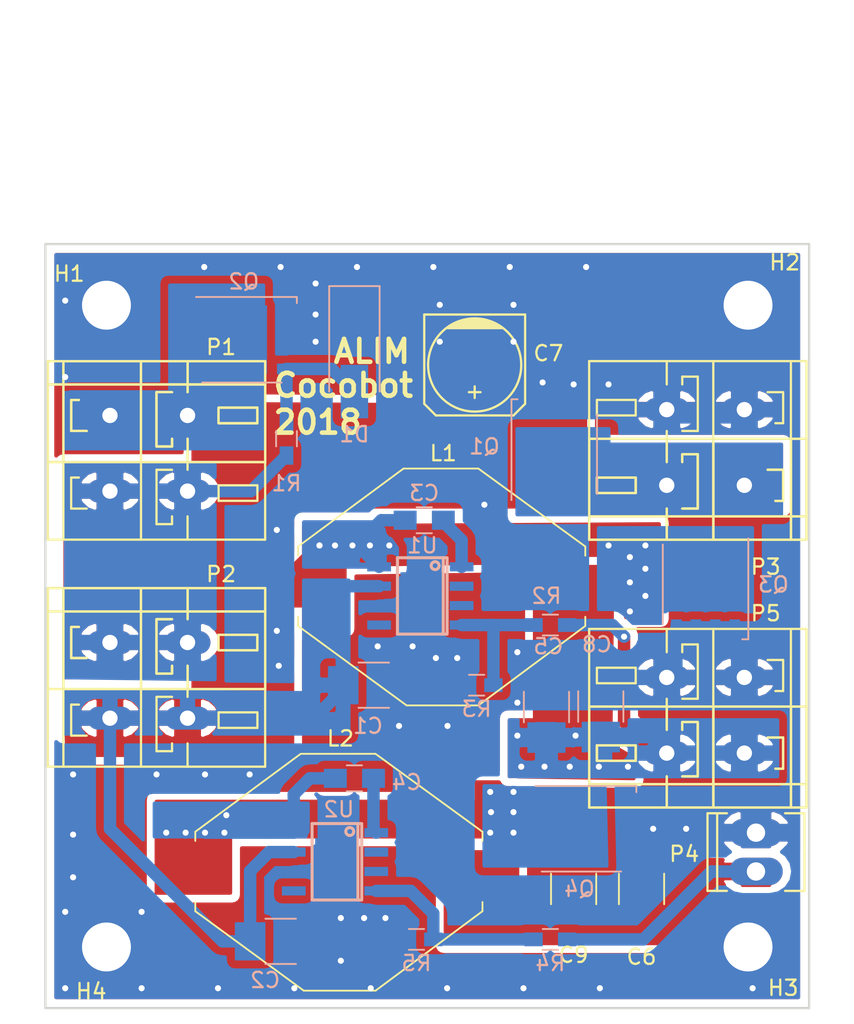
<source format=kicad_pcb>
(kicad_pcb (version 20171130) (host pcbnew "(2018-01-12 revision 650207a6e)-makepkg")

  (general
    (thickness 1.6)
    (drawings 6)
    (tracks 271)
    (zones 0)
    (modules 32)
    (nets 16)
  )

  (page A4)
  (layers
    (0 F.Cu signal)
    (31 B.Cu signal)
    (32 B.Adhes user)
    (33 F.Adhes user)
    (34 B.Paste user)
    (35 F.Paste user)
    (36 B.SilkS user)
    (37 F.SilkS user)
    (38 B.Mask user)
    (39 F.Mask user)
    (40 Dwgs.User user)
    (41 Cmts.User user)
    (42 Eco1.User user)
    (43 Eco2.User user)
    (44 Edge.Cuts user)
    (45 Margin user)
    (46 B.CrtYd user)
    (47 F.CrtYd user)
    (48 B.Fab user)
    (49 F.Fab user)
  )

  (setup
    (last_trace_width 0.25)
    (user_trace_width 0.4064)
    (user_trace_width 0.6096)
    (user_trace_width 0.8128)
    (trace_clearance 0.2)
    (zone_clearance 0.508)
    (zone_45_only no)
    (trace_min 0.2)
    (segment_width 0.2)
    (edge_width 0.15)
    (via_size 0.8)
    (via_drill 0.4)
    (via_min_size 0.4)
    (via_min_drill 0.3)
    (uvia_size 0.3)
    (uvia_drill 0.1)
    (uvias_allowed no)
    (uvia_min_size 0.2)
    (uvia_min_drill 0.1)
    (pcb_text_width 0.3)
    (pcb_text_size 1.5 1.5)
    (mod_edge_width 0.15)
    (mod_text_size 1 1)
    (mod_text_width 0.15)
    (pad_size 1.524 1.524)
    (pad_drill 0.762)
    (pad_to_mask_clearance 0.2)
    (aux_axis_origin 0 0)
    (visible_elements 7FFFFFFF)
    (pcbplotparams
      (layerselection 0x010fc_ffffffff)
      (usegerberextensions false)
      (usegerberattributes false)
      (usegerberadvancedattributes false)
      (creategerberjobfile false)
      (excludeedgelayer true)
      (linewidth 0.100000)
      (plotframeref false)
      (viasonmask false)
      (mode 1)
      (useauxorigin false)
      (hpglpennumber 1)
      (hpglpenspeed 20)
      (hpglpendiameter 15)
      (psnegative false)
      (psa4output false)
      (plotreference true)
      (plotvalue true)
      (plotinvisibletext false)
      (padsonsilk false)
      (subtractmaskfromsilk false)
      (outputformat 1)
      (mirror false)
      (drillshape 1)
      (scaleselection 1)
      (outputdirectory ""))
  )

  (net 0 "")
  (net 1 GND)
  (net 2 "Net-(D1-Pad2)")
  (net 3 "Net-(C1-Pad2)")
  (net 4 "Net-(C5-Pad2)")
  (net 5 "Net-(P1-Pad2)")
  (net 6 "Net-(P1-Pad1)")
  (net 7 "Net-(C4-Pad1)")
  (net 8 "Net-(C3-Pad1)")
  (net 9 "Net-(C6-Pad2)")
  (net 10 "Net-(C4-Pad2)")
  (net 11 "Net-(R4-Pad2)")
  (net 12 "Net-(U2-Pad5)")
  (net 13 "Net-(U1-Pad5)")
  (net 14 "Net-(R2-Pad2)")
  (net 15 "Net-(C3-Pad2)")

  (net_class Default "This is the default net class."
    (clearance 0.2)
    (trace_width 0.25)
    (via_dia 0.8)
    (via_drill 0.4)
    (uvia_dia 0.3)
    (uvia_drill 0.1)
    (add_net GND)
    (add_net "Net-(C1-Pad2)")
    (add_net "Net-(C3-Pad1)")
    (add_net "Net-(C3-Pad2)")
    (add_net "Net-(C4-Pad1)")
    (add_net "Net-(C4-Pad2)")
    (add_net "Net-(C5-Pad2)")
    (add_net "Net-(C6-Pad2)")
    (add_net "Net-(D1-Pad2)")
    (add_net "Net-(P1-Pad1)")
    (add_net "Net-(P1-Pad2)")
    (add_net "Net-(R2-Pad2)")
    (add_net "Net-(R4-Pad2)")
    (add_net "Net-(U1-Pad5)")
    (add_net "Net-(U2-Pad5)")
  )

  (module espitall:L_Wuerth_WE-PD4-Typ-X (layer F.Cu) (tedit 5A6DABD0) (tstamp 5A77579A)
    (at 69.215 91.059)
    (descr "Choke, Drossel, WE-PD4, Typ X, Wuerth, SMD,")
    (tags "Choke Drossel WE-PD4 TypX Wuerth SMD ")
    (path /5A657B2B)
    (attr smd)
    (fp_text reference L2 (at 0.1 -8.7) (layer F.SilkS)
      (effects (font (size 1 1) (thickness 0.15)))
    )
    (fp_text value INDUCTOR (at 0 8.9) (layer F.Fab)
      (effects (font (size 1 1) (thickness 0.15)))
    )
    (fp_text user %R (at 0 0.025) (layer F.Fab)
      (effects (font (size 1 1) (thickness 0.15)))
    )
    (fp_line (start -9.3 2) (end -9.3 -2) (layer F.Fab) (width 0.1))
    (fp_line (start 9.3 -2) (end 9.3 2) (layer F.Fab) (width 0.1))
    (fp_line (start -9.4 -2) (end -9.4 -2.6) (layer F.SilkS) (width 0.12))
    (fp_line (start -9.4 -2.6) (end -2.5 -7.7) (layer F.SilkS) (width 0.12))
    (fp_line (start -2.5 -7.7) (end 2.4 -7.7) (layer F.SilkS) (width 0.12))
    (fp_line (start 2.4 -7.7) (end 9.4 -2.6) (layer F.SilkS) (width 0.12))
    (fp_line (start -9.4 2.6) (end -9.4 2) (layer F.SilkS) (width 0.12))
    (fp_line (start 9.4 -2) (end 9.4 -2.6) (layer F.SilkS) (width 0.12))
    (fp_line (start -2.3 7.8) (end 2.4 7.8) (layer F.SilkS) (width 0.12))
    (fp_line (start 2.4 7.8) (end 9.4 2.6) (layer F.SilkS) (width 0.12))
    (fp_line (start -9.4 2.6) (end -2.3 7.8) (layer F.SilkS) (width 0.12))
    (fp_line (start 9.4 2.6) (end 9.4 2) (layer F.SilkS) (width 0.12))
    (fp_line (start 2.4 8.1) (end -2.4 8.1) (layer F.CrtYd) (width 0.05))
    (fp_line (start -2.4 8.1) (end -9.6 2.7) (layer F.CrtYd) (width 0.05))
    (fp_line (start -9.6 2.7) (end -9.6 -2.7) (layer F.CrtYd) (width 0.05))
    (fp_line (start -9.6 -2.7) (end -2.5 -7.9) (layer F.CrtYd) (width 0.05))
    (fp_line (start -2.5 -7.9) (end 2.4 -7.9) (layer F.CrtYd) (width 0.05))
    (fp_line (start 2.4 -7.9) (end 9.6 -2.7) (layer F.CrtYd) (width 0.05))
    (fp_line (start 9.6 -2.7) (end 9.6 2.7) (layer F.CrtYd) (width 0.05))
    (fp_line (start 9.6 2.7) (end 2.4 8.1) (layer F.CrtYd) (width 0.05))
    (fp_line (start 9.3 2) (end 9.3 2.6) (layer F.Fab) (width 0.1))
    (fp_line (start 9.3 -2) (end 9.3 -2.6) (layer F.Fab) (width 0.1))
    (fp_line (start -9.3 2) (end -9.3 2.6) (layer F.Fab) (width 0.1))
    (fp_line (start -9.3 -2.6) (end -9.3 -2) (layer F.Fab) (width 0.1))
    (fp_line (start 3.95 6.55) (end 3.25 6.9) (layer F.Fab) (width 0.1))
    (fp_line (start 3.25 6.9) (end 2.2 7.35) (layer F.Fab) (width 0.1))
    (fp_line (start 2.2 7.35) (end 0.7 7.65) (layer F.Fab) (width 0.1))
    (fp_line (start 0.7 7.65) (end -1.05 7.6) (layer F.Fab) (width 0.1))
    (fp_line (start -1.05 7.6) (end -2.5 7.3) (layer F.Fab) (width 0.1))
    (fp_line (start -2.5 7.3) (end -3.55 6.8) (layer F.Fab) (width 0.1))
    (fp_line (start -3.55 6.8) (end -3.95 6.55) (layer F.Fab) (width 0.1))
    (fp_line (start -3.95 -6.55) (end -2.9 -7.05) (layer F.Fab) (width 0.1))
    (fp_line (start -2.9 -7.05) (end -1.9 -7.4) (layer F.Fab) (width 0.1))
    (fp_line (start -1.9 -7.4) (end -0.6 -7.6) (layer F.Fab) (width 0.1))
    (fp_line (start -0.6 -7.6) (end 0.75 -7.6) (layer F.Fab) (width 0.1))
    (fp_line (start 0.75 -7.6) (end 2.2 -7.3) (layer F.Fab) (width 0.1))
    (fp_line (start 2.2 -7.3) (end 3.2 -6.95) (layer F.Fab) (width 0.1))
    (fp_line (start 3.2 -6.95) (end 3.95 -6.55) (layer F.Fab) (width 0.1))
    (fp_line (start -9.3 2.6) (end -3.95 6.55) (layer F.Fab) (width 0.1))
    (fp_line (start 9.3 2.6) (end 3.95 6.55) (layer F.Fab) (width 0.1))
    (fp_line (start 3.95 -6.55) (end 9.3 -2.6) (layer F.Fab) (width 0.1))
    (fp_line (start -9.3 -2.6) (end -3.95 -6.55) (layer F.Fab) (width 0.1))
    (fp_circle (center 0 0) (end 0.9 0) (layer F.Adhes) (width 0.3))
    (fp_circle (center 0 0) (end 0.7 0) (layer F.Adhes) (width 0.3))
    (fp_circle (center 0 0) (end 0.5 0) (layer F.Adhes) (width 0.3))
    (fp_circle (center 0 0) (end 0.3 0) (layer F.Adhes) (width 0.3))
    (fp_circle (center 0 0) (end 0.1 0) (layer F.Adhes) (width 0.3))
    (fp_circle (center -3.7 2.55) (end -3.7 2.2) (layer F.Fab) (width 0.1))
    (fp_circle (center 0 0) (end 0 -5.3) (layer F.Fab) (width 0.1))
    (pad 1 smd rect (at -9.3 0 90) (size 2.79 4) (layers F.Cu F.Paste F.Mask)
      (net 7 "Net-(C4-Pad1)"))
    (pad 2 smd rect (at 9.3 0 90) (size 2.79 4) (layers F.Cu F.Paste F.Mask)
      (net 9 "Net-(C6-Pad2)"))
    (model /home/damien/prog/cocobot/hardware/step/STEP-WE-PD4-XL-rev1.stp
      (at (xyz 0 0 0))
      (scale (xyz 1 1 1))
      (rotate (xyz 0 0 0))
    )
  )

  (module espitall:TerminalBlock_WAGO-236_2Stift_RM5mm_2pol (layer F.Cu) (tedit 5A2AE8B2) (tstamp 5A7E0CD2)
    (at 93.218 80.772 90)
    (descr "WAGO-Series 236, 2Stift, 2pol, RM 5mm,")
    (tags "WAGO-Series 236, 2Stift, 2pol, RM 5mm, Anreibare Leiterplattenklemme")
    (path /5A63C5E6)
    (fp_text reference P4 (at -9.144 -1.397) (layer F.SilkS)
      (effects (font (size 1 1) (thickness 0.15)))
    )
    (fp_text value CONN_2_PWR (at 0 8.89 90) (layer F.Fab)
      (effects (font (size 1 1) (thickness 0.15)))
    )
    (fp_line (start 2.032 -4.572) (end 3.048 -4.572) (layer F.SilkS) (width 0.15))
    (fp_line (start 3.048 -4.572) (end 3.048 -7.112) (layer F.SilkS) (width 0.15))
    (fp_line (start 3.048 -7.112) (end 2.032 -7.112) (layer F.SilkS) (width 0.15))
    (fp_line (start 2.032 -7.112) (end 2.032 -4.572) (layer F.SilkS) (width 0.15))
    (fp_line (start 4.064 -2.54) (end 5.588 -2.54) (layer F.SilkS) (width 0.15))
    (fp_line (start 0.508 -2.54) (end 1.016 -2.54) (layer F.SilkS) (width 0.15))
    (fp_line (start 1.016 -1.524) (end 1.016 -0.508) (layer F.SilkS) (width 0.15))
    (fp_line (start 1.016 -0.508) (end 4.572 -0.508) (layer F.SilkS) (width 0.15))
    (fp_line (start 4.572 -0.508) (end 4.572 -1.524) (layer F.SilkS) (width 0.15))
    (fp_line (start 4.572 -1.524) (end 4.064 -1.524) (layer F.SilkS) (width 0.15))
    (fp_line (start 1.524 4.572) (end 1.524 5.08) (layer F.SilkS) (width 0.15))
    (fp_line (start 1.524 5.08) (end 3.556 5.08) (layer F.SilkS) (width 0.15))
    (fp_line (start 3.556 5.08) (end 3.556 4.064) (layer F.SilkS) (width 0.15))
    (fp_line (start 0.508 5.588) (end 5.588 5.588) (layer F.SilkS) (width 0.15))
    (fp_line (start 0.508 0.508) (end 5.588 0.508) (layer F.SilkS) (width 0.15))
    (fp_line (start 0.508 6.604) (end 5.588 6.604) (layer F.SilkS) (width 0.15))
    (fp_line (start 5.588 6.604) (end 5.588 -7.62) (layer F.SilkS) (width 0.15))
    (fp_line (start 5.588 -7.62) (end 0.508 -7.62) (layer F.SilkS) (width 0.15))
    (fp_line (start -4.572 -7.62) (end -2.54 -7.62) (layer F.SilkS) (width 0.15))
    (fp_line (start -4.572 6.604) (end -4.572 -7.62) (layer F.SilkS) (width 0.15))
    (fp_line (start 0.508 6.604) (end -4.572 6.604) (layer F.SilkS) (width 0.15))
    (fp_line (start 0.508 -7.62) (end 0.508 6.604) (layer F.SilkS) (width 0.15))
    (fp_line (start -2.54 -7.62) (end 0.508 -7.62) (layer F.SilkS) (width 0.15))
    (fp_line (start -6.096 -7.62) (end -4.572 -7.62) (layer F.SilkS) (width 0.15))
    (fp_line (start -6.096 6.604) (end -6.096 -7.62) (layer F.SilkS) (width 0.15))
    (fp_line (start -4.572 6.604) (end -6.096 6.604) (layer F.SilkS) (width 0.15))
    (fp_line (start -6.096 -2.54) (end -4.064 -2.54) (layer F.SilkS) (width 0.15))
    (fp_line (start -1.016 -2.54) (end 0.508 -2.54) (layer F.SilkS) (width 0.15))
    (fp_line (start -3.048 -4.572) (end -3.048 -7.112) (layer F.SilkS) (width 0.15))
    (fp_line (start -2.032 -4.572) (end -3.048 -4.572) (layer F.SilkS) (width 0.15))
    (fp_line (start -2.032 -7.112) (end -2.032 -4.572) (layer F.SilkS) (width 0.15))
    (fp_line (start -3.048 -7.112) (end -2.032 -7.112) (layer F.SilkS) (width 0.15))
    (fp_line (start -6.096 0.508) (end 0.508 0.508) (layer F.SilkS) (width 0.15))
    (fp_line (start -6.096 5.588) (end 0.508 5.588) (layer F.SilkS) (width 0.15))
    (fp_line (start -0.508 -1.524) (end -1.016 -1.524) (layer F.SilkS) (width 0.15))
    (fp_line (start -0.508 -0.508) (end -0.508 -1.524) (layer F.SilkS) (width 0.15))
    (fp_line (start -4.064 -0.508) (end -0.508 -0.508) (layer F.SilkS) (width 0.15))
    (fp_line (start -4.064 -1.524) (end -4.064 -0.508) (layer F.SilkS) (width 0.15))
    (fp_line (start -1.524 5.08) (end -1.524 4.064) (layer F.SilkS) (width 0.15))
    (fp_line (start -3.556 5.08) (end -1.524 5.08) (layer F.SilkS) (width 0.15))
    (fp_line (start -3.556 4.572) (end -3.556 5.08) (layer F.SilkS) (width 0.15))
    (fp_line (start -3.556 4.572) (end -3.556 5.08) (layer F.SilkS) (width 0.15))
    (fp_line (start -3.556 5.08) (end -1.524 5.08) (layer F.SilkS) (width 0.15))
    (fp_line (start -1.524 5.08) (end -1.524 4.064) (layer F.SilkS) (width 0.15))
    (fp_line (start -4.064 -1.524) (end -4.064 -0.508) (layer F.SilkS) (width 0.15))
    (fp_line (start -4.064 -0.508) (end -0.508 -0.508) (layer F.SilkS) (width 0.15))
    (fp_line (start -0.508 -0.508) (end -0.508 -1.524) (layer F.SilkS) (width 0.15))
    (fp_line (start -0.508 -1.524) (end -1.016 -1.524) (layer F.SilkS) (width 0.15))
    (fp_line (start -6.096 5.588) (end 0.508 5.588) (layer F.SilkS) (width 0.15))
    (fp_line (start -6.096 0.508) (end 0.508 0.508) (layer F.SilkS) (width 0.15))
    (fp_line (start -3.048 -7.112) (end -2.032 -7.112) (layer F.SilkS) (width 0.15))
    (fp_line (start -2.032 -7.112) (end -2.032 -4.572) (layer F.SilkS) (width 0.15))
    (fp_line (start -2.032 -4.572) (end -3.048 -4.572) (layer F.SilkS) (width 0.15))
    (fp_line (start -3.048 -4.572) (end -3.048 -7.112) (layer F.SilkS) (width 0.15))
    (fp_line (start -1.016 -2.54) (end 0.508 -2.54) (layer F.SilkS) (width 0.15))
    (fp_line (start -6.096 -2.54) (end -4.064 -2.54) (layer F.SilkS) (width 0.15))
    (fp_line (start -4.572 6.604) (end -6.096 6.604) (layer F.SilkS) (width 0.15))
    (fp_line (start -6.096 6.604) (end -6.096 -7.62) (layer F.SilkS) (width 0.15))
    (fp_line (start -6.096 -7.62) (end -4.572 -7.62) (layer F.SilkS) (width 0.15))
    (fp_line (start -2.54 -7.62) (end 0.508 -7.62) (layer F.SilkS) (width 0.15))
    (fp_line (start 0.508 -7.62) (end 0.508 6.604) (layer F.SilkS) (width 0.15))
    (fp_line (start 0.508 6.604) (end -4.572 6.604) (layer F.SilkS) (width 0.15))
    (fp_line (start -4.572 6.604) (end -4.572 -7.62) (layer F.SilkS) (width 0.15))
    (fp_line (start -4.572 -7.62) (end -2.54 -7.62) (layer F.SilkS) (width 0.15))
    (fp_line (start -4.572 -7.62) (end -2.54 -7.62) (layer F.SilkS) (width 0.15))
    (fp_line (start -4.572 6.604) (end -4.572 -7.62) (layer F.SilkS) (width 0.15))
    (fp_line (start 0.508 6.604) (end -4.572 6.604) (layer F.SilkS) (width 0.15))
    (fp_line (start 0.508 -7.62) (end 0.508 6.604) (layer F.SilkS) (width 0.15))
    (fp_line (start -2.54 -7.62) (end 0.508 -7.62) (layer F.SilkS) (width 0.15))
    (fp_line (start -6.096 -7.62) (end -4.572 -7.62) (layer F.SilkS) (width 0.15))
    (fp_line (start -6.096 6.604) (end -6.096 -7.62) (layer F.SilkS) (width 0.15))
    (fp_line (start -4.572 6.604) (end -6.096 6.604) (layer F.SilkS) (width 0.15))
    (fp_line (start -6.096 -2.54) (end -4.064 -2.54) (layer F.SilkS) (width 0.15))
    (fp_line (start -1.016 -2.54) (end 0.508 -2.54) (layer F.SilkS) (width 0.15))
    (fp_line (start -3.048 -4.572) (end -3.048 -7.112) (layer F.SilkS) (width 0.15))
    (fp_line (start -2.032 -4.572) (end -3.048 -4.572) (layer F.SilkS) (width 0.15))
    (fp_line (start -2.032 -7.112) (end -2.032 -4.572) (layer F.SilkS) (width 0.15))
    (fp_line (start -3.048 -7.112) (end -2.032 -7.112) (layer F.SilkS) (width 0.15))
    (fp_line (start -6.096 0.508) (end 0.508 0.508) (layer F.SilkS) (width 0.15))
    (fp_line (start -6.096 5.588) (end 0.508 5.588) (layer F.SilkS) (width 0.15))
    (fp_line (start -0.508 -1.524) (end -1.016 -1.524) (layer F.SilkS) (width 0.15))
    (fp_line (start -0.508 -0.508) (end -0.508 -1.524) (layer F.SilkS) (width 0.15))
    (fp_line (start -4.064 -0.508) (end -0.508 -0.508) (layer F.SilkS) (width 0.15))
    (fp_line (start -4.064 -1.524) (end -4.064 -0.508) (layer F.SilkS) (width 0.15))
    (fp_line (start -1.524 5.08) (end -1.524 4.064) (layer F.SilkS) (width 0.15))
    (fp_line (start -3.556 5.08) (end -1.524 5.08) (layer F.SilkS) (width 0.15))
    (fp_line (start -3.556 4.572) (end -3.556 5.08) (layer F.SilkS) (width 0.15))
    (fp_line (start -3.556 4.572) (end -3.556 5.08) (layer F.SilkS) (width 0.15))
    (fp_line (start -3.556 5.08) (end -1.524 5.08) (layer F.SilkS) (width 0.15))
    (fp_line (start -1.524 5.08) (end -1.524 4.064) (layer F.SilkS) (width 0.15))
    (fp_line (start -4.064 -1.524) (end -4.064 -0.508) (layer F.SilkS) (width 0.15))
    (fp_line (start -4.064 -0.508) (end -0.508 -0.508) (layer F.SilkS) (width 0.15))
    (fp_line (start -0.508 -0.508) (end -0.508 -1.524) (layer F.SilkS) (width 0.15))
    (fp_line (start -0.508 -1.524) (end -1.016 -1.524) (layer F.SilkS) (width 0.15))
    (fp_line (start -6.096 5.588) (end 0.508 5.588) (layer F.SilkS) (width 0.15))
    (fp_line (start -6.096 0.508) (end 0.508 0.508) (layer F.SilkS) (width 0.15))
    (fp_line (start -3.048 -7.112) (end -2.032 -7.112) (layer F.SilkS) (width 0.15))
    (fp_line (start -2.032 -7.112) (end -2.032 -4.572) (layer F.SilkS) (width 0.15))
    (fp_line (start -2.032 -4.572) (end -3.048 -4.572) (layer F.SilkS) (width 0.15))
    (fp_line (start -3.048 -4.572) (end -3.048 -7.112) (layer F.SilkS) (width 0.15))
    (fp_line (start -1.016 -2.54) (end 0.508 -2.54) (layer F.SilkS) (width 0.15))
    (fp_line (start -6.096 -2.54) (end -4.064 -2.54) (layer F.SilkS) (width 0.15))
    (fp_line (start -4.572 6.604) (end -6.096 6.604) (layer F.SilkS) (width 0.15))
    (fp_line (start -6.096 6.604) (end -6.096 -7.62) (layer F.SilkS) (width 0.15))
    (fp_line (start -6.096 -7.62) (end -4.572 -7.62) (layer F.SilkS) (width 0.15))
    (fp_line (start -2.54 -7.62) (end 0.508 -7.62) (layer F.SilkS) (width 0.15))
    (fp_line (start 0.508 -7.62) (end 0.508 6.604) (layer F.SilkS) (width 0.15))
    (fp_line (start 0.508 6.604) (end -4.572 6.604) (layer F.SilkS) (width 0.15))
    (fp_line (start -4.572 6.604) (end -4.572 -7.62) (layer F.SilkS) (width 0.15))
    (fp_line (start -4.572 -7.62) (end -2.54 -7.62) (layer F.SilkS) (width 0.15))
    (pad 1 thru_hole oval (at -2.54 2.54 180) (size 2.99974 1.50114) (drill 1.00076) (layers *.Cu *.Mask)
      (net 4 "Net-(C5-Pad2)"))
    (pad 1 thru_hole oval (at -2.54 -2.54 180) (size 2.99974 1.50114) (drill 1.00076) (layers *.Cu *.Mask)
      (net 4 "Net-(C5-Pad2)"))
    (pad 2 thru_hole oval (at 2.413 2.54 180) (size 2.99974 1.50114) (drill 1.00076) (layers *.Cu *.Mask)
      (net 1 GND))
    (pad 2 thru_hole oval (at 2.413 -2.54 180) (size 2.99974 1.50114) (drill 1.00076) (layers *.Cu *.Mask)
      (net 1 GND))
    (model /home/damien/prog/cocobot/hardware/step/236-401.stp
      (offset (xyz 0.5 2.5 0))
      (scale (xyz 1 1 1))
      (rotate (xyz -90 0 90))
    )
    (model /home/damien/prog/cocobot/hardware/step/236-401.stp
      (offset (xyz 5.5 2.5 0))
      (scale (xyz 1 1 1))
      (rotate (xyz -90 0 90))
    )
  )

  (module espitall:TerminalBlock_WAGO-236_2Stift_RM5mm_2pol (layer F.Cu) (tedit 5A2AE8B2) (tstamp 5A771F81)
    (at 56.769 63.754 270)
    (descr "WAGO-Series 236, 2Stift, 2pol, RM 5mm,")
    (tags "WAGO-Series 236, 2Stift, 2pol, RM 5mm, Anreibare Leiterplattenklemme")
    (path /5A5D3F98)
    (fp_text reference P1 (at -7.011 -4.7362 180) (layer F.SilkS)
      (effects (font (size 1 1) (thickness 0.15)))
    )
    (fp_text value CONN_2_PWR (at 0 8.89 270) (layer F.Fab)
      (effects (font (size 1 1) (thickness 0.15)))
    )
    (fp_line (start -4.572 -7.62) (end -2.54 -7.62) (layer F.SilkS) (width 0.15))
    (fp_line (start -4.572 6.604) (end -4.572 -7.62) (layer F.SilkS) (width 0.15))
    (fp_line (start 0.508 6.604) (end -4.572 6.604) (layer F.SilkS) (width 0.15))
    (fp_line (start 0.508 -7.62) (end 0.508 6.604) (layer F.SilkS) (width 0.15))
    (fp_line (start -2.54 -7.62) (end 0.508 -7.62) (layer F.SilkS) (width 0.15))
    (fp_line (start -6.096 -7.62) (end -4.572 -7.62) (layer F.SilkS) (width 0.15))
    (fp_line (start -6.096 6.604) (end -6.096 -7.62) (layer F.SilkS) (width 0.15))
    (fp_line (start -4.572 6.604) (end -6.096 6.604) (layer F.SilkS) (width 0.15))
    (fp_line (start -6.096 -2.54) (end -4.064 -2.54) (layer F.SilkS) (width 0.15))
    (fp_line (start -1.016 -2.54) (end 0.508 -2.54) (layer F.SilkS) (width 0.15))
    (fp_line (start -3.048 -4.572) (end -3.048 -7.112) (layer F.SilkS) (width 0.15))
    (fp_line (start -2.032 -4.572) (end -3.048 -4.572) (layer F.SilkS) (width 0.15))
    (fp_line (start -2.032 -7.112) (end -2.032 -4.572) (layer F.SilkS) (width 0.15))
    (fp_line (start -3.048 -7.112) (end -2.032 -7.112) (layer F.SilkS) (width 0.15))
    (fp_line (start -6.096 0.508) (end 0.508 0.508) (layer F.SilkS) (width 0.15))
    (fp_line (start -6.096 5.588) (end 0.508 5.588) (layer F.SilkS) (width 0.15))
    (fp_line (start -0.508 -1.524) (end -1.016 -1.524) (layer F.SilkS) (width 0.15))
    (fp_line (start -0.508 -0.508) (end -0.508 -1.524) (layer F.SilkS) (width 0.15))
    (fp_line (start -4.064 -0.508) (end -0.508 -0.508) (layer F.SilkS) (width 0.15))
    (fp_line (start -4.064 -1.524) (end -4.064 -0.508) (layer F.SilkS) (width 0.15))
    (fp_line (start -1.524 5.08) (end -1.524 4.064) (layer F.SilkS) (width 0.15))
    (fp_line (start -3.556 5.08) (end -1.524 5.08) (layer F.SilkS) (width 0.15))
    (fp_line (start -3.556 4.572) (end -3.556 5.08) (layer F.SilkS) (width 0.15))
    (fp_line (start -3.556 4.572) (end -3.556 5.08) (layer F.SilkS) (width 0.15))
    (fp_line (start -3.556 5.08) (end -1.524 5.08) (layer F.SilkS) (width 0.15))
    (fp_line (start -1.524 5.08) (end -1.524 4.064) (layer F.SilkS) (width 0.15))
    (fp_line (start -4.064 -1.524) (end -4.064 -0.508) (layer F.SilkS) (width 0.15))
    (fp_line (start -4.064 -0.508) (end -0.508 -0.508) (layer F.SilkS) (width 0.15))
    (fp_line (start -0.508 -0.508) (end -0.508 -1.524) (layer F.SilkS) (width 0.15))
    (fp_line (start -0.508 -1.524) (end -1.016 -1.524) (layer F.SilkS) (width 0.15))
    (fp_line (start -6.096 5.588) (end 0.508 5.588) (layer F.SilkS) (width 0.15))
    (fp_line (start -6.096 0.508) (end 0.508 0.508) (layer F.SilkS) (width 0.15))
    (fp_line (start -3.048 -7.112) (end -2.032 -7.112) (layer F.SilkS) (width 0.15))
    (fp_line (start -2.032 -7.112) (end -2.032 -4.572) (layer F.SilkS) (width 0.15))
    (fp_line (start -2.032 -4.572) (end -3.048 -4.572) (layer F.SilkS) (width 0.15))
    (fp_line (start -3.048 -4.572) (end -3.048 -7.112) (layer F.SilkS) (width 0.15))
    (fp_line (start -1.016 -2.54) (end 0.508 -2.54) (layer F.SilkS) (width 0.15))
    (fp_line (start -6.096 -2.54) (end -4.064 -2.54) (layer F.SilkS) (width 0.15))
    (fp_line (start -4.572 6.604) (end -6.096 6.604) (layer F.SilkS) (width 0.15))
    (fp_line (start -6.096 6.604) (end -6.096 -7.62) (layer F.SilkS) (width 0.15))
    (fp_line (start -6.096 -7.62) (end -4.572 -7.62) (layer F.SilkS) (width 0.15))
    (fp_line (start -2.54 -7.62) (end 0.508 -7.62) (layer F.SilkS) (width 0.15))
    (fp_line (start 0.508 -7.62) (end 0.508 6.604) (layer F.SilkS) (width 0.15))
    (fp_line (start 0.508 6.604) (end -4.572 6.604) (layer F.SilkS) (width 0.15))
    (fp_line (start -4.572 6.604) (end -4.572 -7.62) (layer F.SilkS) (width 0.15))
    (fp_line (start -4.572 -7.62) (end -2.54 -7.62) (layer F.SilkS) (width 0.15))
    (fp_line (start -4.572 -7.62) (end -2.54 -7.62) (layer F.SilkS) (width 0.15))
    (fp_line (start -4.572 6.604) (end -4.572 -7.62) (layer F.SilkS) (width 0.15))
    (fp_line (start 0.508 6.604) (end -4.572 6.604) (layer F.SilkS) (width 0.15))
    (fp_line (start 0.508 -7.62) (end 0.508 6.604) (layer F.SilkS) (width 0.15))
    (fp_line (start -2.54 -7.62) (end 0.508 -7.62) (layer F.SilkS) (width 0.15))
    (fp_line (start -6.096 -7.62) (end -4.572 -7.62) (layer F.SilkS) (width 0.15))
    (fp_line (start -6.096 6.604) (end -6.096 -7.62) (layer F.SilkS) (width 0.15))
    (fp_line (start -4.572 6.604) (end -6.096 6.604) (layer F.SilkS) (width 0.15))
    (fp_line (start -6.096 -2.54) (end -4.064 -2.54) (layer F.SilkS) (width 0.15))
    (fp_line (start -1.016 -2.54) (end 0.508 -2.54) (layer F.SilkS) (width 0.15))
    (fp_line (start -3.048 -4.572) (end -3.048 -7.112) (layer F.SilkS) (width 0.15))
    (fp_line (start -2.032 -4.572) (end -3.048 -4.572) (layer F.SilkS) (width 0.15))
    (fp_line (start -2.032 -7.112) (end -2.032 -4.572) (layer F.SilkS) (width 0.15))
    (fp_line (start -3.048 -7.112) (end -2.032 -7.112) (layer F.SilkS) (width 0.15))
    (fp_line (start -6.096 0.508) (end 0.508 0.508) (layer F.SilkS) (width 0.15))
    (fp_line (start -6.096 5.588) (end 0.508 5.588) (layer F.SilkS) (width 0.15))
    (fp_line (start -0.508 -1.524) (end -1.016 -1.524) (layer F.SilkS) (width 0.15))
    (fp_line (start -0.508 -0.508) (end -0.508 -1.524) (layer F.SilkS) (width 0.15))
    (fp_line (start -4.064 -0.508) (end -0.508 -0.508) (layer F.SilkS) (width 0.15))
    (fp_line (start -4.064 -1.524) (end -4.064 -0.508) (layer F.SilkS) (width 0.15))
    (fp_line (start -1.524 5.08) (end -1.524 4.064) (layer F.SilkS) (width 0.15))
    (fp_line (start -3.556 5.08) (end -1.524 5.08) (layer F.SilkS) (width 0.15))
    (fp_line (start -3.556 4.572) (end -3.556 5.08) (layer F.SilkS) (width 0.15))
    (fp_line (start -3.556 4.572) (end -3.556 5.08) (layer F.SilkS) (width 0.15))
    (fp_line (start -3.556 5.08) (end -1.524 5.08) (layer F.SilkS) (width 0.15))
    (fp_line (start -1.524 5.08) (end -1.524 4.064) (layer F.SilkS) (width 0.15))
    (fp_line (start -4.064 -1.524) (end -4.064 -0.508) (layer F.SilkS) (width 0.15))
    (fp_line (start -4.064 -0.508) (end -0.508 -0.508) (layer F.SilkS) (width 0.15))
    (fp_line (start -0.508 -0.508) (end -0.508 -1.524) (layer F.SilkS) (width 0.15))
    (fp_line (start -0.508 -1.524) (end -1.016 -1.524) (layer F.SilkS) (width 0.15))
    (fp_line (start -6.096 5.588) (end 0.508 5.588) (layer F.SilkS) (width 0.15))
    (fp_line (start -6.096 0.508) (end 0.508 0.508) (layer F.SilkS) (width 0.15))
    (fp_line (start -3.048 -7.112) (end -2.032 -7.112) (layer F.SilkS) (width 0.15))
    (fp_line (start -2.032 -7.112) (end -2.032 -4.572) (layer F.SilkS) (width 0.15))
    (fp_line (start -2.032 -4.572) (end -3.048 -4.572) (layer F.SilkS) (width 0.15))
    (fp_line (start -3.048 -4.572) (end -3.048 -7.112) (layer F.SilkS) (width 0.15))
    (fp_line (start -1.016 -2.54) (end 0.508 -2.54) (layer F.SilkS) (width 0.15))
    (fp_line (start -6.096 -2.54) (end -4.064 -2.54) (layer F.SilkS) (width 0.15))
    (fp_line (start -4.572 6.604) (end -6.096 6.604) (layer F.SilkS) (width 0.15))
    (fp_line (start -6.096 6.604) (end -6.096 -7.62) (layer F.SilkS) (width 0.15))
    (fp_line (start -6.096 -7.62) (end -4.572 -7.62) (layer F.SilkS) (width 0.15))
    (fp_line (start -2.54 -7.62) (end 0.508 -7.62) (layer F.SilkS) (width 0.15))
    (fp_line (start 0.508 -7.62) (end 0.508 6.604) (layer F.SilkS) (width 0.15))
    (fp_line (start 0.508 6.604) (end -4.572 6.604) (layer F.SilkS) (width 0.15))
    (fp_line (start -4.572 6.604) (end -4.572 -7.62) (layer F.SilkS) (width 0.15))
    (fp_line (start -4.572 -7.62) (end -2.54 -7.62) (layer F.SilkS) (width 0.15))
    (fp_line (start 5.588 -7.62) (end 0.508 -7.62) (layer F.SilkS) (width 0.15))
    (fp_line (start 5.588 6.604) (end 5.588 -7.62) (layer F.SilkS) (width 0.15))
    (fp_line (start 0.508 6.604) (end 5.588 6.604) (layer F.SilkS) (width 0.15))
    (fp_line (start 0.508 0.508) (end 5.588 0.508) (layer F.SilkS) (width 0.15))
    (fp_line (start 0.508 5.588) (end 5.588 5.588) (layer F.SilkS) (width 0.15))
    (fp_line (start 3.556 5.08) (end 3.556 4.064) (layer F.SilkS) (width 0.15))
    (fp_line (start 1.524 5.08) (end 3.556 5.08) (layer F.SilkS) (width 0.15))
    (fp_line (start 1.524 4.572) (end 1.524 5.08) (layer F.SilkS) (width 0.15))
    (fp_line (start 4.572 -1.524) (end 4.064 -1.524) (layer F.SilkS) (width 0.15))
    (fp_line (start 4.572 -0.508) (end 4.572 -1.524) (layer F.SilkS) (width 0.15))
    (fp_line (start 1.016 -0.508) (end 4.572 -0.508) (layer F.SilkS) (width 0.15))
    (fp_line (start 1.016 -1.524) (end 1.016 -0.508) (layer F.SilkS) (width 0.15))
    (fp_line (start 0.508 -2.54) (end 1.016 -2.54) (layer F.SilkS) (width 0.15))
    (fp_line (start 4.064 -2.54) (end 5.588 -2.54) (layer F.SilkS) (width 0.15))
    (fp_line (start 2.032 -7.112) (end 2.032 -4.572) (layer F.SilkS) (width 0.15))
    (fp_line (start 3.048 -7.112) (end 2.032 -7.112) (layer F.SilkS) (width 0.15))
    (fp_line (start 3.048 -4.572) (end 3.048 -7.112) (layer F.SilkS) (width 0.15))
    (fp_line (start 2.032 -4.572) (end 3.048 -4.572) (layer F.SilkS) (width 0.15))
    (pad 2 thru_hole oval (at 2.413 -2.54) (size 2.99974 1.50114) (drill 1.00076) (layers *.Cu *.Mask)
      (net 5 "Net-(P1-Pad2)"))
    (pad 2 thru_hole oval (at 2.413 2.54) (size 2.99974 1.50114) (drill 1.00076) (layers *.Cu *.Mask)
      (net 5 "Net-(P1-Pad2)"))
    (pad 1 thru_hole oval (at -2.54 -2.54) (size 2.99974 1.50114) (drill 1.00076) (layers *.Cu *.Mask)
      (net 6 "Net-(P1-Pad1)"))
    (pad 1 thru_hole oval (at -2.54 2.54) (size 2.99974 1.50114) (drill 1.00076) (layers *.Cu *.Mask)
      (net 6 "Net-(P1-Pad1)"))
    (model /home/damien/prog/cocobot/hardware/step/236-401.stp
      (offset (xyz 0.5 2.5 0))
      (scale (xyz 1 1 1))
      (rotate (xyz -90 0 90))
    )
    (model /home/damien/prog/cocobot/hardware/step/236-401.stp
      (offset (xyz 5.5 2.5 0))
      (scale (xyz 1 1 1))
      (rotate (xyz -90 0 90))
    )
  )

  (module espitall:L_Wuerth_WE-PD4-Typ-X (layer F.Cu) (tedit 5A6DABD0) (tstamp 5A775762)
    (at 75.946 72.39)
    (descr "Choke, Drossel, WE-PD4, Typ X, Wuerth, SMD,")
    (tags "Choke Drossel WE-PD4 TypX Wuerth SMD ")
    (path /5A6FA313)
    (attr smd)
    (fp_text reference L1 (at 0.1 -8.7) (layer F.SilkS)
      (effects (font (size 1 1) (thickness 0.15)))
    )
    (fp_text value INDUCTOR (at 0 8.9) (layer F.Fab)
      (effects (font (size 1 1) (thickness 0.15)))
    )
    (fp_circle (center 0 0) (end 0 -5.3) (layer F.Fab) (width 0.1))
    (fp_circle (center -3.7 2.55) (end -3.7 2.2) (layer F.Fab) (width 0.1))
    (fp_circle (center 0 0) (end 0.1 0) (layer F.Adhes) (width 0.3))
    (fp_circle (center 0 0) (end 0.3 0) (layer F.Adhes) (width 0.3))
    (fp_circle (center 0 0) (end 0.5 0) (layer F.Adhes) (width 0.3))
    (fp_circle (center 0 0) (end 0.7 0) (layer F.Adhes) (width 0.3))
    (fp_circle (center 0 0) (end 0.9 0) (layer F.Adhes) (width 0.3))
    (fp_line (start -9.3 -2.6) (end -3.95 -6.55) (layer F.Fab) (width 0.1))
    (fp_line (start 3.95 -6.55) (end 9.3 -2.6) (layer F.Fab) (width 0.1))
    (fp_line (start 9.3 2.6) (end 3.95 6.55) (layer F.Fab) (width 0.1))
    (fp_line (start -9.3 2.6) (end -3.95 6.55) (layer F.Fab) (width 0.1))
    (fp_line (start 3.2 -6.95) (end 3.95 -6.55) (layer F.Fab) (width 0.1))
    (fp_line (start 2.2 -7.3) (end 3.2 -6.95) (layer F.Fab) (width 0.1))
    (fp_line (start 0.75 -7.6) (end 2.2 -7.3) (layer F.Fab) (width 0.1))
    (fp_line (start -0.6 -7.6) (end 0.75 -7.6) (layer F.Fab) (width 0.1))
    (fp_line (start -1.9 -7.4) (end -0.6 -7.6) (layer F.Fab) (width 0.1))
    (fp_line (start -2.9 -7.05) (end -1.9 -7.4) (layer F.Fab) (width 0.1))
    (fp_line (start -3.95 -6.55) (end -2.9 -7.05) (layer F.Fab) (width 0.1))
    (fp_line (start -3.55 6.8) (end -3.95 6.55) (layer F.Fab) (width 0.1))
    (fp_line (start -2.5 7.3) (end -3.55 6.8) (layer F.Fab) (width 0.1))
    (fp_line (start -1.05 7.6) (end -2.5 7.3) (layer F.Fab) (width 0.1))
    (fp_line (start 0.7 7.65) (end -1.05 7.6) (layer F.Fab) (width 0.1))
    (fp_line (start 2.2 7.35) (end 0.7 7.65) (layer F.Fab) (width 0.1))
    (fp_line (start 3.25 6.9) (end 2.2 7.35) (layer F.Fab) (width 0.1))
    (fp_line (start 3.95 6.55) (end 3.25 6.9) (layer F.Fab) (width 0.1))
    (fp_line (start -9.3 -2.6) (end -9.3 -2) (layer F.Fab) (width 0.1))
    (fp_line (start -9.3 2) (end -9.3 2.6) (layer F.Fab) (width 0.1))
    (fp_line (start 9.3 -2) (end 9.3 -2.6) (layer F.Fab) (width 0.1))
    (fp_line (start 9.3 2) (end 9.3 2.6) (layer F.Fab) (width 0.1))
    (fp_line (start 9.6 2.7) (end 2.4 8.1) (layer F.CrtYd) (width 0.05))
    (fp_line (start 9.6 -2.7) (end 9.6 2.7) (layer F.CrtYd) (width 0.05))
    (fp_line (start 2.4 -7.9) (end 9.6 -2.7) (layer F.CrtYd) (width 0.05))
    (fp_line (start -2.5 -7.9) (end 2.4 -7.9) (layer F.CrtYd) (width 0.05))
    (fp_line (start -9.6 -2.7) (end -2.5 -7.9) (layer F.CrtYd) (width 0.05))
    (fp_line (start -9.6 2.7) (end -9.6 -2.7) (layer F.CrtYd) (width 0.05))
    (fp_line (start -2.4 8.1) (end -9.6 2.7) (layer F.CrtYd) (width 0.05))
    (fp_line (start 2.4 8.1) (end -2.4 8.1) (layer F.CrtYd) (width 0.05))
    (fp_line (start 9.4 2.6) (end 9.4 2) (layer F.SilkS) (width 0.12))
    (fp_line (start -9.4 2.6) (end -2.3 7.8) (layer F.SilkS) (width 0.12))
    (fp_line (start 2.4 7.8) (end 9.4 2.6) (layer F.SilkS) (width 0.12))
    (fp_line (start -2.3 7.8) (end 2.4 7.8) (layer F.SilkS) (width 0.12))
    (fp_line (start 9.4 -2) (end 9.4 -2.6) (layer F.SilkS) (width 0.12))
    (fp_line (start -9.4 2.6) (end -9.4 2) (layer F.SilkS) (width 0.12))
    (fp_line (start 2.4 -7.7) (end 9.4 -2.6) (layer F.SilkS) (width 0.12))
    (fp_line (start -2.5 -7.7) (end 2.4 -7.7) (layer F.SilkS) (width 0.12))
    (fp_line (start -9.4 -2.6) (end -2.5 -7.7) (layer F.SilkS) (width 0.12))
    (fp_line (start -9.4 -2) (end -9.4 -2.6) (layer F.SilkS) (width 0.12))
    (fp_line (start 9.3 -2) (end 9.3 2) (layer F.Fab) (width 0.1))
    (fp_line (start -9.3 2) (end -9.3 -2) (layer F.Fab) (width 0.1))
    (fp_text user %R (at 0 0.025) (layer F.Fab)
      (effects (font (size 1 1) (thickness 0.15)))
    )
    (pad 2 smd rect (at 9.3 0 90) (size 2.79 4) (layers F.Cu F.Paste F.Mask)
      (net 4 "Net-(C5-Pad2)"))
    (pad 1 smd rect (at -9.3 0 90) (size 2.79 4) (layers F.Cu F.Paste F.Mask)
      (net 8 "Net-(C3-Pad1)"))
    (model /home/damien/prog/cocobot/hardware/step/STEP-WE-PD4-XL-rev1.stp
      (at (xyz 0 0 0))
      (scale (xyz 1 1 1))
      (rotate (xyz 0 0 0))
    )
  )

  (module espitall:C_0805_HandSoldering (layer B.Cu) (tedit 59D9E046) (tstamp 5A77210C)
    (at 74.803 68.072)
    (descr "Capacitor SMD 0805, hand soldering")
    (tags "capacitor 0805")
    (path /5A626C2A)
    (attr smd)
    (fp_text reference C3 (at 0 -1.778) (layer B.SilkS)
      (effects (font (size 1 1) (thickness 0.15)) (justify mirror))
    )
    (fp_text value C (at 0 -1.75) (layer B.Fab)
      (effects (font (size 1 1) (thickness 0.15)) (justify mirror))
    )
    (fp_line (start 2.25 -0.87) (end -2.25 -0.87) (layer B.CrtYd) (width 0.05))
    (fp_line (start 2.25 -0.87) (end 2.25 0.88) (layer B.CrtYd) (width 0.05))
    (fp_line (start -2.25 0.88) (end -2.25 -0.87) (layer B.CrtYd) (width 0.05))
    (fp_line (start -2.25 0.88) (end 2.25 0.88) (layer B.CrtYd) (width 0.05))
    (fp_line (start -0.5 -0.85) (end 0.5 -0.85) (layer B.SilkS) (width 0.12))
    (fp_line (start 0.5 0.85) (end -0.5 0.85) (layer B.SilkS) (width 0.12))
    (fp_line (start -1 0.62) (end 1 0.62) (layer B.Fab) (width 0.1))
    (fp_line (start 1 0.62) (end 1 -0.62) (layer B.Fab) (width 0.1))
    (fp_line (start 1 -0.62) (end -1 -0.62) (layer B.Fab) (width 0.1))
    (fp_line (start -1 -0.62) (end -1 0.62) (layer B.Fab) (width 0.1))
    (fp_text user %R (at 0 1.75) (layer B.Fab)
      (effects (font (size 1 1) (thickness 0.15)) (justify mirror))
    )
    (pad 2 smd rect (at 1.25 0) (size 1.5 1.25) (layers B.Cu B.Paste B.Mask)
      (net 15 "Net-(C3-Pad2)"))
    (pad 1 smd rect (at -1.25 0) (size 1.5 1.25) (layers B.Cu B.Paste B.Mask)
      (net 8 "Net-(C3-Pad1)"))
    (model "/home/damien/prog/cocobot/hardware/step/SW3DPS-CAPACITOR 0805-DEFAULT.STEP"
      (at (xyz 0 0 0))
      (scale (xyz 1 1 1))
      (rotate (xyz -90 0 0))
    )
  )

  (module espitall:C_0805_HandSoldering (layer B.Cu) (tedit 59D9E046) (tstamp 5A77210B)
    (at 70.231 84.963)
    (descr "Capacitor SMD 0805, hand soldering")
    (tags "capacitor 0805")
    (path /5A657B32)
    (attr smd)
    (fp_text reference C4 (at 3.429 0.254) (layer B.SilkS)
      (effects (font (size 1 1) (thickness 0.15)) (justify mirror))
    )
    (fp_text value C (at 0 -1.75) (layer B.Fab)
      (effects (font (size 1 1) (thickness 0.15)) (justify mirror))
    )
    (fp_text user %R (at 0 1.75) (layer B.Fab)
      (effects (font (size 1 1) (thickness 0.15)) (justify mirror))
    )
    (fp_line (start -1 -0.62) (end -1 0.62) (layer B.Fab) (width 0.1))
    (fp_line (start 1 -0.62) (end -1 -0.62) (layer B.Fab) (width 0.1))
    (fp_line (start 1 0.62) (end 1 -0.62) (layer B.Fab) (width 0.1))
    (fp_line (start -1 0.62) (end 1 0.62) (layer B.Fab) (width 0.1))
    (fp_line (start 0.5 0.85) (end -0.5 0.85) (layer B.SilkS) (width 0.12))
    (fp_line (start -0.5 -0.85) (end 0.5 -0.85) (layer B.SilkS) (width 0.12))
    (fp_line (start -2.25 0.88) (end 2.25 0.88) (layer B.CrtYd) (width 0.05))
    (fp_line (start -2.25 0.88) (end -2.25 -0.87) (layer B.CrtYd) (width 0.05))
    (fp_line (start 2.25 -0.87) (end 2.25 0.88) (layer B.CrtYd) (width 0.05))
    (fp_line (start 2.25 -0.87) (end -2.25 -0.87) (layer B.CrtYd) (width 0.05))
    (pad 1 smd rect (at -1.25 0) (size 1.5 1.25) (layers B.Cu B.Paste B.Mask)
      (net 7 "Net-(C4-Pad1)"))
    (pad 2 smd rect (at 1.25 0) (size 1.5 1.25) (layers B.Cu B.Paste B.Mask)
      (net 10 "Net-(C4-Pad2)"))
    (model "/home/damien/prog/cocobot/hardware/step/SW3DPS-CAPACITOR 0805-DEFAULT.STEP"
      (at (xyz 0 0 0))
      (scale (xyz 1 1 1))
      (rotate (xyz -90 0 0))
    )
  )

  (module espitall:C_1210_HandSoldering (layer F.Cu) (tedit 5A70C1A3) (tstamp 5A7720FA)
    (at 84.582 92.202 270)
    (descr "Capacitor SMD 1210, hand soldering")
    (tags "capacitor 1210")
    (path /5A707E60)
    (attr smd)
    (fp_text reference C9 (at 4.318 0) (layer F.SilkS)
      (effects (font (size 1 1) (thickness 0.15)))
    )
    (fp_text value C (at 0 2.5 270) (layer F.Fab)
      (effects (font (size 1 1) (thickness 0.15)))
    )
    (fp_text user %R (at 0 -2.25 270) (layer F.Fab)
      (effects (font (size 1 1) (thickness 0.15)))
    )
    (fp_line (start -1.6 1.25) (end -1.6 -1.25) (layer F.Fab) (width 0.1))
    (fp_line (start 1.6 1.25) (end -1.6 1.25) (layer F.Fab) (width 0.1))
    (fp_line (start 1.6 -1.25) (end 1.6 1.25) (layer F.Fab) (width 0.1))
    (fp_line (start -1.6 -1.25) (end 1.6 -1.25) (layer F.Fab) (width 0.1))
    (fp_line (start 1 -1.48) (end -1 -1.48) (layer F.SilkS) (width 0.12))
    (fp_line (start -1 1.48) (end 1 1.48) (layer F.SilkS) (width 0.12))
    (fp_line (start -3.25 -1.5) (end 3.25 -1.5) (layer F.CrtYd) (width 0.05))
    (fp_line (start -3.25 -1.5) (end -3.25 1.5) (layer F.CrtYd) (width 0.05))
    (fp_line (start 3.25 1.5) (end 3.25 -1.5) (layer F.CrtYd) (width 0.05))
    (fp_line (start 3.25 1.5) (end -3.25 1.5) (layer F.CrtYd) (width 0.05))
    (pad 1 smd rect (at -2 0 270) (size 2 2.5) (layers F.Cu F.Paste F.Mask)
      (net 1 GND))
    (pad 2 smd rect (at 2 0 270) (size 2 2.5) (layers F.Cu F.Paste F.Mask)
      (net 9 "Net-(C6-Pad2)"))
  )

  (module espitall:C_1210_HandSoldering (layer B.Cu) (tedit 5A70C1A3) (tstamp 5A777891)
    (at 86.36 80.264 270)
    (descr "Capacitor SMD 1210, hand soldering")
    (tags "capacitor 1210")
    (path /5A707E0C)
    (attr smd)
    (fp_text reference C8 (at -4.064 0.254) (layer B.SilkS)
      (effects (font (size 1 1) (thickness 0.15)) (justify mirror))
    )
    (fp_text value C (at 0 -2.5 270) (layer B.Fab)
      (effects (font (size 1 1) (thickness 0.15)) (justify mirror))
    )
    (fp_line (start 3.25 -1.5) (end -3.25 -1.5) (layer B.CrtYd) (width 0.05))
    (fp_line (start 3.25 -1.5) (end 3.25 1.5) (layer B.CrtYd) (width 0.05))
    (fp_line (start -3.25 1.5) (end -3.25 -1.5) (layer B.CrtYd) (width 0.05))
    (fp_line (start -3.25 1.5) (end 3.25 1.5) (layer B.CrtYd) (width 0.05))
    (fp_line (start -1 -1.48) (end 1 -1.48) (layer B.SilkS) (width 0.12))
    (fp_line (start 1 1.48) (end -1 1.48) (layer B.SilkS) (width 0.12))
    (fp_line (start -1.6 1.25) (end 1.6 1.25) (layer B.Fab) (width 0.1))
    (fp_line (start 1.6 1.25) (end 1.6 -1.25) (layer B.Fab) (width 0.1))
    (fp_line (start 1.6 -1.25) (end -1.6 -1.25) (layer B.Fab) (width 0.1))
    (fp_line (start -1.6 -1.25) (end -1.6 1.25) (layer B.Fab) (width 0.1))
    (fp_text user %R (at 0 2.25 270) (layer B.Fab)
      (effects (font (size 1 1) (thickness 0.15)) (justify mirror))
    )
    (pad 2 smd rect (at 2 0 270) (size 2 2.5) (layers B.Cu B.Paste B.Mask)
      (net 4 "Net-(C5-Pad2)"))
    (pad 1 smd rect (at -2 0 270) (size 2 2.5) (layers B.Cu B.Paste B.Mask)
      (net 1 GND))
  )

  (module espitall:C_1210_HandSoldering (layer F.Cu) (tedit 5A70C1A3) (tstamp 5A7720D8)
    (at 89.027 92.202 270)
    (descr "Capacitor SMD 1210, hand soldering")
    (tags "capacitor 1210")
    (path /5A657B84)
    (attr smd)
    (fp_text reference C6 (at 4.445 0) (layer F.SilkS)
      (effects (font (size 1 1) (thickness 0.15)))
    )
    (fp_text value C (at 0 2.5 270) (layer F.Fab)
      (effects (font (size 1 1) (thickness 0.15)))
    )
    (fp_text user %R (at 0 -2.25 270) (layer F.Fab)
      (effects (font (size 1 1) (thickness 0.15)))
    )
    (fp_line (start -1.6 1.25) (end -1.6 -1.25) (layer F.Fab) (width 0.1))
    (fp_line (start 1.6 1.25) (end -1.6 1.25) (layer F.Fab) (width 0.1))
    (fp_line (start 1.6 -1.25) (end 1.6 1.25) (layer F.Fab) (width 0.1))
    (fp_line (start -1.6 -1.25) (end 1.6 -1.25) (layer F.Fab) (width 0.1))
    (fp_line (start 1 -1.48) (end -1 -1.48) (layer F.SilkS) (width 0.12))
    (fp_line (start -1 1.48) (end 1 1.48) (layer F.SilkS) (width 0.12))
    (fp_line (start -3.25 -1.5) (end 3.25 -1.5) (layer F.CrtYd) (width 0.05))
    (fp_line (start -3.25 -1.5) (end -3.25 1.5) (layer F.CrtYd) (width 0.05))
    (fp_line (start 3.25 1.5) (end 3.25 -1.5) (layer F.CrtYd) (width 0.05))
    (fp_line (start 3.25 1.5) (end -3.25 1.5) (layer F.CrtYd) (width 0.05))
    (pad 1 smd rect (at -2 0 270) (size 2 2.5) (layers F.Cu F.Paste F.Mask)
      (net 1 GND))
    (pad 2 smd rect (at 2 0 270) (size 2 2.5) (layers F.Cu F.Paste F.Mask)
      (net 9 "Net-(C6-Pad2)"))
  )

  (module espitall:C_1210_HandSoldering (layer B.Cu) (tedit 5A70C1A3) (tstamp 5A7720B8)
    (at 65.405 95.631 180)
    (descr "Capacitor SMD 1210, hand soldering")
    (tags "capacitor 1210")
    (path /5A657B8B)
    (attr smd)
    (fp_text reference C2 (at 1.016 -2.54 180) (layer B.SilkS)
      (effects (font (size 1 1) (thickness 0.15)) (justify mirror))
    )
    (fp_text value C (at 0 -2.5 180) (layer B.Fab)
      (effects (font (size 1 1) (thickness 0.15)) (justify mirror))
    )
    (fp_line (start 3.25 -1.5) (end -3.25 -1.5) (layer B.CrtYd) (width 0.05))
    (fp_line (start 3.25 -1.5) (end 3.25 1.5) (layer B.CrtYd) (width 0.05))
    (fp_line (start -3.25 1.5) (end -3.25 -1.5) (layer B.CrtYd) (width 0.05))
    (fp_line (start -3.25 1.5) (end 3.25 1.5) (layer B.CrtYd) (width 0.05))
    (fp_line (start -1 -1.48) (end 1 -1.48) (layer B.SilkS) (width 0.12))
    (fp_line (start 1 1.48) (end -1 1.48) (layer B.SilkS) (width 0.12))
    (fp_line (start -1.6 1.25) (end 1.6 1.25) (layer B.Fab) (width 0.1))
    (fp_line (start 1.6 1.25) (end 1.6 -1.25) (layer B.Fab) (width 0.1))
    (fp_line (start 1.6 -1.25) (end -1.6 -1.25) (layer B.Fab) (width 0.1))
    (fp_line (start -1.6 -1.25) (end -1.6 1.25) (layer B.Fab) (width 0.1))
    (fp_text user %R (at 0 2.25 180) (layer B.Fab)
      (effects (font (size 1 1) (thickness 0.15)) (justify mirror))
    )
    (pad 2 smd rect (at 2 0 180) (size 2 2.5) (layers B.Cu B.Paste B.Mask)
      (net 3 "Net-(C1-Pad2)"))
    (pad 1 smd rect (at -2 0 180) (size 2 2.5) (layers B.Cu B.Paste B.Mask)
      (net 1 GND))
  )

  (module espitall:C_1210_HandSoldering (layer B.Cu) (tedit 5A70C1A3) (tstamp 5A7720A8)
    (at 71.501 78.867 180)
    (descr "Capacitor SMD 1210, hand soldering")
    (tags "capacitor 1210")
    (path /5A635DC0)
    (attr smd)
    (fp_text reference C1 (at 0.381 -2.667 180) (layer B.SilkS)
      (effects (font (size 1 1) (thickness 0.15)) (justify mirror))
    )
    (fp_text value C (at 0 -2.5 180) (layer B.Fab)
      (effects (font (size 1 1) (thickness 0.15)) (justify mirror))
    )
    (fp_text user %R (at 0 2.25 180) (layer B.Fab)
      (effects (font (size 1 1) (thickness 0.15)) (justify mirror))
    )
    (fp_line (start -1.6 -1.25) (end -1.6 1.25) (layer B.Fab) (width 0.1))
    (fp_line (start 1.6 -1.25) (end -1.6 -1.25) (layer B.Fab) (width 0.1))
    (fp_line (start 1.6 1.25) (end 1.6 -1.25) (layer B.Fab) (width 0.1))
    (fp_line (start -1.6 1.25) (end 1.6 1.25) (layer B.Fab) (width 0.1))
    (fp_line (start 1 1.48) (end -1 1.48) (layer B.SilkS) (width 0.12))
    (fp_line (start -1 -1.48) (end 1 -1.48) (layer B.SilkS) (width 0.12))
    (fp_line (start -3.25 1.5) (end 3.25 1.5) (layer B.CrtYd) (width 0.05))
    (fp_line (start -3.25 1.5) (end -3.25 -1.5) (layer B.CrtYd) (width 0.05))
    (fp_line (start 3.25 -1.5) (end 3.25 1.5) (layer B.CrtYd) (width 0.05))
    (fp_line (start 3.25 -1.5) (end -3.25 -1.5) (layer B.CrtYd) (width 0.05))
    (pad 1 smd rect (at -2 0 180) (size 2 2.5) (layers B.Cu B.Paste B.Mask)
      (net 1 GND))
    (pad 2 smd rect (at 2 0 180) (size 2 2.5) (layers B.Cu B.Paste B.Mask)
      (net 3 "Net-(C1-Pad2)"))
  )

  (module espitall:C_1210_HandSoldering (layer B.Cu) (tedit 5A70C1A3) (tstamp 5A7E0F44)
    (at 82.804 80.296 270)
    (descr "Capacitor SMD 1210, hand soldering")
    (tags "capacitor 1210")
    (path /5A631225)
    (attr smd)
    (fp_text reference C5 (at -3.969 -0.127) (layer B.SilkS)
      (effects (font (size 1 1) (thickness 0.15)) (justify mirror))
    )
    (fp_text value C (at 0 -2.5 270) (layer B.Fab)
      (effects (font (size 1 1) (thickness 0.15)) (justify mirror))
    )
    (fp_line (start 3.25 -1.5) (end -3.25 -1.5) (layer B.CrtYd) (width 0.05))
    (fp_line (start 3.25 -1.5) (end 3.25 1.5) (layer B.CrtYd) (width 0.05))
    (fp_line (start -3.25 1.5) (end -3.25 -1.5) (layer B.CrtYd) (width 0.05))
    (fp_line (start -3.25 1.5) (end 3.25 1.5) (layer B.CrtYd) (width 0.05))
    (fp_line (start -1 -1.48) (end 1 -1.48) (layer B.SilkS) (width 0.12))
    (fp_line (start 1 1.48) (end -1 1.48) (layer B.SilkS) (width 0.12))
    (fp_line (start -1.6 1.25) (end 1.6 1.25) (layer B.Fab) (width 0.1))
    (fp_line (start 1.6 1.25) (end 1.6 -1.25) (layer B.Fab) (width 0.1))
    (fp_line (start 1.6 -1.25) (end -1.6 -1.25) (layer B.Fab) (width 0.1))
    (fp_line (start -1.6 -1.25) (end -1.6 1.25) (layer B.Fab) (width 0.1))
    (fp_text user %R (at 0 2.25 270) (layer B.Fab)
      (effects (font (size 1 1) (thickness 0.15)) (justify mirror))
    )
    (pad 2 smd rect (at 2 0 270) (size 2 2.5) (layers B.Cu B.Paste B.Mask)
      (net 4 "Net-(C5-Pad2)"))
    (pad 1 smd rect (at -2 0 270) (size 2 2.5) (layers B.Cu B.Paste B.Mask)
      (net 1 GND))
  )

  (module espitall:D_SMA_Handsoldering (layer B.Cu) (tedit 59D9DA60) (tstamp 5A772080)
    (at 70.231 57.15 270)
    (descr "Diode SMA Handsoldering")
    (tags "Diode SMA Handsoldering")
    (path /5A62692A)
    (attr smd)
    (fp_text reference D1 (at 5.3 0) (layer B.SilkS)
      (effects (font (size 1 1) (thickness 0.15)) (justify mirror))
    )
    (fp_text value DIODEZENER (at 0 -2.6 270) (layer B.Fab)
      (effects (font (size 1 1) (thickness 0.15)) (justify mirror))
    )
    (fp_text user %R (at 0 2.5 270) (layer B.Fab)
      (effects (font (size 1 1) (thickness 0.15)) (justify mirror))
    )
    (fp_line (start -4.4 1.65) (end -4.4 -1.65) (layer B.SilkS) (width 0.12))
    (fp_line (start 2.3 -1.5) (end -2.3 -1.5) (layer B.Fab) (width 0.1))
    (fp_line (start -2.3 -1.5) (end -2.3 1.5) (layer B.Fab) (width 0.1))
    (fp_line (start 2.3 1.5) (end 2.3 -1.5) (layer B.Fab) (width 0.1))
    (fp_line (start 2.3 1.5) (end -2.3 1.5) (layer B.Fab) (width 0.1))
    (fp_line (start -4.5 1.75) (end 4.5 1.75) (layer B.CrtYd) (width 0.05))
    (fp_line (start 4.5 1.75) (end 4.5 -1.75) (layer B.CrtYd) (width 0.05))
    (fp_line (start 4.5 -1.75) (end -4.5 -1.75) (layer B.CrtYd) (width 0.05))
    (fp_line (start -4.5 -1.75) (end -4.5 1.75) (layer B.CrtYd) (width 0.05))
    (fp_line (start -0.64944 -0.00102) (end -1.55114 -0.00102) (layer B.Fab) (width 0.1))
    (fp_line (start 0.50118 -0.00102) (end 1.4994 -0.00102) (layer B.Fab) (width 0.1))
    (fp_line (start -0.64944 0.79908) (end -0.64944 -0.80112) (layer B.Fab) (width 0.1))
    (fp_line (start 0.50118 -0.75032) (end 0.50118 0.79908) (layer B.Fab) (width 0.1))
    (fp_line (start -0.64944 -0.00102) (end 0.50118 -0.75032) (layer B.Fab) (width 0.1))
    (fp_line (start -0.64944 -0.00102) (end 0.50118 0.79908) (layer B.Fab) (width 0.1))
    (fp_line (start -4.4 -1.65) (end 2.5 -1.65) (layer B.SilkS) (width 0.12))
    (fp_line (start -4.4 1.65) (end 2.5 1.65) (layer B.SilkS) (width 0.12))
    (pad 1 smd rect (at -2.5 0 270) (size 3.5 1.8) (layers B.Cu B.Paste B.Mask)
      (net 1 GND))
    (pad 2 smd rect (at 2.5 0 270) (size 3.5 1.8) (layers B.Cu B.Paste B.Mask)
      (net 2 "Net-(D1-Pad2)"))
    (model "/home/damien/prog/cocobot/hardware/step/User Library-DO-214AC(SMA).STEP"
      (at (xyz 0 0 0))
      (scale (xyz 1 1 1))
      (rotate (xyz 90 0 0))
    )
  )

  (module espitall:R_0603_HandSoldering (layer B.Cu) (tedit 59EC90BD) (tstamp 5A772070)
    (at 83.058 95.504 180)
    (descr "Resistor SMD 0603, hand soldering")
    (tags "resistor 0603")
    (path /5A657B45)
    (attr smd)
    (fp_text reference R4 (at 0 -1.555635 180) (layer B.SilkS)
      (effects (font (size 1 1) (thickness 0.15)) (justify mirror))
    )
    (fp_text value R (at 0 -1.550001 180) (layer B.Fab)
      (effects (font (size 1 1) (thickness 0.15)) (justify mirror))
    )
    (fp_line (start 1.95 -0.7) (end -1.96 -0.7) (layer B.CrtYd) (width 0.05))
    (fp_line (start 1.95 -0.7) (end 1.95 0.7) (layer B.CrtYd) (width 0.05))
    (fp_line (start -1.96 0.7) (end -1.96 -0.7) (layer B.CrtYd) (width 0.05))
    (fp_line (start -1.96 0.7) (end 1.95 0.7) (layer B.CrtYd) (width 0.05))
    (fp_line (start -0.5 0.68) (end 0.5 0.68) (layer B.SilkS) (width 0.12))
    (fp_line (start 0.5 -0.68) (end -0.5 -0.68) (layer B.SilkS) (width 0.12))
    (fp_line (start -0.8 0.4) (end 0.8 0.4) (layer B.Fab) (width 0.1))
    (fp_line (start 0.8 0.4) (end 0.8 -0.4) (layer B.Fab) (width 0.1))
    (fp_line (start 0.8 -0.4) (end -0.8 -0.4) (layer B.Fab) (width 0.1))
    (fp_line (start -0.8 -0.4) (end -0.8 0.4) (layer B.Fab) (width 0.1))
    (fp_text user %R (at 10.287 37.846 180) (layer B.Fab)
      (effects (font (size 0.5 0.5) (thickness 0.075)) (justify mirror))
    )
    (pad 2 smd rect (at 1.099999 0 180) (size 1.2 0.9) (layers B.Cu B.Paste B.Mask)
      (net 11 "Net-(R4-Pad2)"))
    (pad 1 smd rect (at -1.099999 0 180) (size 1.2 0.9) (layers B.Cu B.Paste B.Mask)
      (net 9 "Net-(C6-Pad2)"))
    (model "/home/damien/prog/cocobot/hardware/step/SW3DPS-RESISTOR 0603-DEFAULT.STEP"
      (at (xyz 0 0 0))
      (scale (xyz 1 1 1))
      (rotate (xyz -90 0 0))
    )
  )

  (module espitall:R_0603_HandSoldering (layer B.Cu) (tedit 59EC90BD) (tstamp 5A772060)
    (at 65.786 62.738 90)
    (descr "Resistor SMD 0603, hand soldering")
    (tags "resistor 0603")
    (path /5A5E5910)
    (attr smd)
    (fp_text reference R1 (at -2.921 0 180) (layer B.SilkS)
      (effects (font (size 1 1) (thickness 0.15)) (justify mirror))
    )
    (fp_text value R (at 0 -1.550001 90) (layer B.Fab)
      (effects (font (size 1 1) (thickness 0.15)) (justify mirror))
    )
    (fp_text user %R (at 0 0 90) (layer B.Fab)
      (effects (font (size 0.5 0.5) (thickness 0.075)) (justify mirror))
    )
    (fp_line (start -0.8 -0.4) (end -0.8 0.4) (layer B.Fab) (width 0.1))
    (fp_line (start 0.8 -0.4) (end -0.8 -0.4) (layer B.Fab) (width 0.1))
    (fp_line (start 0.8 0.4) (end 0.8 -0.4) (layer B.Fab) (width 0.1))
    (fp_line (start -0.8 0.4) (end 0.8 0.4) (layer B.Fab) (width 0.1))
    (fp_line (start 0.5 -0.68) (end -0.5 -0.68) (layer B.SilkS) (width 0.12))
    (fp_line (start -0.5 0.68) (end 0.5 0.68) (layer B.SilkS) (width 0.12))
    (fp_line (start -1.96 0.7) (end 1.95 0.7) (layer B.CrtYd) (width 0.05))
    (fp_line (start -1.96 0.7) (end -1.96 -0.7) (layer B.CrtYd) (width 0.05))
    (fp_line (start 1.95 -0.7) (end 1.95 0.7) (layer B.CrtYd) (width 0.05))
    (fp_line (start 1.95 -0.7) (end -1.96 -0.7) (layer B.CrtYd) (width 0.05))
    (pad 1 smd rect (at -1.099999 0 90) (size 1.2 0.9) (layers B.Cu B.Paste B.Mask)
      (net 5 "Net-(P1-Pad2)"))
    (pad 2 smd rect (at 1.099999 0 90) (size 1.2 0.9) (layers B.Cu B.Paste B.Mask)
      (net 2 "Net-(D1-Pad2)"))
    (model "/home/damien/prog/cocobot/hardware/step/SW3DPS-RESISTOR 0603-DEFAULT.STEP"
      (at (xyz 0 0 0))
      (scale (xyz 1 1 1))
      (rotate (xyz -90 0 0))
    )
  )

  (module espitall:R_0603_HandSoldering (layer B.Cu) (tedit 59EC90BD) (tstamp 5A772050)
    (at 83.058 74.93 180)
    (descr "Resistor SMD 0603, hand soldering")
    (tags "resistor 0603")
    (path /5A626F92)
    (attr smd)
    (fp_text reference R2 (at 0.254 1.905 180) (layer B.SilkS)
      (effects (font (size 1 1) (thickness 0.15)) (justify mirror))
    )
    (fp_text value R (at 0 -1.550001 180) (layer B.Fab)
      (effects (font (size 1 1) (thickness 0.15)) (justify mirror))
    )
    (fp_line (start 1.95 -0.7) (end -1.96 -0.7) (layer B.CrtYd) (width 0.05))
    (fp_line (start 1.95 -0.7) (end 1.95 0.7) (layer B.CrtYd) (width 0.05))
    (fp_line (start -1.96 0.7) (end -1.96 -0.7) (layer B.CrtYd) (width 0.05))
    (fp_line (start -1.96 0.7) (end 1.95 0.7) (layer B.CrtYd) (width 0.05))
    (fp_line (start -0.5 0.68) (end 0.5 0.68) (layer B.SilkS) (width 0.12))
    (fp_line (start 0.5 -0.68) (end -0.5 -0.68) (layer B.SilkS) (width 0.12))
    (fp_line (start -0.8 0.4) (end 0.8 0.4) (layer B.Fab) (width 0.1))
    (fp_line (start 0.8 0.4) (end 0.8 -0.4) (layer B.Fab) (width 0.1))
    (fp_line (start 0.8 -0.4) (end -0.8 -0.4) (layer B.Fab) (width 0.1))
    (fp_line (start -0.8 -0.4) (end -0.8 0.4) (layer B.Fab) (width 0.1))
    (fp_text user %R (at 8.084999 -10.414 180) (layer B.Fab)
      (effects (font (size 0.5 0.5) (thickness 0.075)) (justify mirror))
    )
    (pad 2 smd rect (at 1.099999 0 180) (size 1.2 0.9) (layers B.Cu B.Paste B.Mask)
      (net 14 "Net-(R2-Pad2)"))
    (pad 1 smd rect (at -1.099999 0 180) (size 1.2 0.9) (layers B.Cu B.Paste B.Mask)
      (net 4 "Net-(C5-Pad2)"))
    (model "/home/damien/prog/cocobot/hardware/step/SW3DPS-RESISTOR 0603-DEFAULT.STEP"
      (at (xyz 0 0 0))
      (scale (xyz 1 1 1))
      (rotate (xyz -90 0 0))
    )
  )

  (module espitall:R_0603_HandSoldering (layer B.Cu) (tedit 59EC90BD) (tstamp 5A77204F)
    (at 74.295 95.504 180)
    (descr "Resistor SMD 0603, hand soldering")
    (tags "resistor 0603")
    (path /5A657B4C)
    (attr smd)
    (fp_text reference R5 (at 0 -1.555635 180) (layer B.SilkS)
      (effects (font (size 1 1) (thickness 0.15)) (justify mirror))
    )
    (fp_text value R (at 0 -1.550001 180) (layer B.Fab)
      (effects (font (size 1 1) (thickness 0.15)) (justify mirror))
    )
    (fp_text user %R (at 0 0 180) (layer B.Fab)
      (effects (font (size 0.5 0.5) (thickness 0.075)) (justify mirror))
    )
    (fp_line (start -0.8 -0.4) (end -0.8 0.4) (layer B.Fab) (width 0.1))
    (fp_line (start 0.8 -0.4) (end -0.8 -0.4) (layer B.Fab) (width 0.1))
    (fp_line (start 0.8 0.4) (end 0.8 -0.4) (layer B.Fab) (width 0.1))
    (fp_line (start -0.8 0.4) (end 0.8 0.4) (layer B.Fab) (width 0.1))
    (fp_line (start 0.5 -0.68) (end -0.5 -0.68) (layer B.SilkS) (width 0.12))
    (fp_line (start -0.5 0.68) (end 0.5 0.68) (layer B.SilkS) (width 0.12))
    (fp_line (start -1.96 0.7) (end 1.95 0.7) (layer B.CrtYd) (width 0.05))
    (fp_line (start -1.96 0.7) (end -1.96 -0.7) (layer B.CrtYd) (width 0.05))
    (fp_line (start 1.95 -0.7) (end 1.95 0.7) (layer B.CrtYd) (width 0.05))
    (fp_line (start 1.95 -0.7) (end -1.96 -0.7) (layer B.CrtYd) (width 0.05))
    (pad 1 smd rect (at -1.099999 0 180) (size 1.2 0.9) (layers B.Cu B.Paste B.Mask)
      (net 11 "Net-(R4-Pad2)"))
    (pad 2 smd rect (at 1.099999 0 180) (size 1.2 0.9) (layers B.Cu B.Paste B.Mask)
      (net 1 GND))
    (model "/home/damien/prog/cocobot/hardware/step/SW3DPS-RESISTOR 0603-DEFAULT.STEP"
      (at (xyz 0 0 0))
      (scale (xyz 1 1 1))
      (rotate (xyz -90 0 0))
    )
  )

  (module espitall:R_0603_HandSoldering (layer B.Cu) (tedit 59EC90BD) (tstamp 5A77202F)
    (at 78.232 78.867 180)
    (descr "Resistor SMD 0603, hand soldering")
    (tags "resistor 0603")
    (path /5A627034)
    (attr smd)
    (fp_text reference R3 (at 0 -1.555635 180) (layer B.SilkS)
      (effects (font (size 1 1) (thickness 0.15)) (justify mirror))
    )
    (fp_text value R (at 0 -1.550001 180) (layer B.Fab)
      (effects (font (size 1 1) (thickness 0.15)) (justify mirror))
    )
    (fp_line (start 1.95 -0.7) (end -1.96 -0.7) (layer B.CrtYd) (width 0.05))
    (fp_line (start 1.95 -0.7) (end 1.95 0.7) (layer B.CrtYd) (width 0.05))
    (fp_line (start -1.96 0.7) (end -1.96 -0.7) (layer B.CrtYd) (width 0.05))
    (fp_line (start -1.96 0.7) (end 1.95 0.7) (layer B.CrtYd) (width 0.05))
    (fp_line (start -0.5 0.68) (end 0.5 0.68) (layer B.SilkS) (width 0.12))
    (fp_line (start 0.5 -0.68) (end -0.5 -0.68) (layer B.SilkS) (width 0.12))
    (fp_line (start -0.8 0.4) (end 0.8 0.4) (layer B.Fab) (width 0.1))
    (fp_line (start 0.8 0.4) (end 0.8 -0.4) (layer B.Fab) (width 0.1))
    (fp_line (start 0.8 -0.4) (end -0.8 -0.4) (layer B.Fab) (width 0.1))
    (fp_line (start -0.8 -0.4) (end -0.8 0.4) (layer B.Fab) (width 0.1))
    (fp_text user %R (at 0 0 180) (layer B.Fab)
      (effects (font (size 0.5 0.5) (thickness 0.075)) (justify mirror))
    )
    (pad 2 smd rect (at 1.099999 0 180) (size 1.2 0.9) (layers B.Cu B.Paste B.Mask)
      (net 1 GND))
    (pad 1 smd rect (at -1.099999 0 180) (size 1.2 0.9) (layers B.Cu B.Paste B.Mask)
      (net 14 "Net-(R2-Pad2)"))
    (model "/home/damien/prog/cocobot/hardware/step/SW3DPS-RESISTOR 0603-DEFAULT.STEP"
      (at (xyz 0 0 0))
      (scale (xyz 1 1 1))
      (rotate (xyz -90 0 0))
    )
  )

  (module espitall:SOIC-8-PowerPAD (layer B.Cu) (tedit 5A6DA931) (tstamp 5A77201D)
    (at 74.549 73.025 180)
    (path /5A5D47F9)
    (fp_text reference U1 (at -0.127 3.302 180) (layer B.SilkS)
      (effects (font (size 1 1) (thickness 0.15)) (justify mirror))
    )
    (fp_text value TPS5430DDA (at 0 3.1496 180) (layer B.Fab)
      (effects (font (size 1 1) (thickness 0.15)) (justify mirror))
    )
    (fp_circle (center -0.9652 1.9812) (end -0.7112 1.9304) (layer B.SilkS) (width 0.2))
    (fp_line (start -1.75 2.5) (end -1.75 -2.5) (layer B.SilkS) (width 0.2))
    (fp_line (start -1.7 -2.5) (end 1.5 -2.5) (layer B.SilkS) (width 0.2))
    (fp_line (start -1.5 2.5) (end -1.5 -2.5) (layer B.SilkS) (width 0.2))
    (fp_line (start 1.5 -2.5) (end 1.5 2.5) (layer B.SilkS) (width 0.2))
    (fp_line (start -1.7 2.5) (end 1.5 2.5) (layer B.SilkS) (width 0.2))
    (pad 9 smd rect (at 0 0 180) (size 2.6 3.1) (layers B.Cu B.Paste B.Mask)
      (net 1 GND))
    (pad 8 smd rect (at 2.7 1.905 180) (size 1.555 0.6) (layers B.Cu B.Paste B.Mask)
      (net 8 "Net-(C3-Pad1)"))
    (pad 7 smd rect (at 2.7 0.635 180) (size 1.555 0.6) (layers B.Cu B.Paste B.Mask)
      (net 3 "Net-(C1-Pad2)"))
    (pad 6 smd rect (at 2.7 -0.635 180) (size 1.555 0.6) (layers B.Cu B.Paste B.Mask)
      (net 1 GND))
    (pad 5 smd rect (at 2.7 -1.905 180) (size 1.555 0.6) (layers B.Cu B.Paste B.Mask)
      (net 13 "Net-(U1-Pad5)"))
    (pad 4 smd rect (at -2.7 -1.905 180) (size 1.555 0.6) (layers B.Cu B.Paste B.Mask)
      (net 14 "Net-(R2-Pad2)"))
    (pad 3 smd rect (at -2.7 -0.635 180) (size 1.555 0.6) (layers B.Cu B.Paste B.Mask))
    (pad 2 smd rect (at -2.7 0.635 180) (size 1.555 0.6) (layers B.Cu B.Paste B.Mask))
    (pad 1 smd rect (at -2.7 1.905 180) (size 1.555 0.6) (layers B.Cu B.Paste B.Mask)
      (net 15 "Net-(C3-Pad2)"))
    (model "/home/damien/prog/cocobot/hardware/step/User Library-so8-3.step"
      (at (xyz 0 0 0))
      (scale (xyz 1 1 1))
      (rotate (xyz 0 0 0))
    )
  )

  (module espitall:SOIC-8-PowerPAD (layer B.Cu) (tedit 5A6DA931) (tstamp 5A77201C)
    (at 68.961 90.424 180)
    (path /5A657B24)
    (fp_text reference U2 (at -0.254 3.429 180) (layer B.SilkS)
      (effects (font (size 1 1) (thickness 0.15)) (justify mirror))
    )
    (fp_text value TPS5430DDA (at 0 3.1496 180) (layer B.Fab)
      (effects (font (size 1 1) (thickness 0.15)) (justify mirror))
    )
    (fp_line (start -1.7 2.5) (end 1.5 2.5) (layer B.SilkS) (width 0.2))
    (fp_line (start 1.5 -2.5) (end 1.5 2.5) (layer B.SilkS) (width 0.2))
    (fp_line (start -1.5 2.5) (end -1.5 -2.5) (layer B.SilkS) (width 0.2))
    (fp_line (start -1.7 -2.5) (end 1.5 -2.5) (layer B.SilkS) (width 0.2))
    (fp_line (start -1.75 2.5) (end -1.75 -2.5) (layer B.SilkS) (width 0.2))
    (fp_circle (center -0.9652 1.9812) (end -0.7112 1.9304) (layer B.SilkS) (width 0.2))
    (pad 1 smd rect (at -2.7 1.905 180) (size 1.555 0.6) (layers B.Cu B.Paste B.Mask)
      (net 10 "Net-(C4-Pad2)"))
    (pad 2 smd rect (at -2.7 0.635 180) (size 1.555 0.6) (layers B.Cu B.Paste B.Mask))
    (pad 3 smd rect (at -2.7 -0.635 180) (size 1.555 0.6) (layers B.Cu B.Paste B.Mask))
    (pad 4 smd rect (at -2.7 -1.905 180) (size 1.555 0.6) (layers B.Cu B.Paste B.Mask)
      (net 11 "Net-(R4-Pad2)"))
    (pad 5 smd rect (at 2.7 -1.905 180) (size 1.555 0.6) (layers B.Cu B.Paste B.Mask)
      (net 12 "Net-(U2-Pad5)"))
    (pad 6 smd rect (at 2.7 -0.635 180) (size 1.555 0.6) (layers B.Cu B.Paste B.Mask)
      (net 1 GND))
    (pad 7 smd rect (at 2.7 0.635 180) (size 1.555 0.6) (layers B.Cu B.Paste B.Mask)
      (net 3 "Net-(C1-Pad2)"))
    (pad 8 smd rect (at 2.7 1.905 180) (size 1.555 0.6) (layers B.Cu B.Paste B.Mask)
      (net 7 "Net-(C4-Pad1)"))
    (pad 9 smd rect (at 0 0 180) (size 2.6 3.1) (layers B.Cu B.Paste B.Mask)
      (net 1 GND))
    (model "/home/damien/prog/cocobot/hardware/step/User Library-so8-3.step"
      (at (xyz 0 0 0))
      (scale (xyz 1 1 1))
      (rotate (xyz 0 0 0))
    )
  )

  (module espitall:Socket_MOLEX-KK-RM2-54mm_Lock_2pin_straight (layer F.Cu) (tedit 59D90AFF) (tstamp 5A772009)
    (at 96.52 89.789 90)
    (descr "Socket, MOLEX, KK, RM 2.54mm, Lock, 2pin, straight,")
    (tags "Socket, MOLEX, KK, RM 2.54mm, Lock, 2pin, straight,")
    (path /5A657B9E)
    (fp_text reference P5 (at 15.621 0.635 180) (layer F.SilkS)
      (effects (font (size 1 1) (thickness 0.15)))
    )
    (fp_text value CONN_2_PWR (at -0.635 5.08 90) (layer F.Fab)
      (effects (font (size 1 1) (thickness 0.15)))
    )
    (fp_line (start -2.54 -2.54) (end 2.54 -2.54) (layer F.SilkS) (width 0.15))
    (fp_line (start 2.54 3.175) (end 2.54 1.905) (layer F.SilkS) (width 0.15))
    (fp_line (start 2.54 -2.54) (end 2.54 -1.905) (layer F.SilkS) (width 0.15))
    (fp_line (start -2.54 2.54) (end -2.54 1.905) (layer F.SilkS) (width 0.15))
    (fp_line (start -2.54 -2.54) (end -2.54 -1.905) (layer F.SilkS) (width 0.15))
    (fp_line (start -2.54 -2.54) (end -2.54 -3.175) (layer F.SilkS) (width 0.15))
    (fp_line (start -2.54 -3.175) (end 2.54 -3.175) (layer F.SilkS) (width 0.15))
    (fp_line (start 2.54 -3.175) (end 2.54 -2.54) (layer F.SilkS) (width 0.15))
    (fp_line (start 2.54 3.175) (end -2.54 3.175) (layer F.SilkS) (width 0.15))
    (fp_line (start -2.54 3.175) (end -2.54 2.54) (layer F.SilkS) (width 0.15))
    (pad 1 thru_hole oval (at -1.27 0 90) (size 1.80086 3.50012) (drill 1.19888) (layers *.Cu *.Mask)
      (net 9 "Net-(C6-Pad2)"))
    (pad 2 thru_hole oval (at 1.27 0 90) (size 1.80086 3.50012) (drill 1.19888) (layers *.Cu *.Mask)
      (net 1 GND))
    (model /home/damien/prog/cocobot/hardware/step/022112022.step
      (offset (xyz 0 0 1.649999975219486))
      (scale (xyz 1 1 1))
      (rotate (xyz -90 0 0))
    )
  )

  (module espitall:TDSON-8-1_HandSoldering (layer B.Cu) (tedit 590D158A) (tstamp 5A771FF9)
    (at 83.312 63.754 270)
    (descr "Power MOSFET package, TDSON-8-1, SuperS08, SON-8_5x6mm")
    (tags "tdson ")
    (path /5A6F7F2F)
    (attr smd)
    (fp_text reference Q1 (at -0.508 4.572) (layer B.SilkS)
      (effects (font (size 1 1) (thickness 0.15)) (justify mirror))
    )
    (fp_text value BSC046N10NS3 (at 0 -3.9 270) (layer B.Fab)
      (effects (font (size 1 1) (thickness 0.15)) (justify mirror))
    )
    (fp_text user %R (at 0 1 270) (layer B.Fab)
      (effects (font (size 1 1) (thickness 0.15)) (justify mirror))
    )
    (fp_line (start -3.6 2.8) (end -3.6 2.4) (layer B.SilkS) (width 0.12))
    (fp_line (start -2 2.6) (end 3 2.6) (layer B.Fab) (width 0.1))
    (fp_line (start -3 -2.6) (end -3 1.6) (layer B.Fab) (width 0.1))
    (fp_line (start 3 -2.6) (end -3 -2.6) (layer B.Fab) (width 0.1))
    (fp_line (start 3 2.6) (end 3 -2.6) (layer B.Fab) (width 0.1))
    (fp_line (start -3.75 -3) (end 3.75 -3) (layer B.CrtYd) (width 0.05))
    (fp_line (start -3.75 3) (end -3.75 -3) (layer B.CrtYd) (width 0.05))
    (fp_line (start 3.75 3) (end -3.75 3) (layer B.CrtYd) (width 0.05))
    (fp_line (start 3.75 -3) (end 3.75 3) (layer B.CrtYd) (width 0.05))
    (fp_line (start 3 2.8) (end -3.6 2.8) (layer B.SilkS) (width 0.12))
    (fp_line (start 2.6 -2.8) (end -2.6 -2.8) (layer B.SilkS) (width 0.12))
    (fp_line (start -2 2.6) (end -3 1.6) (layer B.Fab) (width 0.1))
    (pad 1 smd rect (at -2.9 1.91) (size 0.7 1.2) (layers B.Cu B.Paste B.Mask)
      (net 1 GND))
    (pad 2 smd rect (at -2.9 0.64) (size 0.7 1.2) (layers B.Cu B.Paste B.Mask)
      (net 1 GND))
    (pad 3 smd rect (at -2.9 -0.64) (size 0.7 1.2) (layers B.Cu B.Paste B.Mask)
      (net 1 GND))
    (pad 4 smd rect (at -2.9 -1.91) (size 0.7 1.2) (layers B.Cu B.Paste B.Mask)
      (net 1 GND))
    (pad 5 smd rect (at 2.9 -1.91) (size 0.7 1.2) (layers B.Cu B.Paste B.Mask)
      (net 3 "Net-(C1-Pad2)"))
    (pad 5 smd rect (at 2.9 -0.64) (size 0.7 1.2) (layers B.Cu B.Paste B.Mask)
      (net 3 "Net-(C1-Pad2)"))
    (pad 5 smd rect (at 2.9 0.64) (size 0.7 1.2) (layers B.Cu B.Paste B.Mask)
      (net 3 "Net-(C1-Pad2)"))
    (pad 5 smd rect (at 2.9 1.91) (size 0.7 1.2) (layers B.Cu B.Paste B.Mask)
      (net 3 "Net-(C1-Pad2)"))
    (pad 5 smd rect (at 0.5 0) (size 4.5 4.29) (layers B.Cu B.Paste B.Mask)
      (net 3 "Net-(C1-Pad2)"))
    (pad 5 smd rect (at 1.25 1.09) (size 1.55 1.6) (layers B.Cu B.Paste B.Mask)
      (net 3 "Net-(C1-Pad2)"))
    (pad 5 smd rect (at 1.25 -1.09) (size 1.55 1.6) (layers B.Cu B.Paste B.Mask)
      (net 3 "Net-(C1-Pad2)"))
    (pad 5 smd rect (at -0.75 1.09) (size 1.55 1.2) (layers B.Cu B.Paste B.Mask)
      (net 3 "Net-(C1-Pad2)"))
    (pad 5 smd rect (at -0.75 -1.09) (size 1.55 1.2) (layers B.Cu B.Paste B.Mask)
      (net 3 "Net-(C1-Pad2)"))
    (model ${KISYS3DMOD}/TO_SOT_Packages_SMD.3dshapes\TDSON-8-1.wrl
      (at (xyz 0 0 0))
      (scale (xyz 1 1 1))
      (rotate (xyz 0 0 0))
    )
  )

  (module espitall:TDSON-8-1_HandSoldering (layer B.Cu) (tedit 590D158A) (tstamp 5A771FDB)
    (at 62.865 56.261 180)
    (descr "Power MOSFET package, TDSON-8-1, SuperS08, SON-8_5x6mm")
    (tags "tdson ")
    (path /5A6E271F)
    (attr smd)
    (fp_text reference Q2 (at -0.127 3.81 180) (layer B.SilkS)
      (effects (font (size 1 1) (thickness 0.15)) (justify mirror))
    )
    (fp_text value BSC046N10NS3 (at 0 -3.9 180) (layer B.Fab)
      (effects (font (size 1 1) (thickness 0.15)) (justify mirror))
    )
    (fp_line (start -2 2.6) (end -3 1.6) (layer B.Fab) (width 0.1))
    (fp_line (start 2.6 -2.8) (end -2.6 -2.8) (layer B.SilkS) (width 0.12))
    (fp_line (start 3 2.8) (end -3.6 2.8) (layer B.SilkS) (width 0.12))
    (fp_line (start 3.75 -3) (end 3.75 3) (layer B.CrtYd) (width 0.05))
    (fp_line (start 3.75 3) (end -3.75 3) (layer B.CrtYd) (width 0.05))
    (fp_line (start -3.75 3) (end -3.75 -3) (layer B.CrtYd) (width 0.05))
    (fp_line (start -3.75 -3) (end 3.75 -3) (layer B.CrtYd) (width 0.05))
    (fp_line (start 3 2.6) (end 3 -2.6) (layer B.Fab) (width 0.1))
    (fp_line (start 3 -2.6) (end -3 -2.6) (layer B.Fab) (width 0.1))
    (fp_line (start -3 -2.6) (end -3 1.6) (layer B.Fab) (width 0.1))
    (fp_line (start -2 2.6) (end 3 2.6) (layer B.Fab) (width 0.1))
    (fp_line (start -3.6 2.8) (end -3.6 2.4) (layer B.SilkS) (width 0.12))
    (fp_text user %R (at 0 1 180) (layer B.Fab)
      (effects (font (size 1 1) (thickness 0.15)) (justify mirror))
    )
    (pad 5 smd rect (at -0.75 -1.09 270) (size 1.55 1.2) (layers B.Cu B.Paste B.Mask)
      (net 6 "Net-(P1-Pad1)"))
    (pad 5 smd rect (at -0.75 1.09 270) (size 1.55 1.2) (layers B.Cu B.Paste B.Mask)
      (net 6 "Net-(P1-Pad1)"))
    (pad 5 smd rect (at 1.25 -1.09 270) (size 1.55 1.6) (layers B.Cu B.Paste B.Mask)
      (net 6 "Net-(P1-Pad1)"))
    (pad 5 smd rect (at 1.25 1.09 270) (size 1.55 1.6) (layers B.Cu B.Paste B.Mask)
      (net 6 "Net-(P1-Pad1)"))
    (pad 5 smd rect (at 0.5 0 270) (size 4.5 4.29) (layers B.Cu B.Paste B.Mask)
      (net 6 "Net-(P1-Pad1)"))
    (pad 5 smd rect (at 2.9 1.91 270) (size 0.7 1.2) (layers B.Cu B.Paste B.Mask)
      (net 6 "Net-(P1-Pad1)"))
    (pad 5 smd rect (at 2.9 0.64 270) (size 0.7 1.2) (layers B.Cu B.Paste B.Mask)
      (net 6 "Net-(P1-Pad1)"))
    (pad 5 smd rect (at 2.9 -0.64 270) (size 0.7 1.2) (layers B.Cu B.Paste B.Mask)
      (net 6 "Net-(P1-Pad1)"))
    (pad 5 smd rect (at 2.9 -1.91 270) (size 0.7 1.2) (layers B.Cu B.Paste B.Mask)
      (net 6 "Net-(P1-Pad1)"))
    (pad 4 smd rect (at -2.9 -1.91 270) (size 0.7 1.2) (layers B.Cu B.Paste B.Mask)
      (net 2 "Net-(D1-Pad2)"))
    (pad 3 smd rect (at -2.9 -0.64 270) (size 0.7 1.2) (layers B.Cu B.Paste B.Mask)
      (net 1 GND))
    (pad 2 smd rect (at -2.9 0.64 270) (size 0.7 1.2) (layers B.Cu B.Paste B.Mask)
      (net 1 GND))
    (pad 1 smd rect (at -2.9 1.91 270) (size 0.7 1.2) (layers B.Cu B.Paste B.Mask)
      (net 1 GND))
    (model ${KISYS3DMOD}/TO_SOT_Packages_SMD.3dshapes\TDSON-8-1.wrl
      (at (xyz 0 0 0))
      (scale (xyz 1 1 1))
      (rotate (xyz 0 0 0))
    )
  )

  (module espitall:TDSON-8-1_HandSoldering (layer B.Cu) (tedit 590D158A) (tstamp 5A771FBD)
    (at 93.218 72.263 90)
    (descr "Power MOSFET package, TDSON-8-1, SuperS08, SON-8_5x6mm")
    (tags "tdson ")
    (path /5A6E9E5E)
    (attr smd)
    (fp_text reference Q3 (at -0.02 4.445 180) (layer B.SilkS)
      (effects (font (size 1 1) (thickness 0.15)) (justify mirror))
    )
    (fp_text value BSC046N10NS3 (at 0 -3.9 90) (layer B.Fab)
      (effects (font (size 1 1) (thickness 0.15)) (justify mirror))
    )
    (fp_text user %R (at 0 1 90) (layer B.Fab)
      (effects (font (size 1 1) (thickness 0.15)) (justify mirror))
    )
    (fp_line (start -3.6 2.8) (end -3.6 2.4) (layer B.SilkS) (width 0.12))
    (fp_line (start -2 2.6) (end 3 2.6) (layer B.Fab) (width 0.1))
    (fp_line (start -3 -2.6) (end -3 1.6) (layer B.Fab) (width 0.1))
    (fp_line (start 3 -2.6) (end -3 -2.6) (layer B.Fab) (width 0.1))
    (fp_line (start 3 2.6) (end 3 -2.6) (layer B.Fab) (width 0.1))
    (fp_line (start -3.75 -3) (end 3.75 -3) (layer B.CrtYd) (width 0.05))
    (fp_line (start -3.75 3) (end -3.75 -3) (layer B.CrtYd) (width 0.05))
    (fp_line (start 3.75 3) (end -3.75 3) (layer B.CrtYd) (width 0.05))
    (fp_line (start 3.75 -3) (end 3.75 3) (layer B.CrtYd) (width 0.05))
    (fp_line (start 3 2.8) (end -3.6 2.8) (layer B.SilkS) (width 0.12))
    (fp_line (start 2.6 -2.8) (end -2.6 -2.8) (layer B.SilkS) (width 0.12))
    (fp_line (start -2 2.6) (end -3 1.6) (layer B.Fab) (width 0.1))
    (pad 1 smd rect (at -2.9 1.91 180) (size 0.7 1.2) (layers B.Cu B.Paste B.Mask)
      (net 1 GND))
    (pad 2 smd rect (at -2.9 0.64 180) (size 0.7 1.2) (layers B.Cu B.Paste B.Mask)
      (net 1 GND))
    (pad 3 smd rect (at -2.9 -0.64 180) (size 0.7 1.2) (layers B.Cu B.Paste B.Mask)
      (net 1 GND))
    (pad 4 smd rect (at -2.9 -1.91 180) (size 0.7 1.2) (layers B.Cu B.Paste B.Mask)
      (net 1 GND))
    (pad 5 smd rect (at 2.9 -1.91 180) (size 0.7 1.2) (layers B.Cu B.Paste B.Mask)
      (net 8 "Net-(C3-Pad1)"))
    (pad 5 smd rect (at 2.9 -0.64 180) (size 0.7 1.2) (layers B.Cu B.Paste B.Mask)
      (net 8 "Net-(C3-Pad1)"))
    (pad 5 smd rect (at 2.9 0.64 180) (size 0.7 1.2) (layers B.Cu B.Paste B.Mask)
      (net 8 "Net-(C3-Pad1)"))
    (pad 5 smd rect (at 2.9 1.91 180) (size 0.7 1.2) (layers B.Cu B.Paste B.Mask)
      (net 8 "Net-(C3-Pad1)"))
    (pad 5 smd rect (at 0.5 0 180) (size 4.5 4.29) (layers B.Cu B.Paste B.Mask)
      (net 8 "Net-(C3-Pad1)"))
    (pad 5 smd rect (at 1.25 1.09 180) (size 1.55 1.6) (layers B.Cu B.Paste B.Mask)
      (net 8 "Net-(C3-Pad1)"))
    (pad 5 smd rect (at 1.25 -1.09 180) (size 1.55 1.6) (layers B.Cu B.Paste B.Mask)
      (net 8 "Net-(C3-Pad1)"))
    (pad 5 smd rect (at -0.75 1.09 180) (size 1.55 1.2) (layers B.Cu B.Paste B.Mask)
      (net 8 "Net-(C3-Pad1)"))
    (pad 5 smd rect (at -0.75 -1.09 180) (size 1.55 1.2) (layers B.Cu B.Paste B.Mask)
      (net 8 "Net-(C3-Pad1)"))
    (model ${KISYS3DMOD}/TO_SOT_Packages_SMD.3dshapes\TDSON-8-1.wrl
      (at (xyz 0 0 0))
      (scale (xyz 1 1 1))
      (rotate (xyz 0 0 0))
    )
  )

  (module espitall:TDSON-8-1_HandSoldering (layer B.Cu) (tedit 590D158A) (tstamp 5A771F9F)
    (at 85.09 88.265 180)
    (descr "Power MOSFET package, TDSON-8-1, SuperS08, SON-8_5x6mm")
    (tags "tdson ")
    (path /5A6F7D1B)
    (attr smd)
    (fp_text reference Q4 (at 0.127 -3.937 180) (layer B.SilkS)
      (effects (font (size 1 1) (thickness 0.15)) (justify mirror))
    )
    (fp_text value BSC046N10NS3 (at 0 -3.9 180) (layer B.Fab)
      (effects (font (size 1 1) (thickness 0.15)) (justify mirror))
    )
    (fp_line (start -2 2.6) (end -3 1.6) (layer B.Fab) (width 0.1))
    (fp_line (start 2.6 -2.8) (end -2.6 -2.8) (layer B.SilkS) (width 0.12))
    (fp_line (start 3 2.8) (end -3.6 2.8) (layer B.SilkS) (width 0.12))
    (fp_line (start 3.75 -3) (end 3.75 3) (layer B.CrtYd) (width 0.05))
    (fp_line (start 3.75 3) (end -3.75 3) (layer B.CrtYd) (width 0.05))
    (fp_line (start -3.75 3) (end -3.75 -3) (layer B.CrtYd) (width 0.05))
    (fp_line (start -3.75 -3) (end 3.75 -3) (layer B.CrtYd) (width 0.05))
    (fp_line (start 3 2.6) (end 3 -2.6) (layer B.Fab) (width 0.1))
    (fp_line (start 3 -2.6) (end -3 -2.6) (layer B.Fab) (width 0.1))
    (fp_line (start -3 -2.6) (end -3 1.6) (layer B.Fab) (width 0.1))
    (fp_line (start -2 2.6) (end 3 2.6) (layer B.Fab) (width 0.1))
    (fp_line (start -3.6 2.8) (end -3.6 2.4) (layer B.SilkS) (width 0.12))
    (fp_text user %R (at 0 1 180) (layer B.Fab)
      (effects (font (size 1 1) (thickness 0.15)) (justify mirror))
    )
    (pad 5 smd rect (at -0.75 -1.09 270) (size 1.55 1.2) (layers B.Cu B.Paste B.Mask)
      (net 7 "Net-(C4-Pad1)"))
    (pad 5 smd rect (at -0.75 1.09 270) (size 1.55 1.2) (layers B.Cu B.Paste B.Mask)
      (net 7 "Net-(C4-Pad1)"))
    (pad 5 smd rect (at 1.25 -1.09 270) (size 1.55 1.6) (layers B.Cu B.Paste B.Mask)
      (net 7 "Net-(C4-Pad1)"))
    (pad 5 smd rect (at 1.25 1.09 270) (size 1.55 1.6) (layers B.Cu B.Paste B.Mask)
      (net 7 "Net-(C4-Pad1)"))
    (pad 5 smd rect (at 0.5 0 270) (size 4.5 4.29) (layers B.Cu B.Paste B.Mask)
      (net 7 "Net-(C4-Pad1)"))
    (pad 5 smd rect (at 2.9 1.91 270) (size 0.7 1.2) (layers B.Cu B.Paste B.Mask)
      (net 7 "Net-(C4-Pad1)"))
    (pad 5 smd rect (at 2.9 0.64 270) (size 0.7 1.2) (layers B.Cu B.Paste B.Mask)
      (net 7 "Net-(C4-Pad1)"))
    (pad 5 smd rect (at 2.9 -0.64 270) (size 0.7 1.2) (layers B.Cu B.Paste B.Mask)
      (net 7 "Net-(C4-Pad1)"))
    (pad 5 smd rect (at 2.9 -1.91 270) (size 0.7 1.2) (layers B.Cu B.Paste B.Mask)
      (net 7 "Net-(C4-Pad1)"))
    (pad 4 smd rect (at -2.9 -1.91 270) (size 0.7 1.2) (layers B.Cu B.Paste B.Mask)
      (net 1 GND))
    (pad 3 smd rect (at -2.9 -0.64 270) (size 0.7 1.2) (layers B.Cu B.Paste B.Mask)
      (net 1 GND))
    (pad 2 smd rect (at -2.9 0.64 270) (size 0.7 1.2) (layers B.Cu B.Paste B.Mask)
      (net 1 GND))
    (pad 1 smd rect (at -2.9 1.91 270) (size 0.7 1.2) (layers B.Cu B.Paste B.Mask)
      (net 1 GND))
    (model ${KISYS3DMOD}/TO_SOT_Packages_SMD.3dshapes\TDSON-8-1.wrl
      (at (xyz 0 0 0))
      (scale (xyz 1 1 1))
      (rotate (xyz 0 0 0))
    )
  )

  (module espitall:TerminalBlock_WAGO-236_2Stift_RM5mm_2pol (layer F.Cu) (tedit 5A2AE8B2) (tstamp 5A771F0B)
    (at 56.769 78.613 270)
    (descr "WAGO-Series 236, 2Stift, 2pol, RM 5mm,")
    (tags "WAGO-Series 236, 2Stift, 2pol, RM 5mm, Anreibare Leiterplattenklemme")
    (path /5A649D23)
    (fp_text reference P2 (at -7.011 -4.7362 180) (layer F.SilkS)
      (effects (font (size 1 1) (thickness 0.15)))
    )
    (fp_text value CONN_2_PWR (at 0 8.89 270) (layer F.Fab)
      (effects (font (size 1 1) (thickness 0.15)))
    )
    (fp_line (start 2.032 -4.572) (end 3.048 -4.572) (layer F.SilkS) (width 0.15))
    (fp_line (start 3.048 -4.572) (end 3.048 -7.112) (layer F.SilkS) (width 0.15))
    (fp_line (start 3.048 -7.112) (end 2.032 -7.112) (layer F.SilkS) (width 0.15))
    (fp_line (start 2.032 -7.112) (end 2.032 -4.572) (layer F.SilkS) (width 0.15))
    (fp_line (start 4.064 -2.54) (end 5.588 -2.54) (layer F.SilkS) (width 0.15))
    (fp_line (start 0.508 -2.54) (end 1.016 -2.54) (layer F.SilkS) (width 0.15))
    (fp_line (start 1.016 -1.524) (end 1.016 -0.508) (layer F.SilkS) (width 0.15))
    (fp_line (start 1.016 -0.508) (end 4.572 -0.508) (layer F.SilkS) (width 0.15))
    (fp_line (start 4.572 -0.508) (end 4.572 -1.524) (layer F.SilkS) (width 0.15))
    (fp_line (start 4.572 -1.524) (end 4.064 -1.524) (layer F.SilkS) (width 0.15))
    (fp_line (start 1.524 4.572) (end 1.524 5.08) (layer F.SilkS) (width 0.15))
    (fp_line (start 1.524 5.08) (end 3.556 5.08) (layer F.SilkS) (width 0.15))
    (fp_line (start 3.556 5.08) (end 3.556 4.064) (layer F.SilkS) (width 0.15))
    (fp_line (start 0.508 5.588) (end 5.588 5.588) (layer F.SilkS) (width 0.15))
    (fp_line (start 0.508 0.508) (end 5.588 0.508) (layer F.SilkS) (width 0.15))
    (fp_line (start 0.508 6.604) (end 5.588 6.604) (layer F.SilkS) (width 0.15))
    (fp_line (start 5.588 6.604) (end 5.588 -7.62) (layer F.SilkS) (width 0.15))
    (fp_line (start 5.588 -7.62) (end 0.508 -7.62) (layer F.SilkS) (width 0.15))
    (fp_line (start -4.572 -7.62) (end -2.54 -7.62) (layer F.SilkS) (width 0.15))
    (fp_line (start -4.572 6.604) (end -4.572 -7.62) (layer F.SilkS) (width 0.15))
    (fp_line (start 0.508 6.604) (end -4.572 6.604) (layer F.SilkS) (width 0.15))
    (fp_line (start 0.508 -7.62) (end 0.508 6.604) (layer F.SilkS) (width 0.15))
    (fp_line (start -2.54 -7.62) (end 0.508 -7.62) (layer F.SilkS) (width 0.15))
    (fp_line (start -6.096 -7.62) (end -4.572 -7.62) (layer F.SilkS) (width 0.15))
    (fp_line (start -6.096 6.604) (end -6.096 -7.62) (layer F.SilkS) (width 0.15))
    (fp_line (start -4.572 6.604) (end -6.096 6.604) (layer F.SilkS) (width 0.15))
    (fp_line (start -6.096 -2.54) (end -4.064 -2.54) (layer F.SilkS) (width 0.15))
    (fp_line (start -1.016 -2.54) (end 0.508 -2.54) (layer F.SilkS) (width 0.15))
    (fp_line (start -3.048 -4.572) (end -3.048 -7.112) (layer F.SilkS) (width 0.15))
    (fp_line (start -2.032 -4.572) (end -3.048 -4.572) (layer F.SilkS) (width 0.15))
    (fp_line (start -2.032 -7.112) (end -2.032 -4.572) (layer F.SilkS) (width 0.15))
    (fp_line (start -3.048 -7.112) (end -2.032 -7.112) (layer F.SilkS) (width 0.15))
    (fp_line (start -6.096 0.508) (end 0.508 0.508) (layer F.SilkS) (width 0.15))
    (fp_line (start -6.096 5.588) (end 0.508 5.588) (layer F.SilkS) (width 0.15))
    (fp_line (start -0.508 -1.524) (end -1.016 -1.524) (layer F.SilkS) (width 0.15))
    (fp_line (start -0.508 -0.508) (end -0.508 -1.524) (layer F.SilkS) (width 0.15))
    (fp_line (start -4.064 -0.508) (end -0.508 -0.508) (layer F.SilkS) (width 0.15))
    (fp_line (start -4.064 -1.524) (end -4.064 -0.508) (layer F.SilkS) (width 0.15))
    (fp_line (start -1.524 5.08) (end -1.524 4.064) (layer F.SilkS) (width 0.15))
    (fp_line (start -3.556 5.08) (end -1.524 5.08) (layer F.SilkS) (width 0.15))
    (fp_line (start -3.556 4.572) (end -3.556 5.08) (layer F.SilkS) (width 0.15))
    (fp_line (start -3.556 4.572) (end -3.556 5.08) (layer F.SilkS) (width 0.15))
    (fp_line (start -3.556 5.08) (end -1.524 5.08) (layer F.SilkS) (width 0.15))
    (fp_line (start -1.524 5.08) (end -1.524 4.064) (layer F.SilkS) (width 0.15))
    (fp_line (start -4.064 -1.524) (end -4.064 -0.508) (layer F.SilkS) (width 0.15))
    (fp_line (start -4.064 -0.508) (end -0.508 -0.508) (layer F.SilkS) (width 0.15))
    (fp_line (start -0.508 -0.508) (end -0.508 -1.524) (layer F.SilkS) (width 0.15))
    (fp_line (start -0.508 -1.524) (end -1.016 -1.524) (layer F.SilkS) (width 0.15))
    (fp_line (start -6.096 5.588) (end 0.508 5.588) (layer F.SilkS) (width 0.15))
    (fp_line (start -6.096 0.508) (end 0.508 0.508) (layer F.SilkS) (width 0.15))
    (fp_line (start -3.048 -7.112) (end -2.032 -7.112) (layer F.SilkS) (width 0.15))
    (fp_line (start -2.032 -7.112) (end -2.032 -4.572) (layer F.SilkS) (width 0.15))
    (fp_line (start -2.032 -4.572) (end -3.048 -4.572) (layer F.SilkS) (width 0.15))
    (fp_line (start -3.048 -4.572) (end -3.048 -7.112) (layer F.SilkS) (width 0.15))
    (fp_line (start -1.016 -2.54) (end 0.508 -2.54) (layer F.SilkS) (width 0.15))
    (fp_line (start -6.096 -2.54) (end -4.064 -2.54) (layer F.SilkS) (width 0.15))
    (fp_line (start -4.572 6.604) (end -6.096 6.604) (layer F.SilkS) (width 0.15))
    (fp_line (start -6.096 6.604) (end -6.096 -7.62) (layer F.SilkS) (width 0.15))
    (fp_line (start -6.096 -7.62) (end -4.572 -7.62) (layer F.SilkS) (width 0.15))
    (fp_line (start -2.54 -7.62) (end 0.508 -7.62) (layer F.SilkS) (width 0.15))
    (fp_line (start 0.508 -7.62) (end 0.508 6.604) (layer F.SilkS) (width 0.15))
    (fp_line (start 0.508 6.604) (end -4.572 6.604) (layer F.SilkS) (width 0.15))
    (fp_line (start -4.572 6.604) (end -4.572 -7.62) (layer F.SilkS) (width 0.15))
    (fp_line (start -4.572 -7.62) (end -2.54 -7.62) (layer F.SilkS) (width 0.15))
    (fp_line (start -4.572 -7.62) (end -2.54 -7.62) (layer F.SilkS) (width 0.15))
    (fp_line (start -4.572 6.604) (end -4.572 -7.62) (layer F.SilkS) (width 0.15))
    (fp_line (start 0.508 6.604) (end -4.572 6.604) (layer F.SilkS) (width 0.15))
    (fp_line (start 0.508 -7.62) (end 0.508 6.604) (layer F.SilkS) (width 0.15))
    (fp_line (start -2.54 -7.62) (end 0.508 -7.62) (layer F.SilkS) (width 0.15))
    (fp_line (start -6.096 -7.62) (end -4.572 -7.62) (layer F.SilkS) (width 0.15))
    (fp_line (start -6.096 6.604) (end -6.096 -7.62) (layer F.SilkS) (width 0.15))
    (fp_line (start -4.572 6.604) (end -6.096 6.604) (layer F.SilkS) (width 0.15))
    (fp_line (start -6.096 -2.54) (end -4.064 -2.54) (layer F.SilkS) (width 0.15))
    (fp_line (start -1.016 -2.54) (end 0.508 -2.54) (layer F.SilkS) (width 0.15))
    (fp_line (start -3.048 -4.572) (end -3.048 -7.112) (layer F.SilkS) (width 0.15))
    (fp_line (start -2.032 -4.572) (end -3.048 -4.572) (layer F.SilkS) (width 0.15))
    (fp_line (start -2.032 -7.112) (end -2.032 -4.572) (layer F.SilkS) (width 0.15))
    (fp_line (start -3.048 -7.112) (end -2.032 -7.112) (layer F.SilkS) (width 0.15))
    (fp_line (start -6.096 0.508) (end 0.508 0.508) (layer F.SilkS) (width 0.15))
    (fp_line (start -6.096 5.588) (end 0.508 5.588) (layer F.SilkS) (width 0.15))
    (fp_line (start -0.508 -1.524) (end -1.016 -1.524) (layer F.SilkS) (width 0.15))
    (fp_line (start -0.508 -0.508) (end -0.508 -1.524) (layer F.SilkS) (width 0.15))
    (fp_line (start -4.064 -0.508) (end -0.508 -0.508) (layer F.SilkS) (width 0.15))
    (fp_line (start -4.064 -1.524) (end -4.064 -0.508) (layer F.SilkS) (width 0.15))
    (fp_line (start -1.524 5.08) (end -1.524 4.064) (layer F.SilkS) (width 0.15))
    (fp_line (start -3.556 5.08) (end -1.524 5.08) (layer F.SilkS) (width 0.15))
    (fp_line (start -3.556 4.572) (end -3.556 5.08) (layer F.SilkS) (width 0.15))
    (fp_line (start -3.556 4.572) (end -3.556 5.08) (layer F.SilkS) (width 0.15))
    (fp_line (start -3.556 5.08) (end -1.524 5.08) (layer F.SilkS) (width 0.15))
    (fp_line (start -1.524 5.08) (end -1.524 4.064) (layer F.SilkS) (width 0.15))
    (fp_line (start -4.064 -1.524) (end -4.064 -0.508) (layer F.SilkS) (width 0.15))
    (fp_line (start -4.064 -0.508) (end -0.508 -0.508) (layer F.SilkS) (width 0.15))
    (fp_line (start -0.508 -0.508) (end -0.508 -1.524) (layer F.SilkS) (width 0.15))
    (fp_line (start -0.508 -1.524) (end -1.016 -1.524) (layer F.SilkS) (width 0.15))
    (fp_line (start -6.096 5.588) (end 0.508 5.588) (layer F.SilkS) (width 0.15))
    (fp_line (start -6.096 0.508) (end 0.508 0.508) (layer F.SilkS) (width 0.15))
    (fp_line (start -3.048 -7.112) (end -2.032 -7.112) (layer F.SilkS) (width 0.15))
    (fp_line (start -2.032 -7.112) (end -2.032 -4.572) (layer F.SilkS) (width 0.15))
    (fp_line (start -2.032 -4.572) (end -3.048 -4.572) (layer F.SilkS) (width 0.15))
    (fp_line (start -3.048 -4.572) (end -3.048 -7.112) (layer F.SilkS) (width 0.15))
    (fp_line (start -1.016 -2.54) (end 0.508 -2.54) (layer F.SilkS) (width 0.15))
    (fp_line (start -6.096 -2.54) (end -4.064 -2.54) (layer F.SilkS) (width 0.15))
    (fp_line (start -4.572 6.604) (end -6.096 6.604) (layer F.SilkS) (width 0.15))
    (fp_line (start -6.096 6.604) (end -6.096 -7.62) (layer F.SilkS) (width 0.15))
    (fp_line (start -6.096 -7.62) (end -4.572 -7.62) (layer F.SilkS) (width 0.15))
    (fp_line (start -2.54 -7.62) (end 0.508 -7.62) (layer F.SilkS) (width 0.15))
    (fp_line (start 0.508 -7.62) (end 0.508 6.604) (layer F.SilkS) (width 0.15))
    (fp_line (start 0.508 6.604) (end -4.572 6.604) (layer F.SilkS) (width 0.15))
    (fp_line (start -4.572 6.604) (end -4.572 -7.62) (layer F.SilkS) (width 0.15))
    (fp_line (start -4.572 -7.62) (end -2.54 -7.62) (layer F.SilkS) (width 0.15))
    (pad 1 thru_hole oval (at -2.54 2.54) (size 2.99974 1.50114) (drill 1.00076) (layers *.Cu *.Mask)
      (net 5 "Net-(P1-Pad2)"))
    (pad 1 thru_hole oval (at -2.54 -2.54) (size 2.99974 1.50114) (drill 1.00076) (layers *.Cu *.Mask)
      (net 5 "Net-(P1-Pad2)"))
    (pad 2 thru_hole oval (at 2.413 2.54) (size 2.99974 1.50114) (drill 1.00076) (layers *.Cu *.Mask)
      (net 3 "Net-(C1-Pad2)"))
    (pad 2 thru_hole oval (at 2.413 -2.54) (size 2.99974 1.50114) (drill 1.00076) (layers *.Cu *.Mask)
      (net 3 "Net-(C1-Pad2)"))
    (model /home/damien/prog/cocobot/hardware/step/236-401.stp
      (offset (xyz 0.5 2.5 0))
      (scale (xyz 1 1 1))
      (rotate (xyz -90 0 90))
    )
    (model /home/damien/prog/cocobot/hardware/step/236-401.stp
      (offset (xyz 5.5 2.5 0))
      (scale (xyz 1 1 1))
      (rotate (xyz -90 0 90))
    )
  )

  (module espitall:TerminalBlock_WAGO-236_2Stift_RM5mm_2pol (layer F.Cu) (tedit 5A2AE8B2) (tstamp 5A771E95)
    (at 93.218 63.246 90)
    (descr "WAGO-Series 236, 2Stift, 2pol, RM 5mm,")
    (tags "WAGO-Series 236, 2Stift, 2pol, RM 5mm, Anreibare Leiterplattenklemme")
    (path /5A5D4000)
    (fp_text reference P3 (at -7.874 3.937) (layer F.SilkS)
      (effects (font (size 1 1) (thickness 0.15)))
    )
    (fp_text value CONN_2_PWR (at 0 8.89 90) (layer F.Fab)
      (effects (font (size 1 1) (thickness 0.15)))
    )
    (fp_line (start -4.572 -7.62) (end -2.54 -7.62) (layer F.SilkS) (width 0.15))
    (fp_line (start -4.572 6.604) (end -4.572 -7.62) (layer F.SilkS) (width 0.15))
    (fp_line (start 0.508 6.604) (end -4.572 6.604) (layer F.SilkS) (width 0.15))
    (fp_line (start 0.508 -7.62) (end 0.508 6.604) (layer F.SilkS) (width 0.15))
    (fp_line (start -2.54 -7.62) (end 0.508 -7.62) (layer F.SilkS) (width 0.15))
    (fp_line (start -6.096 -7.62) (end -4.572 -7.62) (layer F.SilkS) (width 0.15))
    (fp_line (start -6.096 6.604) (end -6.096 -7.62) (layer F.SilkS) (width 0.15))
    (fp_line (start -4.572 6.604) (end -6.096 6.604) (layer F.SilkS) (width 0.15))
    (fp_line (start -6.096 -2.54) (end -4.064 -2.54) (layer F.SilkS) (width 0.15))
    (fp_line (start -1.016 -2.54) (end 0.508 -2.54) (layer F.SilkS) (width 0.15))
    (fp_line (start -3.048 -4.572) (end -3.048 -7.112) (layer F.SilkS) (width 0.15))
    (fp_line (start -2.032 -4.572) (end -3.048 -4.572) (layer F.SilkS) (width 0.15))
    (fp_line (start -2.032 -7.112) (end -2.032 -4.572) (layer F.SilkS) (width 0.15))
    (fp_line (start -3.048 -7.112) (end -2.032 -7.112) (layer F.SilkS) (width 0.15))
    (fp_line (start -6.096 0.508) (end 0.508 0.508) (layer F.SilkS) (width 0.15))
    (fp_line (start -6.096 5.588) (end 0.508 5.588) (layer F.SilkS) (width 0.15))
    (fp_line (start -0.508 -1.524) (end -1.016 -1.524) (layer F.SilkS) (width 0.15))
    (fp_line (start -0.508 -0.508) (end -0.508 -1.524) (layer F.SilkS) (width 0.15))
    (fp_line (start -4.064 -0.508) (end -0.508 -0.508) (layer F.SilkS) (width 0.15))
    (fp_line (start -4.064 -1.524) (end -4.064 -0.508) (layer F.SilkS) (width 0.15))
    (fp_line (start -1.524 5.08) (end -1.524 4.064) (layer F.SilkS) (width 0.15))
    (fp_line (start -3.556 5.08) (end -1.524 5.08) (layer F.SilkS) (width 0.15))
    (fp_line (start -3.556 4.572) (end -3.556 5.08) (layer F.SilkS) (width 0.15))
    (fp_line (start -3.556 4.572) (end -3.556 5.08) (layer F.SilkS) (width 0.15))
    (fp_line (start -3.556 5.08) (end -1.524 5.08) (layer F.SilkS) (width 0.15))
    (fp_line (start -1.524 5.08) (end -1.524 4.064) (layer F.SilkS) (width 0.15))
    (fp_line (start -4.064 -1.524) (end -4.064 -0.508) (layer F.SilkS) (width 0.15))
    (fp_line (start -4.064 -0.508) (end -0.508 -0.508) (layer F.SilkS) (width 0.15))
    (fp_line (start -0.508 -0.508) (end -0.508 -1.524) (layer F.SilkS) (width 0.15))
    (fp_line (start -0.508 -1.524) (end -1.016 -1.524) (layer F.SilkS) (width 0.15))
    (fp_line (start -6.096 5.588) (end 0.508 5.588) (layer F.SilkS) (width 0.15))
    (fp_line (start -6.096 0.508) (end 0.508 0.508) (layer F.SilkS) (width 0.15))
    (fp_line (start -3.048 -7.112) (end -2.032 -7.112) (layer F.SilkS) (width 0.15))
    (fp_line (start -2.032 -7.112) (end -2.032 -4.572) (layer F.SilkS) (width 0.15))
    (fp_line (start -2.032 -4.572) (end -3.048 -4.572) (layer F.SilkS) (width 0.15))
    (fp_line (start -3.048 -4.572) (end -3.048 -7.112) (layer F.SilkS) (width 0.15))
    (fp_line (start -1.016 -2.54) (end 0.508 -2.54) (layer F.SilkS) (width 0.15))
    (fp_line (start -6.096 -2.54) (end -4.064 -2.54) (layer F.SilkS) (width 0.15))
    (fp_line (start -4.572 6.604) (end -6.096 6.604) (layer F.SilkS) (width 0.15))
    (fp_line (start -6.096 6.604) (end -6.096 -7.62) (layer F.SilkS) (width 0.15))
    (fp_line (start -6.096 -7.62) (end -4.572 -7.62) (layer F.SilkS) (width 0.15))
    (fp_line (start -2.54 -7.62) (end 0.508 -7.62) (layer F.SilkS) (width 0.15))
    (fp_line (start 0.508 -7.62) (end 0.508 6.604) (layer F.SilkS) (width 0.15))
    (fp_line (start 0.508 6.604) (end -4.572 6.604) (layer F.SilkS) (width 0.15))
    (fp_line (start -4.572 6.604) (end -4.572 -7.62) (layer F.SilkS) (width 0.15))
    (fp_line (start -4.572 -7.62) (end -2.54 -7.62) (layer F.SilkS) (width 0.15))
    (fp_line (start -4.572 -7.62) (end -2.54 -7.62) (layer F.SilkS) (width 0.15))
    (fp_line (start -4.572 6.604) (end -4.572 -7.62) (layer F.SilkS) (width 0.15))
    (fp_line (start 0.508 6.604) (end -4.572 6.604) (layer F.SilkS) (width 0.15))
    (fp_line (start 0.508 -7.62) (end 0.508 6.604) (layer F.SilkS) (width 0.15))
    (fp_line (start -2.54 -7.62) (end 0.508 -7.62) (layer F.SilkS) (width 0.15))
    (fp_line (start -6.096 -7.62) (end -4.572 -7.62) (layer F.SilkS) (width 0.15))
    (fp_line (start -6.096 6.604) (end -6.096 -7.62) (layer F.SilkS) (width 0.15))
    (fp_line (start -4.572 6.604) (end -6.096 6.604) (layer F.SilkS) (width 0.15))
    (fp_line (start -6.096 -2.54) (end -4.064 -2.54) (layer F.SilkS) (width 0.15))
    (fp_line (start -1.016 -2.54) (end 0.508 -2.54) (layer F.SilkS) (width 0.15))
    (fp_line (start -3.048 -4.572) (end -3.048 -7.112) (layer F.SilkS) (width 0.15))
    (fp_line (start -2.032 -4.572) (end -3.048 -4.572) (layer F.SilkS) (width 0.15))
    (fp_line (start -2.032 -7.112) (end -2.032 -4.572) (layer F.SilkS) (width 0.15))
    (fp_line (start -3.048 -7.112) (end -2.032 -7.112) (layer F.SilkS) (width 0.15))
    (fp_line (start -6.096 0.508) (end 0.508 0.508) (layer F.SilkS) (width 0.15))
    (fp_line (start -6.096 5.588) (end 0.508 5.588) (layer F.SilkS) (width 0.15))
    (fp_line (start -0.508 -1.524) (end -1.016 -1.524) (layer F.SilkS) (width 0.15))
    (fp_line (start -0.508 -0.508) (end -0.508 -1.524) (layer F.SilkS) (width 0.15))
    (fp_line (start -4.064 -0.508) (end -0.508 -0.508) (layer F.SilkS) (width 0.15))
    (fp_line (start -4.064 -1.524) (end -4.064 -0.508) (layer F.SilkS) (width 0.15))
    (fp_line (start -1.524 5.08) (end -1.524 4.064) (layer F.SilkS) (width 0.15))
    (fp_line (start -3.556 5.08) (end -1.524 5.08) (layer F.SilkS) (width 0.15))
    (fp_line (start -3.556 4.572) (end -3.556 5.08) (layer F.SilkS) (width 0.15))
    (fp_line (start -3.556 4.572) (end -3.556 5.08) (layer F.SilkS) (width 0.15))
    (fp_line (start -3.556 5.08) (end -1.524 5.08) (layer F.SilkS) (width 0.15))
    (fp_line (start -1.524 5.08) (end -1.524 4.064) (layer F.SilkS) (width 0.15))
    (fp_line (start -4.064 -1.524) (end -4.064 -0.508) (layer F.SilkS) (width 0.15))
    (fp_line (start -4.064 -0.508) (end -0.508 -0.508) (layer F.SilkS) (width 0.15))
    (fp_line (start -0.508 -0.508) (end -0.508 -1.524) (layer F.SilkS) (width 0.15))
    (fp_line (start -0.508 -1.524) (end -1.016 -1.524) (layer F.SilkS) (width 0.15))
    (fp_line (start -6.096 5.588) (end 0.508 5.588) (layer F.SilkS) (width 0.15))
    (fp_line (start -6.096 0.508) (end 0.508 0.508) (layer F.SilkS) (width 0.15))
    (fp_line (start -3.048 -7.112) (end -2.032 -7.112) (layer F.SilkS) (width 0.15))
    (fp_line (start -2.032 -7.112) (end -2.032 -4.572) (layer F.SilkS) (width 0.15))
    (fp_line (start -2.032 -4.572) (end -3.048 -4.572) (layer F.SilkS) (width 0.15))
    (fp_line (start -3.048 -4.572) (end -3.048 -7.112) (layer F.SilkS) (width 0.15))
    (fp_line (start -1.016 -2.54) (end 0.508 -2.54) (layer F.SilkS) (width 0.15))
    (fp_line (start -6.096 -2.54) (end -4.064 -2.54) (layer F.SilkS) (width 0.15))
    (fp_line (start -4.572 6.604) (end -6.096 6.604) (layer F.SilkS) (width 0.15))
    (fp_line (start -6.096 6.604) (end -6.096 -7.62) (layer F.SilkS) (width 0.15))
    (fp_line (start -6.096 -7.62) (end -4.572 -7.62) (layer F.SilkS) (width 0.15))
    (fp_line (start -2.54 -7.62) (end 0.508 -7.62) (layer F.SilkS) (width 0.15))
    (fp_line (start 0.508 -7.62) (end 0.508 6.604) (layer F.SilkS) (width 0.15))
    (fp_line (start 0.508 6.604) (end -4.572 6.604) (layer F.SilkS) (width 0.15))
    (fp_line (start -4.572 6.604) (end -4.572 -7.62) (layer F.SilkS) (width 0.15))
    (fp_line (start -4.572 -7.62) (end -2.54 -7.62) (layer F.SilkS) (width 0.15))
    (fp_line (start 5.588 -7.62) (end 0.508 -7.62) (layer F.SilkS) (width 0.15))
    (fp_line (start 5.588 6.604) (end 5.588 -7.62) (layer F.SilkS) (width 0.15))
    (fp_line (start 0.508 6.604) (end 5.588 6.604) (layer F.SilkS) (width 0.15))
    (fp_line (start 0.508 0.508) (end 5.588 0.508) (layer F.SilkS) (width 0.15))
    (fp_line (start 0.508 5.588) (end 5.588 5.588) (layer F.SilkS) (width 0.15))
    (fp_line (start 3.556 5.08) (end 3.556 4.064) (layer F.SilkS) (width 0.15))
    (fp_line (start 1.524 5.08) (end 3.556 5.08) (layer F.SilkS) (width 0.15))
    (fp_line (start 1.524 4.572) (end 1.524 5.08) (layer F.SilkS) (width 0.15))
    (fp_line (start 4.572 -1.524) (end 4.064 -1.524) (layer F.SilkS) (width 0.15))
    (fp_line (start 4.572 -0.508) (end 4.572 -1.524) (layer F.SilkS) (width 0.15))
    (fp_line (start 1.016 -0.508) (end 4.572 -0.508) (layer F.SilkS) (width 0.15))
    (fp_line (start 1.016 -1.524) (end 1.016 -0.508) (layer F.SilkS) (width 0.15))
    (fp_line (start 0.508 -2.54) (end 1.016 -2.54) (layer F.SilkS) (width 0.15))
    (fp_line (start 4.064 -2.54) (end 5.588 -2.54) (layer F.SilkS) (width 0.15))
    (fp_line (start 2.032 -7.112) (end 2.032 -4.572) (layer F.SilkS) (width 0.15))
    (fp_line (start 3.048 -7.112) (end 2.032 -7.112) (layer F.SilkS) (width 0.15))
    (fp_line (start 3.048 -4.572) (end 3.048 -7.112) (layer F.SilkS) (width 0.15))
    (fp_line (start 2.032 -4.572) (end 3.048 -4.572) (layer F.SilkS) (width 0.15))
    (pad 2 thru_hole oval (at 2.413 -2.54 180) (size 2.99974 1.50114) (drill 1.00076) (layers *.Cu *.Mask)
      (net 1 GND))
    (pad 2 thru_hole oval (at 2.413 2.54 180) (size 2.99974 1.50114) (drill 1.00076) (layers *.Cu *.Mask)
      (net 1 GND))
    (pad 1 thru_hole oval (at -2.54 -2.54 180) (size 2.99974 1.50114) (drill 1.00076) (layers *.Cu *.Mask)
      (net 3 "Net-(C1-Pad2)"))
    (pad 1 thru_hole oval (at -2.54 2.54 180) (size 2.99974 1.50114) (drill 1.00076) (layers *.Cu *.Mask)
      (net 3 "Net-(C1-Pad2)"))
    (model /home/damien/prog/cocobot/hardware/step/236-401.stp
      (offset (xyz 0.5 2.5 0))
      (scale (xyz 1 1 1))
      (rotate (xyz -90 0 90))
    )
    (model /home/damien/prog/cocobot/hardware/step/236-401.stp
      (offset (xyz 5.5 2.5 0))
      (scale (xyz 1 1 1))
      (rotate (xyz -90 0 90))
    )
  )

  (module espitall:c_elec_6.3x7.7 (layer F.Cu) (tedit 59D90F1D) (tstamp 5A771DA9)
    (at 78.105 57.912 270)
    (descr "SMT capacitor, aluminium electrolytic, 6.3x7.7")
    (path /5A6FA891)
    (fp_text reference C7 (at -0.762 -4.826 180) (layer F.SilkS)
      (effects (font (size 1 1) (thickness 0.15)))
    )
    (fp_text value "Chimique (OSEF de la valeur et la taille, juste une chimique)" (at 0 3.81 270) (layer F.Fab)
      (effects (font (size 1 1) (thickness 0.15)))
    )
    (fp_line (start -2.921 -0.762) (end -2.921 0.762) (layer F.SilkS) (width 0.15))
    (fp_line (start -2.794 1.143) (end -2.794 -1.143) (layer F.SilkS) (width 0.15))
    (fp_line (start -2.667 -1.397) (end -2.667 1.397) (layer F.SilkS) (width 0.15))
    (fp_line (start -2.54 1.651) (end -2.54 -1.651) (layer F.SilkS) (width 0.15))
    (fp_line (start -2.413 -1.778) (end -2.413 1.778) (layer F.SilkS) (width 0.15))
    (fp_circle (center 0 0) (end -3.048 0) (layer F.SilkS) (width 0.15))
    (fp_line (start -3.302 -3.302) (end -3.302 3.302) (layer F.SilkS) (width 0.15))
    (fp_line (start -3.302 3.302) (end 2.54 3.302) (layer F.SilkS) (width 0.15))
    (fp_line (start 2.54 3.302) (end 3.302 2.54) (layer F.SilkS) (width 0.15))
    (fp_line (start 3.302 2.54) (end 3.302 -2.54) (layer F.SilkS) (width 0.15))
    (fp_line (start 3.302 -2.54) (end 2.54 -3.302) (layer F.SilkS) (width 0.15))
    (fp_line (start 2.54 -3.302) (end -3.302 -3.302) (layer F.SilkS) (width 0.15))
    (fp_line (start 2.159 0) (end 1.397 0) (layer F.SilkS) (width 0.15))
    (fp_line (start 1.778 -0.381) (end 1.778 0.381) (layer F.SilkS) (width 0.15))
    (pad 1 smd rect (at 2.75082 0 270) (size 3.59918 1.6002) (layers F.Cu F.Paste F.Mask)
      (net 3 "Net-(C1-Pad2)"))
    (pad 2 smd rect (at -2.75082 0 270) (size 3.59918 1.6002) (layers F.Cu F.Paste F.Mask)
      (net 1 GND))
    (model "/home/damien/prog/cocobot/hardware/step/User Library-6_3x7_7.STEP"
      (at (xyz 0 0 0))
      (scale (xyz 1 1 1))
      (rotate (xyz 0 0 90))
    )
  )

  (module Mounting_Holes:MountingHole_3.2mm_M3 (layer F.Cu) (tedit 56D1B4CB) (tstamp 5A7E0AB5)
    (at 54 54)
    (descr "Mounting Hole 3.2mm, no annular, M3")
    (tags "mounting hole 3.2mm no annular m3")
    (path /5A783F3B)
    (attr virtual)
    (fp_text reference H1 (at -2.438 -2.057) (layer F.SilkS)
      (effects (font (size 1 1) (thickness 0.15)))
    )
    (fp_text value CONN_1 (at 0 4.2) (layer F.Fab)
      (effects (font (size 1 1) (thickness 0.15)))
    )
    (fp_circle (center 0 0) (end 3.45 0) (layer F.CrtYd) (width 0.05))
    (fp_circle (center 0 0) (end 3.2 0) (layer Cmts.User) (width 0.15))
    (fp_text user %R (at 0.3 0) (layer F.Fab)
      (effects (font (size 1 1) (thickness 0.15)))
    )
    (pad 1 np_thru_hole circle (at 0 0) (size 3.2 3.2) (drill 3.2) (layers *.Cu *.Mask)
      (net 1 GND))
  )

  (module Mounting_Holes:MountingHole_3.2mm_M3 (layer F.Cu) (tedit 56D1B4CB) (tstamp 5A2C0E75)
    (at 96 54)
    (descr "Mounting Hole 3.2mm, no annular, M3")
    (tags "mounting hole 3.2mm no annular m3")
    (path /5A784078)
    (attr virtual)
    (fp_text reference H2 (at 2.4 -2.8) (layer F.SilkS)
      (effects (font (size 1 1) (thickness 0.15)))
    )
    (fp_text value CONN_1 (at 0 4.2) (layer F.Fab)
      (effects (font (size 1 1) (thickness 0.15)))
    )
    (fp_text user %R (at 0.3 0) (layer F.Fab)
      (effects (font (size 1 1) (thickness 0.15)))
    )
    (fp_circle (center 0 0) (end 3.2 0) (layer Cmts.User) (width 0.15))
    (fp_circle (center 0 0) (end 3.45 0) (layer F.CrtYd) (width 0.05))
    (pad 1 np_thru_hole circle (at 0 0) (size 3.2 3.2) (drill 3.2) (layers *.Cu *.Mask)
      (net 1 GND))
  )

  (module Mounting_Holes:MountingHole_3.2mm_M3 (layer F.Cu) (tedit 56D1B4CB) (tstamp 5A2C0E7D)
    (at 96 96)
    (descr "Mounting Hole 3.2mm, no annular, M3")
    (tags "mounting hole 3.2mm no annular m3")
    (path /5A7840D2)
    (attr virtual)
    (fp_text reference H3 (at 2.298 2.679) (layer F.SilkS)
      (effects (font (size 1 1) (thickness 0.15)))
    )
    (fp_text value CONN_1 (at 0 4.2) (layer F.Fab)
      (effects (font (size 1 1) (thickness 0.15)))
    )
    (fp_circle (center 0 0) (end 3.45 0) (layer F.CrtYd) (width 0.05))
    (fp_circle (center 0 0) (end 3.2 0) (layer Cmts.User) (width 0.15))
    (fp_text user %R (at 0.3 0) (layer F.Fab)
      (effects (font (size 1 1) (thickness 0.15)))
    )
    (pad 1 np_thru_hole circle (at 0 0) (size 3.2 3.2) (drill 3.2) (layers *.Cu *.Mask)
      (net 1 GND))
  )

  (module Mounting_Holes:MountingHole_3.2mm_M3 (layer F.Cu) (tedit 56D1B4CB) (tstamp 5A2C0E85)
    (at 54 96)
    (descr "Mounting Hole 3.2mm, no annular, M3")
    (tags "mounting hole 3.2mm no annular m3")
    (path /5A784122)
    (attr virtual)
    (fp_text reference H4 (at -1 2.9) (layer F.SilkS)
      (effects (font (size 1 1) (thickness 0.15)))
    )
    (fp_text value CONN_1 (at 0 4.2) (layer F.Fab)
      (effects (font (size 1 1) (thickness 0.15)))
    )
    (fp_text user %R (at 0.3 0) (layer F.Fab)
      (effects (font (size 1 1) (thickness 0.15)))
    )
    (fp_circle (center 0 0) (end 3.2 0) (layer Cmts.User) (width 0.15))
    (fp_circle (center 0 0) (end 3.45 0) (layer F.CrtYd) (width 0.05))
    (pad 1 np_thru_hole circle (at 0 0) (size 3.2 3.2) (drill 3.2) (layers *.Cu *.Mask)
      (net 1 GND))
  )

  (gr_text "Cocobot\n2018" (at 64.77 60.452) (layer F.SilkS) (tstamp 5A2C5BD0)
    (effects (font (size 1.5 1.5) (thickness 0.3)) (justify left))
  )
  (gr_text ALIM (at 71.374 57.023) (layer F.SilkS) (tstamp 5A7E0B16)
    (effects (font (size 1.5 1.5) (thickness 0.3)))
  )
  (gr_line (start 100 50) (end 100 100) (layer Edge.Cuts) (width 0.15))
  (gr_line (start 50 100) (end 100 100) (layer Edge.Cuts) (width 0.15))
  (gr_line (start 50 50) (end 100 50) (layer Edge.Cuts) (width 0.15))
  (gr_line (start 50 50) (end 50 100) (layer Edge.Cuts) (width 0.15))

  (via (at 51.816 91.44) (size 0.8) (drill 0.4) (layers F.Cu B.Cu) (net 1) (tstamp 5A78B491))
  (via (at 51.816 88.646) (size 0.8) (drill 0.4) (layers F.Cu B.Cu) (net 1) (tstamp 5A78B48E))
  (via (at 51.816 84.709) (size 0.8) (drill 0.4) (layers F.Cu B.Cu) (net 1) (tstamp 5A78B48C))
  (via (at 63.373 84.709) (size 0.8) (drill 0.4) (layers F.Cu B.Cu) (net 1) (tstamp 5A78B48A))
  (via (at 60.452 84.709) (size 0.8) (drill 0.4) (layers F.Cu B.Cu) (net 1) (tstamp 5A78B488))
  (via (at 57.277 84.709) (size 0.8) (drill 0.4) (layers F.Cu B.Cu) (net 1) (tstamp 5A78B486))
  (via (at 91.948 88.265) (size 0.8) (drill 0.4) (layers F.Cu B.Cu) (net 1) (tstamp 5A78B458))
  (via (at 89.789 88.265) (size 0.8) (drill 0.4) (layers F.Cu B.Cu) (net 1) (tstamp 5A78B454))
  (via (at 69.342 96.901) (size 0.8) (drill 0.4) (layers F.Cu B.Cu) (net 1) (tstamp 5A78B449))
  (via (at 72.263 94.107) (size 0.8) (drill 0.4) (layers F.Cu B.Cu) (net 1) (tstamp 5A78B447))
  (via (at 70.866 94.107) (size 0.8) (drill 0.4) (layers F.Cu B.Cu) (net 1) (tstamp 5A78B445))
  (via (at 69.342 94.107) (size 0.8) (drill 0.4) (layers F.Cu B.Cu) (net 1) (tstamp 5A78B442))
  (via (at 76.327 81.534) (size 0.8) (drill 0.4) (layers F.Cu B.Cu) (net 1) (tstamp 5A78B43C))
  (via (at 73.152 81.534) (size 0.8) (drill 0.4) (layers F.Cu B.Cu) (net 1) (tstamp 5A78B439))
  (via (at 80.899 80.01) (size 0.8) (drill 0.4) (layers F.Cu B.Cu) (net 1) (tstamp 5A78B437))
  (via (at 80.899 76.708) (size 0.8) (drill 0.4) (layers F.Cu B.Cu) (net 1) (tstamp 5A78B42A))
  (via (at 71.755 76.327) (size 0.8) (drill 0.4) (layers F.Cu B.Cu) (net 1) (tstamp 5A78B418))
  (via (at 74.041 76.327) (size 0.8) (drill 0.4) (layers F.Cu B.Cu) (net 1) (tstamp 5A78B416))
  (via (at 75.565 77.089) (size 0.8) (drill 0.4) (layers F.Cu B.Cu) (net 1) (tstamp 5A78B412))
  (via (at 76.962 77.089) (size 0.8) (drill 0.4) (layers F.Cu B.Cu) (net 1) (tstamp 5A78B40F))
  (via (at 86.868 59.182) (size 0.8) (drill 0.4) (layers F.Cu B.Cu) (net 1) (tstamp 5A78B40C))
  (via (at 84.582 59.182) (size 0.8) (drill 0.4) (layers F.Cu B.Cu) (net 1) (tstamp 5A78B40A))
  (via (at 82.55 59.055) (size 0.8) (drill 0.4) (layers F.Cu B.Cu) (net 1) (tstamp 5A78B408))
  (via (at 78.74 67.056) (size 0.8) (drill 0.4) (layers F.Cu B.Cu) (net 1) (tstamp 5A78B406))
  (via (at 65.151 68.707) (size 0.8) (drill 0.4) (layers F.Cu B.Cu) (net 1) (tstamp 5A78B402))
  (via (at 65.151 75.311) (size 0.8) (drill 0.4) (layers F.Cu B.Cu) (net 1) (tstamp 5A78B3FE))
  (via (at 65.278 77.597) (size 0.8) (drill 0.4) (layers F.Cu B.Cu) (net 1) (tstamp 5A78B3F8))
  (via (at 80.645 56.388) (size 0.8) (drill 0.4) (layers F.Cu B.Cu) (net 1) (tstamp 5A78AF0C))
  (via (at 80.645 53.975) (size 0.8) (drill 0.4) (layers F.Cu B.Cu) (net 1) (tstamp 5A78AF0A))
  (via (at 75.819 53.975) (size 0.8) (drill 0.4) (layers F.Cu B.Cu) (net 1) (tstamp 5A78AF08))
  (via (at 75.819 56.388) (size 0.8) (drill 0.4) (layers F.Cu B.Cu) (net 1) (tstamp 5A78AF06))
  (via (at 67.691 52.578) (size 0.8) (drill 0.4) (layers F.Cu B.Cu) (net 1) (tstamp 5A78AF04))
  (via (at 67.691 54.61) (size 0.8) (drill 0.4) (layers F.Cu B.Cu) (net 1) (tstamp 5A78AF02))
  (via (at 67.691 56.388) (size 0.8) (drill 0.4) (layers F.Cu B.Cu) (net 1) (tstamp 5A78AF00))
  (segment (start 87.99 86.355) (end 96.06923 86.355) (width 0.8128) (layer B.Cu) (net 1))
  (segment (start 96.06923 86.355) (end 96.52 86.80577) (width 0.8128) (layer B.Cu) (net 1))
  (segment (start 96.52 86.80577) (end 96.52 88.519) (width 0.8128) (layer B.Cu) (net 1))
  (segment (start 73.195001 95.504) (end 67.532 95.504) (width 0.8128) (layer B.Cu) (net 1))
  (segment (start 67.532 95.504) (end 67.405 95.631) (width 0.8128) (layer B.Cu) (net 1))
  (segment (start 66.261 91.059) (end 68.326 91.059) (width 0.8128) (layer B.Cu) (net 1))
  (segment (start 68.326 91.059) (end 68.961 90.424) (width 0.8128) (layer B.Cu) (net 1))
  (segment (start 68.961 90.424) (end 68.961 94.075) (width 0.8128) (layer B.Cu) (net 1) (tstamp 5A7E1035))
  (segment (start 68.961 94.075) (end 67.405 95.631) (width 0.8128) (layer B.Cu) (net 1))
  (segment (start 89.027 90.202) (end 84.582 90.202) (width 0.8128) (layer F.Cu) (net 1))
  (segment (start 96.52 88.519) (end 90.71 88.519) (width 0.8128) (layer F.Cu) (net 1))
  (segment (start 90.71 88.519) (end 89.027 90.202) (width 0.8128) (layer F.Cu) (net 1))
  (segment (start 91.308 75.163) (end 91.308 77.729) (width 0.8128) (layer B.Cu) (net 1))
  (segment (start 91.308 77.729) (end 90.678 78.359) (width 0.8128) (layer B.Cu) (net 1))
  (segment (start 73.501 78.867) (end 77.132001 78.867) (width 0.8128) (layer B.Cu) (net 1))
  (segment (start 74.549 73.025) (end 74.549 77.819) (width 0.8128) (layer B.Cu) (net 1))
  (segment (start 74.549 77.819) (end 73.501 78.867) (width 0.8128) (layer B.Cu) (net 1))
  (segment (start 71.849 73.66) (end 73.914 73.66) (width 0.8128) (layer B.Cu) (net 1))
  (segment (start 73.914 73.66) (end 74.549 73.025) (width 0.8128) (layer B.Cu) (net 1))
  (segment (start 86.36 78.264) (end 82.836 78.264) (width 0.8128) (layer B.Cu) (net 1))
  (segment (start 82.836 78.264) (end 82.804 78.296) (width 0.8128) (layer B.Cu) (net 1))
  (segment (start 90.678 78.359) (end 86.455 78.359) (width 0.8128) (layer B.Cu) (net 1))
  (segment (start 86.455 78.359) (end 86.36 78.264) (width 0.8128) (layer B.Cu) (net 1))
  (segment (start 95.758 78.359) (end 90.678 78.359) (width 0.8128) (layer B.Cu) (net 1))
  (segment (start 90.678 60.833) (end 90.678 56.778) (width 0.8128) (layer B.Cu) (net 1))
  (segment (start 90.678 56.778) (end 85.4 51.5) (width 0.8128) (layer B.Cu) (net 1))
  (segment (start 78.105 55.16118) (end 78.105 54.205) (width 0.8128) (layer F.Cu) (net 1))
  (segment (start 78.105 54.205) (end 75.4 51.5) (width 0.8128) (layer F.Cu) (net 1))
  (segment (start 65.765 54.351) (end 69.932 54.351) (width 0.8128) (layer B.Cu) (net 1))
  (segment (start 69.932 54.351) (end 70.231 54.65) (width 0.8128) (layer B.Cu) (net 1))
  (segment (start 65.765 55.621) (end 65.765 54.351) (width 0.8128) (layer B.Cu) (net 1))
  (segment (start 65.765 56.901) (end 65.765 55.621) (width 0.8128) (layer B.Cu) (net 1))
  (segment (start 81.379999 60.876001) (end 81.402 60.854) (width 0.8128) (layer B.Cu) (net 1))
  (segment (start 81.402 60.854) (end 90.191 60.854) (width 0.8128) (layer B.Cu) (net 1))
  (segment (start 90.191 60.854) (end 90.678 61.341) (width 0.8128) (layer B.Cu) (net 1))
  (segment (start 95.758 61.341) (end 90.678 61.341) (width 0.8128) (layer B.Cu) (net 1))
  (segment (start 95.8 57) (end 96.8 57) (width 0.8128) (layer B.Cu) (net 1))
  (segment (start 96 54) (end 96 56.8) (width 0.25) (layer B.Cu) (net 1))
  (segment (start 96 56.8) (end 95.8 57) (width 0.25) (layer B.Cu) (net 1))
  (segment (start 96 54) (end 93.737259 54) (width 0.25) (layer F.Cu) (net 1))
  (via (at 70.4 51.5) (size 0.8) (drill 0.4) (layers F.Cu B.Cu) (net 1) (tstamp 5A2C565D))
  (via (at 65.4 51.5) (size 0.8) (drill 0.4) (layers F.Cu B.Cu) (net 1) (tstamp 5A2C565C))
  (via (at 60.4 51.5) (size 0.8) (drill 0.4) (layers F.Cu B.Cu) (net 1) (tstamp 5A2C565B))
  (via (at 85.4 51.5) (size 0.8) (drill 0.4) (layers F.Cu B.Cu) (net 1) (tstamp 5A2C565A))
  (via (at 80.4 51.5) (size 0.8) (drill 0.4) (layers F.Cu B.Cu) (net 1) (tstamp 5A2C5659))
  (via (at 75.4 51.5) (size 0.8) (drill 0.4) (layers F.Cu B.Cu) (net 1) (tstamp 5A2C5658))
  (via (at 51.3 53.7) (size 0.8) (drill 0.4) (layers F.Cu B.Cu) (net 1) (tstamp 5A2C55D3))
  (via (at 51.3 58.7) (size 0.8) (drill 0.4) (layers F.Cu B.Cu) (net 1) (tstamp 5A2C55C9))
  (via (at 56.3 93.7) (size 0.8) (drill 0.4) (layers F.Cu B.Cu) (net 1) (tstamp 5A2C5584))
  (via (at 51.3 93.7) (size 0.8) (drill 0.4) (layers F.Cu B.Cu) (net 1) (tstamp 5A2C5583))
  (via (at 96.3 98.7) (size 0.8) (drill 0.4) (layers F.Cu B.Cu) (net 1) (tstamp 5A2C5582))
  (via (at 86.3 98.7) (size 0.8) (drill 0.4) (layers F.Cu B.Cu) (net 1) (tstamp 5A2C5580))
  (via (at 81.3 98.7) (size 0.8) (drill 0.4) (layers F.Cu B.Cu) (net 1) (tstamp 5A2C557F) (status 30))
  (via (at 76.3 98.7) (size 0.8) (drill 0.4) (layers F.Cu B.Cu) (net 1) (tstamp 5A2C557E) (status 30))
  (via (at 71.3 98.7) (size 0.8) (drill 0.4) (layers F.Cu B.Cu) (net 1) (tstamp 5A2C557D) (status 30))
  (via (at 66.3 98.7) (size 0.8) (drill 0.4) (layers F.Cu B.Cu) (net 1) (tstamp 5A2C557C) (status 30))
  (via (at 61.3 98.7) (size 0.8) (drill 0.4) (layers F.Cu B.Cu) (net 1) (tstamp 5A2C557B))
  (via (at 56.3 98.7) (size 0.8) (drill 0.4) (layers F.Cu B.Cu) (net 1) (tstamp 5A2C557A))
  (via (at 51.3 98.7) (size 0.8) (drill 0.4) (layers F.Cu B.Cu) (net 1))
  (segment (start 56.262741 96) (end 54 96) (width 0.8128) (layer F.Cu) (net 1) (status 20))
  (segment (start 58.3 96) (end 54 96) (width 0.8128) (layer B.Cu) (net 1) (status 20))
  (segment (start 65.765 58.171) (end 68.752 58.171) (width 0.8128) (layer B.Cu) (net 2))
  (segment (start 68.752 58.171) (end 70.231 59.65) (width 0.8128) (layer B.Cu) (net 2))
  (segment (start 65.786 61.638001) (end 65.786 58.192) (width 0.8128) (layer B.Cu) (net 2))
  (segment (start 65.786 58.192) (end 65.765 58.171) (width 0.8128) (layer B.Cu) (net 2))
  (segment (start 76.61021 64.77) (end 78.105 63.27521) (width 0.8128) (layer F.Cu) (net 3))
  (segment (start 66.802 64.77) (end 76.61021 64.77) (width 0.8128) (layer F.Cu) (net 3))
  (segment (start 62.611 68.961) (end 66.802 64.77) (width 0.8128) (layer F.Cu) (net 3))
  (segment (start 62.611 80.391) (end 62.611 68.961) (width 0.8128) (layer F.Cu) (net 3))
  (segment (start 61.976 81.026) (end 62.611 80.391) (width 0.8128) (layer F.Cu) (net 3))
  (segment (start 59.309 81.026) (end 61.976 81.026) (width 0.8128) (layer F.Cu) (net 3))
  (segment (start 78.105 63.27521) (end 78.105 60.66282) (width 0.8128) (layer F.Cu) (net 3))
  (segment (start 90.678 65.786) (end 84.844 65.786) (width 0.8128) (layer B.Cu) (net 3))
  (segment (start 84.844 65.786) (end 83.312 64.254) (width 0.8128) (layer B.Cu) (net 3))
  (segment (start 95.758 65.786) (end 90.678 65.786) (width 0.8128) (layer B.Cu) (net 3))
  (segment (start 81.402 66.654) (end 81.402 66.164) (width 0.8128) (layer B.Cu) (net 3))
  (segment (start 81.402 66.164) (end 83.312 64.254) (width 0.8128) (layer B.Cu) (net 3))
  (segment (start 82.672 66.654) (end 82.672 64.894) (width 0.8128) (layer B.Cu) (net 3))
  (segment (start 82.672 64.894) (end 83.312 64.254) (width 0.8128) (layer B.Cu) (net 3))
  (segment (start 83.952 66.654) (end 83.952 65.454) (width 0.8128) (layer B.Cu) (net 3))
  (segment (start 83.952 65.454) (end 84.402 65.004) (width 0.8128) (layer B.Cu) (net 3))
  (segment (start 85.222 66.654) (end 85.222 66.164) (width 0.8128) (layer B.Cu) (net 3))
  (segment (start 85.222 66.164) (end 83.312 64.254) (width 0.8128) (layer B.Cu) (net 3))
  (segment (start 83.952 66.654) (end 83.952 64.894) (width 0.8128) (layer B.Cu) (net 3))
  (segment (start 83.952 64.894) (end 83.312 64.254) (width 0.8128) (layer B.Cu) (net 3))
  (segment (start 63.405 95.631) (end 61.5922 95.631) (width 0.8128) (layer B.Cu) (net 3))
  (segment (start 61.5922 95.631) (end 54.229 88.2678) (width 0.8128) (layer B.Cu) (net 3))
  (segment (start 54.229 88.2678) (end 54.229 82.58937) (width 0.8128) (layer B.Cu) (net 3))
  (segment (start 54.229 82.58937) (end 54.229 81.026) (width 0.8128) (layer B.Cu) (net 3))
  (segment (start 63.405 91.027) (end 64.643 89.789) (width 0.8128) (layer B.Cu) (net 3))
  (segment (start 64.643 89.789) (end 66.261 89.789) (width 0.8128) (layer B.Cu) (net 3))
  (segment (start 63.405 95.631) (end 63.405 91.027) (width 0.8128) (layer B.Cu) (net 3))
  (segment (start 59.309 81.026) (end 67.592 81.026) (width 0.8128) (layer B.Cu) (net 3))
  (segment (start 67.592 81.026) (end 69.501 79.117) (width 0.8128) (layer B.Cu) (net 3))
  (segment (start 69.501 79.117) (end 69.501 78.867) (width 0.8128) (layer B.Cu) (net 3))
  (segment (start 68.326 73.66) (end 69.596 72.39) (width 0.8128) (layer B.Cu) (net 3))
  (segment (start 69.596 72.39) (end 71.849 72.39) (width 0.8128) (layer B.Cu) (net 3))
  (segment (start 68.326 75.6292) (end 68.326 73.66) (width 0.8128) (layer B.Cu) (net 3))
  (segment (start 69.501 78.867) (end 69.501 76.8042) (width 0.8128) (layer B.Cu) (net 3))
  (segment (start 69.501 76.8042) (end 68.326 75.6292) (width 0.8128) (layer B.Cu) (net 3))
  (segment (start 54.229 81.026) (end 59.309 81.026) (width 0.8128) (layer F.Cu) (net 3))
  (segment (start 90.678 65.786) (end 82.22869 65.786) (width 0.8128) (layer F.Cu) (net 3))
  (segment (start 82.22869 65.786) (end 78.105 61.66231) (width 0.8128) (layer F.Cu) (net 3))
  (segment (start 78.105 61.66231) (end 78.105 60.66282) (width 0.8128) (layer F.Cu) (net 3))
  (segment (start 85.352 66.294) (end 83.312 64.254) (width 0.8128) (layer B.Cu) (net 3))
  (via (at 80.899 82.169) (size 0.8) (drill 0.4) (layers F.Cu B.Cu) (net 4) (tstamp 5A78B1D1))
  (via (at 88.138 84.201) (size 0.8) (drill 0.4) (layers F.Cu B.Cu) (net 4) (tstamp 5A78B1CD))
  (via (at 86.233 84.201) (size 0.8) (drill 0.4) (layers F.Cu B.Cu) (net 4) (tstamp 5A78B1CB))
  (via (at 84.328 84.201) (size 0.8) (drill 0.4) (layers F.Cu B.Cu) (net 4) (tstamp 5A78B1C9))
  (via (at 82.677 84.201) (size 0.8) (drill 0.4) (layers F.Cu B.Cu) (net 4) (tstamp 5A78B1C7))
  (via (at 81.153 84.201) (size 0.8) (drill 0.4) (layers F.Cu B.Cu) (net 4) (tstamp 5A78B1C5))
  (segment (start 87.884 75.692) (end 87.884 81.2673) (width 0.8128) (layer F.Cu) (net 4))
  (segment (start 87.884 81.2673) (end 89.9287 83.312) (width 0.8128) (layer F.Cu) (net 4))
  (segment (start 89.9287 83.312) (end 90.678 83.312) (width 0.8128) (layer F.Cu) (net 4))
  (segment (start 87.122 74.93) (end 87.884 75.692) (width 0.8128) (layer B.Cu) (net 4))
  (via (at 87.884 75.692) (size 0.8) (drill 0.4) (layers F.Cu B.Cu) (net 4))
  (segment (start 84.157999 74.93) (end 87.122 74.93) (width 0.8128) (layer B.Cu) (net 4))
  (segment (start 86.36 82.264) (end 89.63 82.264) (width 0.8128) (layer B.Cu) (net 4))
  (segment (start 89.63 82.264) (end 90.678 83.312) (width 0.8128) (layer B.Cu) (net 4))
  (segment (start 84.709 82.169) (end 86.265 82.169) (width 0.8128) (layer B.Cu) (net 4))
  (segment (start 86.265 82.169) (end 86.36 82.264) (width 0.8128) (layer B.Cu) (net 4))
  (segment (start 84.709 82.169) (end 82.931 82.169) (width 0.8128) (layer B.Cu) (net 4))
  (segment (start 82.931 82.169) (end 82.804 82.296) (width 0.8128) (layer B.Cu) (net 4))
  (segment (start 85.246 81.632) (end 84.709 82.169) (width 0.8128) (layer F.Cu) (net 4))
  (segment (start 85.246 72.39) (end 85.246 81.632) (width 0.8128) (layer F.Cu) (net 4))
  (via (at 84.709 82.169) (size 0.8) (drill 0.4) (layers F.Cu B.Cu) (net 4))
  (segment (start 95.758 83.312) (end 90.678 83.312) (width 0.8128) (layer F.Cu) (net 4))
  (segment (start 85.246 72.39) (end 86.36 72.39) (width 0.8128) (layer F.Cu) (net 4))
  (segment (start 84.157999 74.93) (end 84.307999 74.93) (width 0.8128) (layer B.Cu) (net 4))
  (segment (start 54.229 66.167) (end 54.229 67.73037) (width 0.8128) (layer B.Cu) (net 5))
  (segment (start 54.229 67.73037) (end 54.229 76.073) (width 0.8128) (layer B.Cu) (net 5))
  (segment (start 59.309 76.073) (end 54.229 76.073) (width 0.8128) (layer B.Cu) (net 5))
  (segment (start 59.309 66.167) (end 63.456999 66.167) (width 0.8128) (layer B.Cu) (net 5))
  (segment (start 63.456999 66.167) (end 65.786 63.837999) (width 0.8128) (layer B.Cu) (net 5))
  (segment (start 54.229 66.167) (end 59.309 66.167) (width 0.8128) (layer B.Cu) (net 5))
  (segment (start 59.965 54.351) (end 60.455 54.351) (width 0.8128) (layer B.Cu) (net 6))
  (segment (start 60.455 54.351) (end 62.365 56.261) (width 0.8128) (layer B.Cu) (net 6))
  (segment (start 59.965 55.621) (end 61.725 55.621) (width 0.8128) (layer B.Cu) (net 6))
  (segment (start 61.725 55.621) (end 62.365 56.261) (width 0.8128) (layer B.Cu) (net 6))
  (segment (start 59.965 56.901) (end 61.725 56.901) (width 0.8128) (layer B.Cu) (net 6))
  (segment (start 61.725 56.901) (end 62.365 56.261) (width 0.8128) (layer B.Cu) (net 6))
  (segment (start 59.965 58.171) (end 60.455 58.171) (width 0.8128) (layer B.Cu) (net 6))
  (segment (start 60.455 58.171) (end 62.365 56.261) (width 0.8128) (layer B.Cu) (net 6))
  (segment (start 62.484 60.35167) (end 62.365 60.23267) (width 0.8128) (layer B.Cu) (net 6))
  (segment (start 62.365 60.23267) (end 62.365 56.261) (width 0.8128) (layer B.Cu) (net 6))
  (segment (start 59.309 61.214) (end 61.62167 61.214) (width 0.8128) (layer B.Cu) (net 6))
  (segment (start 61.62167 61.214) (end 62.484 60.35167) (width 0.8128) (layer B.Cu) (net 6))
  (segment (start 54.229 61.214) (end 59.309 61.214) (width 0.8128) (layer B.Cu) (net 6))
  (segment (start 59.838 57.399) (end 61.598 57.399) (width 0.8128) (layer B.Cu) (net 6))
  (segment (start 61.598 57.399) (end 62.238 58.039) (width 0.8128) (layer B.Cu) (net 6))
  (via (at 61.849 87.376) (size 0.8) (drill 0.4) (layers F.Cu B.Cu) (net 7) (tstamp 5A78B2FF))
  (via (at 79.121 85.852) (size 0.8) (drill 0.4) (layers F.Cu B.Cu) (net 7) (tstamp 5A78B2FC))
  (via (at 79.121 88.519) (size 0.8) (drill 0.4) (layers F.Cu B.Cu) (net 7) (tstamp 5A78B2F7))
  (via (at 80.645 88.519) (size 0.8) (drill 0.4) (layers F.Cu B.Cu) (net 7) (tstamp 5A78B2F5))
  (via (at 80.645 85.852) (size 0.8) (drill 0.4) (layers F.Cu B.Cu) (net 7) (tstamp 5A78B2F3))
  (via (at 80.645 87.175) (size 0.8) (drill 0.4) (layers F.Cu B.Cu) (net 7) (tstamp 5A78B2F1))
  (via (at 61.722 88.519) (size 0.8) (drill 0.4) (layers F.Cu B.Cu) (net 7) (tstamp 5A78B2EB))
  (via (at 57.912 88.519) (size 0.8) (drill 0.4) (layers F.Cu B.Cu) (net 7) (tstamp 5A78B2E7))
  (via (at 59.182 88.519) (size 0.8) (drill 0.4) (layers F.Cu B.Cu) (net 7) (tstamp 5A78B2E3))
  (segment (start 82.19 86.355) (end 82.68 86.355) (width 0.8128) (layer B.Cu) (net 7))
  (segment (start 82.68 86.355) (end 84.59 88.265) (width 0.8128) (layer B.Cu) (net 7))
  (segment (start 82.19 90.175) (end 82.68 90.175) (width 0.8128) (layer B.Cu) (net 7))
  (segment (start 82.68 90.175) (end 84.59 88.265) (width 0.8128) (layer B.Cu) (net 7))
  (segment (start 82.19 88.905) (end 83.95 88.905) (width 0.8128) (layer B.Cu) (net 7))
  (segment (start 83.95 88.905) (end 84.59 88.265) (width 0.8128) (layer B.Cu) (net 7))
  (segment (start 82.19 87.625) (end 83.95 87.625) (width 0.8128) (layer B.Cu) (net 7))
  (segment (start 83.95 87.625) (end 84.59 88.265) (width 0.8128) (layer B.Cu) (net 7))
  (segment (start 79.174 87.175) (end 61.796 87.175) (width 0.8128) (layer F.Cu) (net 7))
  (segment (start 61.796 87.175) (end 60.452 88.519) (width 0.8128) (layer F.Cu) (net 7))
  (via (at 79.174 87.175) (size 0.8) (drill 0.4) (layers F.Cu B.Cu) (net 7))
  (segment (start 83.84 87.175) (end 79.174 87.175) (width 0.8128) (layer B.Cu) (net 7))
  (segment (start 60.452 88.519) (end 60.452 90.522) (width 0.8128) (layer F.Cu) (net 7))
  (segment (start 60.452 90.522) (end 59.915 91.059) (width 0.8128) (layer F.Cu) (net 7))
  (segment (start 64.6707 88.519) (end 60.452 88.519) (width 0.8128) (layer B.Cu) (net 7))
  (via (at 60.452 88.519) (size 0.8) (drill 0.4) (layers F.Cu B.Cu) (net 7))
  (segment (start 66.261 88.519) (end 64.6707 88.519) (width 0.8128) (layer B.Cu) (net 7))
  (segment (start 68.981 84.963) (end 67.31 84.963) (width 0.8128) (layer B.Cu) (net 7))
  (segment (start 67.31 84.963) (end 66.261 86.012) (width 0.8128) (layer B.Cu) (net 7))
  (segment (start 66.261 86.012) (end 66.261 87.4062) (width 0.8128) (layer B.Cu) (net 7))
  (segment (start 66.261 87.4062) (end 66.261 88.519) (width 0.8128) (layer B.Cu) (net 7))
  (via (at 72.517 69.723) (size 0.8) (drill 0.4) (layers F.Cu B.Cu) (net 8) (tstamp 5A78B12F))
  (via (at 71.247 69.723) (size 0.8) (drill 0.4) (layers F.Cu B.Cu) (net 8) (tstamp 5A78B12D))
  (via (at 70.104 69.723) (size 0.8) (drill 0.4) (layers F.Cu B.Cu) (net 8) (tstamp 5A78B12B))
  (via (at 68.961 69.723) (size 0.8) (drill 0.4) (layers F.Cu B.Cu) (net 8) (tstamp 5A78B129))
  (via (at 67.945 69.723) (size 0.8) (drill 0.4) (layers F.Cu B.Cu) (net 8) (tstamp 5A78B127))
  (via (at 88.265 74.041) (size 0.8) (drill 0.4) (layers F.Cu B.Cu) (net 8) (tstamp 5A78AFE0))
  (via (at 88.265 70.485) (size 0.8) (drill 0.4) (layers F.Cu B.Cu) (net 8) (tstamp 5A78AFDA))
  (via (at 88.265 72.136) (size 0.8) (drill 0.4) (layers F.Cu B.Cu) (net 8) (tstamp 5A78AFD5))
  (via (at 86.868 69.723) (size 0.8) (drill 0.4) (layers F.Cu B.Cu) (net 8) (tstamp 5A78AFD0))
  (via (at 89.281 73.025) (size 0.8) (drill 0.4) (layers F.Cu B.Cu) (net 8) (tstamp 5A78AFC9))
  (via (at 89.281 71.247) (size 0.8) (drill 0.4) (layers F.Cu B.Cu) (net 8) (tstamp 5A78AFC7))
  (segment (start 95.128 69.363) (end 95.128 69.853) (width 0.8128) (layer B.Cu) (net 8))
  (segment (start 95.128 69.853) (end 93.218 71.763) (width 0.8128) (layer B.Cu) (net 8))
  (segment (start 93.858 69.363) (end 93.858 71.123) (width 0.8128) (layer B.Cu) (net 8))
  (segment (start 93.858 71.123) (end 93.218 71.763) (width 0.8128) (layer B.Cu) (net 8))
  (segment (start 91.308 69.363) (end 91.308 70.193) (width 0.8128) (layer B.Cu) (net 8))
  (segment (start 91.308 70.193) (end 92.128 71.013) (width 0.8128) (layer B.Cu) (net 8))
  (segment (start 92.578 69.363) (end 92.578 70.563) (width 0.8128) (layer B.Cu) (net 8))
  (segment (start 92.578 70.563) (end 92.128 71.013) (width 0.8128) (layer B.Cu) (net 8))
  (segment (start 89.281 70.8888) (end 89.281 70.288685) (width 0.8128) (layer B.Cu) (net 8))
  (segment (start 89.281 70.288685) (end 89.281 69.723) (width 0.8128) (layer B.Cu) (net 8))
  (segment (start 90.1552 71.763) (end 89.281 70.8888) (width 0.8128) (layer B.Cu) (net 8))
  (segment (start 93.218 71.763) (end 90.1552 71.763) (width 0.8128) (layer B.Cu) (net 8))
  (segment (start 67.945 69.723) (end 89.281 69.723) (width 0.8128) (layer F.Cu) (net 8))
  (via (at 89.281 69.723) (size 0.8) (drill 0.4) (layers F.Cu B.Cu) (net 8))
  (segment (start 73.553 68.072) (end 71.9902 68.072) (width 0.8128) (layer B.Cu) (net 8))
  (segment (start 71.9902 68.072) (end 70.452 69.6102) (width 0.8128) (layer B.Cu) (net 8))
  (segment (start 70.452 69.6102) (end 70.452 69.723) (width 0.8128) (layer B.Cu) (net 8))
  (segment (start 67.945 69.723) (end 70.452 69.723) (width 0.8128) (layer B.Cu) (net 8))
  (segment (start 70.452 69.723) (end 71.849 71.12) (width 0.8128) (layer B.Cu) (net 8))
  (segment (start 66.646 71.022) (end 67.945 69.723) (width 0.8128) (layer F.Cu) (net 8))
  (segment (start 66.646 72.39) (end 66.646 71.022) (width 0.8128) (layer F.Cu) (net 8))
  (via (at 67.945 69.723) (size 0.8) (drill 0.4) (layers F.Cu B.Cu) (net 8))
  (segment (start 78.515 91.059) (end 78.515 93.2668) (width 0.8128) (layer F.Cu) (net 9))
  (segment (start 78.515 93.2668) (end 79.4502 94.202) (width 0.8128) (layer F.Cu) (net 9))
  (segment (start 79.4502 94.202) (end 82.5192 94.202) (width 0.8128) (layer F.Cu) (net 9))
  (segment (start 82.5192 94.202) (end 84.582 94.202) (width 0.8128) (layer F.Cu) (net 9))
  (segment (start 89.154 95.504) (end 93.599 91.059) (width 0.8128) (layer B.Cu) (net 9))
  (segment (start 93.599 91.059) (end 96.52 91.059) (width 0.8128) (layer B.Cu) (net 9))
  (segment (start 84.157999 95.504) (end 89.154 95.504) (width 0.8128) (layer B.Cu) (net 9))
  (segment (start 89.027 94.202) (end 84.582 94.202) (width 0.8128) (layer F.Cu) (net 9))
  (segment (start 96.52 91.059) (end 92.42 91.059) (width 0.8128) (layer F.Cu) (net 9))
  (segment (start 92.42 91.059) (end 89.277 94.202) (width 0.8128) (layer F.Cu) (net 9))
  (segment (start 89.277 94.202) (end 89.027 94.202) (width 0.8128) (layer F.Cu) (net 9))
  (segment (start 71.481 84.963) (end 71.481 88.339) (width 0.8128) (layer B.Cu) (net 10))
  (segment (start 71.481 88.339) (end 71.661 88.519) (width 0.8128) (layer B.Cu) (net 10))
  (segment (start 75.394999 95.504) (end 81.958001 95.504) (width 0.8128) (layer B.Cu) (net 11))
  (segment (start 73.914 92.329) (end 75.394999 93.809999) (width 0.8128) (layer B.Cu) (net 11))
  (segment (start 75.394999 93.809999) (end 75.394999 95.504) (width 0.8128) (layer B.Cu) (net 11))
  (segment (start 71.661 92.329) (end 73.914 92.329) (width 0.8128) (layer B.Cu) (net 11))
  (segment (start 79.248 74.93) (end 81.958001 74.93) (width 0.8128) (layer B.Cu) (net 14))
  (segment (start 77.249 74.93) (end 79.248 74.93) (width 0.8128) (layer B.Cu) (net 14))
  (segment (start 79.331999 78.867) (end 79.331999 75.013999) (width 0.8128) (layer B.Cu) (net 14))
  (segment (start 79.331999 75.013999) (end 79.248 74.93) (width 0.8128) (layer B.Cu) (net 14))
  (segment (start 76.053 68.179) (end 77.249 69.375) (width 0.8128) (layer B.Cu) (net 15))
  (segment (start 77.249 69.375) (end 77.249 71.12) (width 0.8128) (layer B.Cu) (net 15))
  (segment (start 76.053 68.072) (end 76.053 68.179) (width 0.8128) (layer B.Cu) (net 15))

  (zone (net 1) (net_name GND) (layer F.Cu) (tstamp 0) (hatch edge 0.508)
    (priority 4)
    (connect_pads thru_hole_only (clearance 0.508))
    (min_thickness 0.254)
    (fill yes (arc_segments 16) (thermal_gap 0.508) (thermal_bridge_width 2))
    (polygon
      (pts
        (xy 50 50) (xy 50 100) (xy 100 100) (xy 100 50)
      )
    )
    (filled_polygon
      (pts
        (xy 81.28 80.391) (xy 80.264 80.391) (xy 80.020996 80.439336) (xy 79.814987 80.576987) (xy 79.677336 80.782996)
        (xy 79.629 81.026) (xy 79.629 84.455) (xy 78.105 84.455) (xy 77.861996 84.503336) (xy 77.655987 84.640987)
        (xy 77.518336 84.846996) (xy 77.47 85.09) (xy 77.47 85.725) (xy 57.15 85.725) (xy 56.906996 85.773336)
        (xy 56.700987 85.910987) (xy 56.563336 86.116996) (xy 56.515 86.36) (xy 56.515 92.583) (xy 56.563336 92.826004)
        (xy 56.700987 93.032013) (xy 56.906996 93.169664) (xy 57.15 93.218) (xy 62.23 93.218) (xy 62.473004 93.169664)
        (xy 62.679013 93.032013) (xy 62.816664 92.826004) (xy 62.865 92.583) (xy 62.865 89.535) (xy 75.493683 89.535)
        (xy 75.486336 89.545996) (xy 75.438 89.789) (xy 75.438 95.885) (xy 75.486336 96.128004) (xy 75.623987 96.334013)
        (xy 75.829996 96.471664) (xy 76.073 96.52) (xy 90.17 96.52) (xy 90.393963 96.479193) (xy 90.604303 96.348256)
        (xy 94.485109 92.71) (xy 98.933 92.71) (xy 99.176004 92.661664) (xy 99.29 92.585494) (xy 99.29 99.29)
        (xy 50.71 99.29) (xy 50.71 83.755982) (xy 50.721336 83.809004) (xy 50.858987 84.015013) (xy 51.064996 84.152664)
        (xy 51.308 84.201) (xy 66.294 84.201) (xy 66.537004 84.152664) (xy 66.743013 84.015013) (xy 66.880664 83.809004)
        (xy 66.929 83.566) (xy 66.929 75.941079) (xy 69.750583 75.818401) (xy 69.966004 75.770664) (xy 70.172013 75.633013)
        (xy 70.309664 75.427004) (xy 70.358 75.184) (xy 70.358 71.746181) (xy 81.28 71.593426)
      )
    )
    (filled_polygon
      (pts
        (xy 99.29 89.659506) (xy 99.176004 89.583336) (xy 98.933 89.535) (xy 98.477153 89.535) (xy 98.62017 89.398684)
        (xy 98.749069 89.193309) (xy 98.670612 88.969215) (xy 97.393 88.969215) (xy 97.393 89.412) (xy 95.647 89.412)
        (xy 95.647 88.969215) (xy 94.369388 88.969215) (xy 94.290931 89.193309) (xy 94.41983 89.398684) (xy 94.562847 89.535)
        (xy 92.71 89.535) (xy 92.452764 89.589436) (xy 92.250172 89.732069) (xy 91.694961 90.31504) (xy 91.683619 90.322619)
        (xy 89.804238 92.202) (xy 81.661 92.202) (xy 81.661 89.789) (xy 81.612664 89.545996) (xy 81.518382 89.404893)
        (xy 81.602013 89.349013) (xy 81.739664 89.143004) (xy 81.788 88.9) (xy 81.788 87.844691) (xy 94.290931 87.844691)
        (xy 94.369388 88.068785) (xy 95.647 88.068785) (xy 95.647 87.148976) (xy 97.393 87.148976) (xy 97.393 88.068785)
        (xy 98.670612 88.068785) (xy 98.749069 87.844691) (xy 98.62017 87.639316) (xy 98.188338 87.227717) (xy 97.631865 87.012704)
        (xy 97.393 87.148976) (xy 95.647 87.148976) (xy 95.408135 87.012704) (xy 94.851662 87.227717) (xy 94.41983 87.639316)
        (xy 94.290931 87.844691) (xy 81.788 87.844691) (xy 81.788 85.621164) (xy 88.63638 85.724927) (xy 88.889004 85.676664)
        (xy 89.095013 85.539013) (xy 89.232664 85.333004) (xy 89.281 85.09) (xy 89.281 84.541559) (xy 89.35664 84.5921)
        (xy 89.886875 84.69757) (xy 91.469125 84.69757) (xy 91.99936 84.5921) (xy 92.356599 84.3534) (xy 94.079401 84.3534)
        (xy 94.43664 84.5921) (xy 94.966875 84.69757) (xy 96.549125 84.69757) (xy 97.07936 84.5921) (xy 97.528871 84.291746)
        (xy 97.829225 83.842235) (xy 97.934695 83.312) (xy 97.829225 82.781765) (xy 97.528871 82.332254) (xy 97.07936 82.0319)
        (xy 96.549125 81.92643) (xy 94.966875 81.92643) (xy 94.43664 82.0319) (xy 94.079401 82.2706) (xy 92.356599 82.2706)
        (xy 91.99936 82.0319) (xy 91.469125 81.92643) (xy 90.015892 81.92643) (xy 88.9254 80.835938) (xy 88.9254 79.281874)
        (xy 89.20429 79.539914) (xy 89.711349 79.727242) (xy 89.928065 79.585648) (xy 89.928065 78.734285) (xy 91.427935 78.734285)
        (xy 91.427935 79.585648) (xy 91.644651 79.727242) (xy 92.15171 79.539914) (xy 92.548484 79.172803) (xy 92.68595 78.938314)
        (xy 93.75005 78.938314) (xy 93.887516 79.172803) (xy 94.28429 79.539914) (xy 94.791349 79.727242) (xy 95.008065 79.585648)
        (xy 95.008065 78.734285) (xy 96.507935 78.734285) (xy 96.507935 79.585648) (xy 96.724651 79.727242) (xy 97.23171 79.539914)
        (xy 97.628484 79.172803) (xy 97.76595 78.938314) (xy 97.67531 78.734285) (xy 96.507935 78.734285) (xy 95.008065 78.734285)
        (xy 93.84069 78.734285) (xy 93.75005 78.938314) (xy 92.68595 78.938314) (xy 92.59531 78.734285) (xy 91.427935 78.734285)
        (xy 89.928065 78.734285) (xy 89.785 78.734285) (xy 89.785 77.983715) (xy 89.928065 77.983715) (xy 89.928065 77.132352)
        (xy 91.427935 77.132352) (xy 91.427935 77.983715) (xy 92.59531 77.983715) (xy 92.68595 77.779686) (xy 93.75005 77.779686)
        (xy 93.84069 77.983715) (xy 95.008065 77.983715) (xy 95.008065 77.132352) (xy 96.507935 77.132352) (xy 96.507935 77.983715)
        (xy 97.67531 77.983715) (xy 97.76595 77.779686) (xy 97.628484 77.545197) (xy 97.23171 77.178086) (xy 96.724651 76.990758)
        (xy 96.507935 77.132352) (xy 95.008065 77.132352) (xy 94.791349 76.990758) (xy 94.28429 77.178086) (xy 93.887516 77.545197)
        (xy 93.75005 77.779686) (xy 92.68595 77.779686) (xy 92.548484 77.545197) (xy 92.15171 77.178086) (xy 91.644651 76.990758)
        (xy 91.427935 77.132352) (xy 89.928065 77.132352) (xy 89.711349 76.990758) (xy 89.20429 77.178086) (xy 88.9254 77.436126)
        (xy 88.9254 75.692) (xy 88.919028 75.659967) (xy 88.919179 75.487029) (xy 88.852556 75.325788) (xy 88.846128 75.293473)
        (xy 88.827983 75.266317) (xy 88.79397 75.184) (xy 90.297 75.184) (xy 90.540004 75.135664) (xy 90.746013 74.998013)
        (xy 90.883664 74.792004) (xy 90.932 74.549) (xy 90.932 68.199) (xy 90.882341 67.952828) (xy 90.877049 67.945)
        (xy 98.298 67.945) (xy 98.541004 67.896664) (xy 98.747013 67.759013) (xy 98.884664 67.553004) (xy 98.933 67.31)
        (xy 98.933 62.992) (xy 98.884664 62.748996) (xy 98.747013 62.542987) (xy 98.541004 62.405336) (xy 98.298 62.357)
        (xy 86.106 62.357) (xy 86.106 61.412314) (xy 88.67005 61.412314) (xy 88.807516 61.646803) (xy 89.20429 62.013914)
        (xy 89.711349 62.201242) (xy 89.928065 62.059648) (xy 89.928065 61.208285) (xy 91.427935 61.208285) (xy 91.427935 62.059648)
        (xy 91.644651 62.201242) (xy 92.15171 62.013914) (xy 92.548484 61.646803) (xy 92.68595 61.412314) (xy 93.75005 61.412314)
        (xy 93.887516 61.646803) (xy 94.28429 62.013914) (xy 94.791349 62.201242) (xy 95.008065 62.059648) (xy 95.008065 61.208285)
        (xy 96.507935 61.208285) (xy 96.507935 62.059648) (xy 96.724651 62.201242) (xy 97.23171 62.013914) (xy 97.628484 61.646803)
        (xy 97.76595 61.412314) (xy 97.67531 61.208285) (xy 96.507935 61.208285) (xy 95.008065 61.208285) (xy 93.84069 61.208285)
        (xy 93.75005 61.412314) (xy 92.68595 61.412314) (xy 92.59531 61.208285) (xy 91.427935 61.208285) (xy 89.928065 61.208285)
        (xy 88.76069 61.208285) (xy 88.67005 61.412314) (xy 86.106 61.412314) (xy 86.106 60.452) (xy 86.067059 60.253686)
        (xy 88.67005 60.253686) (xy 88.76069 60.457715) (xy 89.928065 60.457715) (xy 89.928065 59.606352) (xy 91.427935 59.606352)
        (xy 91.427935 60.457715) (xy 92.59531 60.457715) (xy 92.68595 60.253686) (xy 93.75005 60.253686) (xy 93.84069 60.457715)
        (xy 95.008065 60.457715) (xy 95.008065 59.606352) (xy 96.507935 59.606352) (xy 96.507935 60.457715) (xy 97.67531 60.457715)
        (xy 97.76595 60.253686) (xy 97.628484 60.019197) (xy 97.23171 59.652086) (xy 96.724651 59.464758) (xy 96.507935 59.606352)
        (xy 95.008065 59.606352) (xy 94.791349 59.464758) (xy 94.28429 59.652086) (xy 93.887516 60.019197) (xy 93.75005 60.253686)
        (xy 92.68595 60.253686) (xy 92.548484 60.019197) (xy 92.15171 59.652086) (xy 91.644651 59.464758) (xy 91.427935 59.606352)
        (xy 89.928065 59.606352) (xy 89.711349 59.464758) (xy 89.20429 59.652086) (xy 88.807516 60.019197) (xy 88.67005 60.253686)
        (xy 86.067059 60.253686) (xy 86.058848 60.211875) (xy 85.922208 60.005194) (xy 85.716877 59.866535) (xy 85.474113 59.817008)
        (xy 79.55254 59.787981) (xy 79.55254 58.86323) (xy 79.503257 58.615465) (xy 79.362909 58.405421) (xy 79.152865 58.265073)
        (xy 78.9051 58.21579) (xy 77.3049 58.21579) (xy 77.057135 58.265073) (xy 76.847091 58.405421) (xy 76.706743 58.615465)
        (xy 76.65746 58.86323) (xy 76.65746 59.773789) (xy 59.566113 59.690008) (xy 59.319996 59.738336) (xy 59.185161 59.82843)
        (xy 58.517875 59.82843) (xy 57.98764 59.9339) (xy 57.538129 60.234254) (xy 57.237775 60.683765) (xy 57.132305 61.214)
        (xy 57.237775 61.744235) (xy 57.538129 62.193746) (xy 57.98764 62.4941) (xy 58.517875 62.59957) (xy 58.928 62.59957)
        (xy 58.928 63.627) (xy 51.181 63.627) (xy 50.937996 63.675336) (xy 50.731987 63.812987) (xy 50.71 63.845893)
        (xy 50.71 61.214) (xy 52.052305 61.214) (xy 52.157775 61.744235) (xy 52.458129 62.193746) (xy 52.90764 62.4941)
        (xy 53.437875 62.59957) (xy 55.020125 62.59957) (xy 55.55036 62.4941) (xy 55.999871 62.193746) (xy 56.300225 61.744235)
        (xy 56.405695 61.214) (xy 56.300225 60.683765) (xy 55.999871 60.234254) (xy 55.55036 59.9339) (xy 55.020125 59.82843)
        (xy 53.437875 59.82843) (xy 52.90764 59.9339) (xy 52.458129 60.234254) (xy 52.157775 60.683765) (xy 52.052305 61.214)
        (xy 50.71 61.214) (xy 50.71 50.71) (xy 99.29 50.71)
      )
    )
  )
  (zone (net 1) (net_name GND) (layer B.Cu) (tstamp 5A2C5434) (hatch edge 0.508)
    (priority 4)
    (connect_pads thru_hole_only (clearance 0.508))
    (min_thickness 0.254)
    (fill yes (arc_segments 16) (thermal_gap 0.508) (thermal_bridge_width 2))
    (polygon
      (pts
        (xy 50 50) (xy 50 100) (xy 100 100) (xy 100 50)
      )
    )
    (filled_polygon
      (pts
        (xy 99.29 99.29) (xy 50.71 99.29) (xy 50.71 82.585107) (xy 50.731987 82.618013) (xy 50.937996 82.755664)
        (xy 51.181 82.804) (xy 53.1876 82.804) (xy 53.1876 88.2678) (xy 53.266872 88.666327) (xy 53.490748 89.001381)
        (xy 53.492619 89.004181) (xy 60.855819 96.367381) (xy 61.193673 96.593128) (xy 61.5922 96.6724) (xy 61.75756 96.6724)
        (xy 61.75756 96.881) (xy 61.806843 97.128765) (xy 61.947191 97.338809) (xy 62.157235 97.479157) (xy 62.405 97.52844)
        (xy 64.405 97.52844) (xy 64.652765 97.479157) (xy 64.862809 97.338809) (xy 65.003157 97.128765) (xy 65.05244 96.881)
        (xy 65.05244 94.381) (xy 65.003157 94.133235) (xy 64.862809 93.923191) (xy 64.652765 93.782843) (xy 64.4464 93.741795)
        (xy 64.4464 92.029) (xy 64.83606 92.029) (xy 64.83606 92.629) (xy 64.885343 92.876765) (xy 65.025691 93.086809)
        (xy 65.235735 93.227157) (xy 65.4835 93.27644) (xy 67.0385 93.27644) (xy 67.286265 93.227157) (xy 67.496309 93.086809)
        (xy 67.636657 92.876765) (xy 67.68594 92.629) (xy 67.68594 92.029) (xy 67.636657 91.781235) (xy 67.496309 91.571191)
        (xy 67.286265 91.430843) (xy 67.0385 91.38156) (xy 65.4835 91.38156) (xy 65.235735 91.430843) (xy 65.025691 91.571191)
        (xy 64.885343 91.781235) (xy 64.83606 92.029) (xy 64.4464 92.029) (xy 64.4464 91.458362) (xy 65.074362 90.8304)
        (xy 66.261 90.8304) (xy 66.659527 90.751128) (xy 66.681509 90.73644) (xy 67.0385 90.73644) (xy 67.286265 90.687157)
        (xy 67.496309 90.546809) (xy 67.636657 90.336765) (xy 67.68594 90.089) (xy 67.68594 89.489) (xy 67.669934 89.408534)
        (xy 67.759013 89.349013) (xy 67.896664 89.143004) (xy 67.945 88.9) (xy 67.945 86.487) (xy 67.896664 86.243996)
        (xy 67.759013 86.037987) (xy 67.728298 86.017464) (xy 67.741362 86.0044) (xy 67.745522 86.0044) (xy 67.773191 86.045809)
        (xy 67.983235 86.186157) (xy 68.231 86.23544) (xy 69.731 86.23544) (xy 69.978765 86.186157) (xy 70.188809 86.045809)
        (xy 70.231 85.982666) (xy 70.273191 86.045809) (xy 70.4396 86.157001) (xy 70.4396 87.751897) (xy 70.425691 87.761191)
        (xy 70.285343 87.971235) (xy 70.23606 88.219) (xy 70.23606 88.819) (xy 70.285343 89.066765) (xy 70.343632 89.154)
        (xy 70.285343 89.241235) (xy 70.23606 89.489) (xy 70.23606 90.089) (xy 70.285343 90.336765) (xy 70.343632 90.424)
        (xy 70.285343 90.511235) (xy 70.23606 90.759) (xy 70.23606 91.359) (xy 70.285343 91.606765) (xy 70.343632 91.694)
        (xy 70.285343 91.781235) (xy 70.23606 92.029) (xy 70.23606 92.629) (xy 70.285343 92.876765) (xy 70.425691 93.086809)
        (xy 70.635735 93.227157) (xy 70.8835 93.27644) (xy 71.240491 93.27644) (xy 71.262473 93.291128) (xy 71.661 93.3704)
        (xy 73.482638 93.3704) (xy 74.353599 94.241361) (xy 74.353599 94.585227) (xy 74.33719 94.596191) (xy 74.196842 94.806235)
        (xy 74.147559 95.054) (xy 74.147559 95.954) (xy 74.196842 96.201765) (xy 74.33719 96.411809) (xy 74.547234 96.552157)
        (xy 74.794999 96.60144) (xy 75.994999 96.60144) (xy 76.242764 96.552157) (xy 76.252876 96.5454) (xy 81.100124 96.5454)
        (xy 81.110236 96.552157) (xy 81.358001 96.60144) (xy 82.558001 96.60144) (xy 82.805766 96.552157) (xy 83.01581 96.411809)
        (xy 83.058 96.348668) (xy 83.10019 96.411809) (xy 83.310234 96.552157) (xy 83.557999 96.60144) (xy 84.757999 96.60144)
        (xy 85.005764 96.552157) (xy 85.015876 96.5454) (xy 89.154 96.5454) (xy 89.552527 96.466128) (xy 89.890381 96.240381)
        (xy 94.030362 92.1004) (xy 94.508322 92.1004) (xy 94.537931 92.144713) (xy 95.03606 92.477552) (xy 95.623644 92.59443)
        (xy 97.416356 92.59443) (xy 98.00394 92.477552) (xy 98.502069 92.144713) (xy 98.834908 91.646584) (xy 98.951786 91.059)
        (xy 98.834908 90.471416) (xy 98.502069 89.973287) (xy 98.217095 89.782873) (xy 98.62017 89.398684) (xy 98.749069 89.193309)
        (xy 98.670612 88.969215) (xy 97.393 88.969215) (xy 97.393 89.412) (xy 95.647 89.412) (xy 95.647 88.969215)
        (xy 94.369388 88.969215) (xy 94.290931 89.193309) (xy 94.41983 89.398684) (xy 94.822905 89.782873) (xy 94.537931 89.973287)
        (xy 94.508322 90.0176) (xy 93.599 90.0176) (xy 93.200473 90.096872) (xy 92.91051 90.290619) (xy 92.862619 90.322619)
        (xy 88.722638 94.4626) (xy 85.015876 94.4626) (xy 85.005764 94.455843) (xy 84.757999 94.40656) (xy 83.557999 94.40656)
        (xy 83.310234 94.455843) (xy 83.10019 94.596191) (xy 83.058 94.659332) (xy 83.01581 94.596191) (xy 82.805766 94.455843)
        (xy 82.558001 94.40656) (xy 81.358001 94.40656) (xy 81.110236 94.455843) (xy 81.100124 94.4626) (xy 76.436399 94.4626)
        (xy 76.436399 93.809999) (xy 76.357127 93.411472) (xy 76.13138 93.073618) (xy 74.650381 91.592619) (xy 74.618312 91.571191)
        (xy 74.312527 91.366872) (xy 73.914 91.2876) (xy 73.08594 91.2876) (xy 73.08594 90.759) (xy 73.036657 90.511235)
        (xy 72.978368 90.424) (xy 73.036657 90.336765) (xy 73.08594 90.089) (xy 73.08594 89.489) (xy 73.036657 89.241235)
        (xy 72.978368 89.154) (xy 73.036657 89.066765) (xy 73.08594 88.819) (xy 73.08594 88.219) (xy 73.036657 87.971235)
        (xy 72.896309 87.761191) (xy 72.686265 87.620843) (xy 72.5224 87.588249) (xy 72.5224 86.157001) (xy 72.688809 86.045809)
        (xy 72.829157 85.835765) (xy 72.87844 85.588) (xy 72.87844 85.344) (xy 77.978 85.344) (xy 77.978 90.805)
        (xy 78.026336 91.048004) (xy 78.163987 91.254013) (xy 78.369996 91.391664) (xy 78.613 91.44) (xy 86.868 91.44)
        (xy 87.124578 91.385855) (xy 87.327331 91.243452) (xy 87.460155 91.034299) (xy 87.502828 90.790237) (xy 87.434327 87.844691)
        (xy 94.290931 87.844691) (xy 94.369388 88.068785) (xy 95.647 88.068785) (xy 95.647 87.148976) (xy 97.393 87.148976)
        (xy 97.393 88.068785) (xy 98.670612 88.068785) (xy 98.749069 87.844691) (xy 98.62017 87.639316) (xy 98.188338 87.227717)
        (xy 97.631865 87.012704) (xy 97.393 87.148976) (xy 95.647 87.148976) (xy 95.408135 87.012704) (xy 94.851662 87.227717)
        (xy 94.41983 87.639316) (xy 94.290931 87.844691) (xy 87.434327 87.844691) (xy 87.382078 85.598) (xy 98.044 85.598)
        (xy 98.287004 85.549664) (xy 98.493013 85.412013) (xy 98.630664 85.206004) (xy 98.679 84.963) (xy 98.679 81.026)
        (xy 98.630664 80.782996) (xy 98.493013 80.576987) (xy 98.287004 80.439336) (xy 98.044 80.391) (xy 80.264 80.391)
        (xy 80.020996 80.439336) (xy 79.814987 80.576987) (xy 79.677336 80.782996) (xy 79.629 81.026) (xy 79.629 84.709)
        (xy 78.613 84.709) (xy 78.369996 84.757336) (xy 78.163987 84.894987) (xy 78.026336 85.100996) (xy 77.978 85.344)
        (xy 72.87844 85.344) (xy 72.87844 84.338) (xy 72.829157 84.090235) (xy 72.688809 83.880191) (xy 72.478765 83.739843)
        (xy 72.231 83.69056) (xy 70.731 83.69056) (xy 70.483235 83.739843) (xy 70.273191 83.880191) (xy 70.231 83.943334)
        (xy 70.188809 83.880191) (xy 69.978765 83.739843) (xy 69.731 83.69056) (xy 68.231 83.69056) (xy 67.983235 83.739843)
        (xy 67.773191 83.880191) (xy 67.745522 83.9216) (xy 67.31 83.9216) (xy 66.911473 84.000872) (xy 66.573619 84.226619)
        (xy 65.524619 85.275619) (xy 65.298872 85.613473) (xy 65.251426 85.852) (xy 57.023 85.852) (xy 56.779996 85.900336)
        (xy 56.573987 86.037987) (xy 56.436336 86.243996) (xy 56.388 86.487) (xy 56.388 88.9) (xy 56.401418 88.967456)
        (xy 55.2704 87.836438) (xy 55.2704 82.804) (xy 69.977 82.804) (xy 70.220004 82.755664) (xy 70.426013 82.618013)
        (xy 70.563664 82.412004) (xy 70.612 82.169) (xy 70.612 80.742361) (xy 70.748765 80.715157) (xy 70.958809 80.574809)
        (xy 71.099157 80.364765) (xy 71.14844 80.117) (xy 71.14844 77.617) (xy 71.099157 77.369235) (xy 70.958809 77.159191)
        (xy 70.748765 77.018843) (xy 70.612 76.991639) (xy 70.612 75.685278) (xy 70.613691 75.687809) (xy 70.823735 75.828157)
        (xy 71.0715 75.87744) (xy 72.6265 75.87744) (xy 72.874265 75.828157) (xy 73.084309 75.687809) (xy 73.224657 75.477765)
        (xy 73.27394 75.23) (xy 73.27394 74.63) (xy 73.224657 74.382235) (xy 73.084309 74.172191) (xy 72.874265 74.031843)
        (xy 72.6265 73.98256) (xy 71.0715 73.98256) (xy 70.823735 74.031843) (xy 70.613691 74.172191) (xy 70.612 74.174722)
        (xy 70.612 73.4314) (xy 71.849 73.4314) (xy 72.247527 73.352128) (xy 72.269509 73.33744) (xy 72.6265 73.33744)
        (xy 72.874265 73.288157) (xy 73.084309 73.147809) (xy 73.224657 72.937765) (xy 73.27394 72.69) (xy 73.27394 72.09)
        (xy 73.2295 71.866584) (xy 73.395004 71.833664) (xy 73.601013 71.696013) (xy 73.738664 71.490004) (xy 73.787 71.247)
        (xy 73.787 69.85) (xy 73.770631 69.706749) (xy 73.668721 69.480914) (xy 73.57124 69.34444) (xy 74.303 69.34444)
        (xy 74.550765 69.295157) (xy 74.760809 69.154809) (xy 74.803 69.091666) (xy 74.845191 69.154809) (xy 75.055235 69.295157)
        (xy 75.303 69.34444) (xy 75.745678 69.34444) (xy 76.2076 69.806362) (xy 76.2076 70.232624) (xy 76.013691 70.362191)
        (xy 75.873343 70.572235) (xy 75.82406 70.82) (xy 75.82406 71.42) (xy 75.873343 71.667765) (xy 75.931632 71.755)
        (xy 75.873343 71.842235) (xy 75.82406 72.09) (xy 75.82406 72.69) (xy 75.873343 72.937765) (xy 75.931632 73.025)
        (xy 75.873343 73.112235) (xy 75.82406 73.36) (xy 75.82406 73.96) (xy 75.873343 74.207765) (xy 75.931632 74.295)
        (xy 75.873343 74.382235) (xy 75.82406 74.63) (xy 75.82406 75.23) (xy 75.873343 75.477765) (xy 76.013691 75.687809)
        (xy 76.223735 75.828157) (xy 76.4715 75.87744) (xy 76.828491 75.87744) (xy 76.850473 75.892128) (xy 77.249 75.9714)
        (xy 78.290599 75.9714) (xy 78.290599 77.948227) (xy 78.27419 77.959191) (xy 78.133842 78.169235) (xy 78.084559 78.417)
        (xy 78.084559 79.317) (xy 78.133842 79.564765) (xy 78.27419 79.774809) (xy 78.484234 79.915157) (xy 78.731999 79.96444)
        (xy 79.931999 79.96444) (xy 80.179764 79.915157) (xy 80.389808 79.774809) (xy 80.530156 79.564765) (xy 80.579439 79.317)
        (xy 80.579439 78.938314) (xy 88.67005 78.938314) (xy 88.807516 79.172803) (xy 89.20429 79.539914) (xy 89.711349 79.727242)
        (xy 89.928065 79.585648) (xy 89.928065 78.734285) (xy 91.427935 78.734285) (xy 91.427935 79.585648) (xy 91.644651 79.727242)
        (xy 92.15171 79.539914) (xy 92.548484 79.172803) (xy 92.68595 78.938314) (xy 93.75005 78.938314) (xy 93.887516 79.172803)
        (xy 94.28429 79.539914) (xy 94.791349 79.727242) (xy 95.008065 79.585648) (xy 95.008065 78.734285) (xy 96.507935 78.734285)
        (xy 96.507935 79.585648) (xy 96.724651 79.727242) (xy 97.23171 79.539914) (xy 97.628484 79.172803) (xy 97.76595 78.938314)
        (xy 97.67531 78.734285) (xy 96.507935 78.734285) (xy 95.008065 78.734285) (xy 93.84069 78.734285) (xy 93.75005 78.938314)
        (xy 92.68595 78.938314) (xy 92.59531 78.734285) (xy 91.427935 78.734285) (xy 89.928065 78.734285) (xy 88.76069 78.734285)
        (xy 88.67005 78.938314) (xy 80.579439 78.938314) (xy 80.579439 78.417) (xy 80.530156 78.169235) (xy 80.389808 77.959191)
        (xy 80.373399 77.948227) (xy 80.373399 77.779686) (xy 88.67005 77.779686) (xy 88.76069 77.983715) (xy 89.928065 77.983715)
        (xy 89.928065 77.132352) (xy 91.427935 77.132352) (xy 91.427935 77.983715) (xy 92.59531 77.983715) (xy 92.68595 77.779686)
        (xy 93.75005 77.779686) (xy 93.84069 77.983715) (xy 95.008065 77.983715) (xy 95.008065 77.132352) (xy 96.507935 77.132352)
        (xy 96.507935 77.983715) (xy 97.67531 77.983715) (xy 97.76595 77.779686) (xy 97.628484 77.545197) (xy 97.23171 77.178086)
        (xy 96.724651 76.990758) (xy 96.507935 77.132352) (xy 95.008065 77.132352) (xy 94.791349 76.990758) (xy 94.28429 77.178086)
        (xy 93.887516 77.545197) (xy 93.75005 77.779686) (xy 92.68595 77.779686) (xy 92.548484 77.545197) (xy 92.15171 77.178086)
        (xy 91.644651 76.990758) (xy 91.427935 77.132352) (xy 89.928065 77.132352) (xy 89.711349 76.990758) (xy 89.20429 77.178086)
        (xy 88.807516 77.545197) (xy 88.67005 77.779686) (xy 80.373399 77.779686) (xy 80.373399 75.9714) (xy 81.100124 75.9714)
        (xy 81.110236 75.978157) (xy 81.358001 76.02744) (xy 82.558001 76.02744) (xy 82.805766 75.978157) (xy 83.01581 75.837809)
        (xy 83.058 75.774668) (xy 83.10019 75.837809) (xy 83.310234 75.978157) (xy 83.557999 76.02744) (xy 84.757999 76.02744)
        (xy 85.005764 75.978157) (xy 85.015876 75.9714) (xy 86.690638 75.9714) (xy 87.147619 76.428381) (xy 87.174773 76.446525)
        (xy 87.296954 76.568919) (xy 87.458077 76.635823) (xy 87.485474 76.654129) (xy 87.517509 76.660501) (xy 87.677223 76.72682)
        (xy 87.851685 76.726972) (xy 87.884 76.7334) (xy 87.916033 76.727028) (xy 88.088971 76.727179) (xy 88.250208 76.660557)
        (xy 88.282526 76.654129) (xy 88.309684 76.635983) (xy 88.469515 76.569942) (xy 88.592987 76.446685) (xy 88.620381 76.428381)
        (xy 88.638525 76.401227) (xy 88.760919 76.279046) (xy 88.827823 76.117923) (xy 88.846129 76.090526) (xy 88.852501 76.058491)
        (xy 88.91882 75.898777) (xy 88.918972 75.724315) (xy 88.9254 75.692) (xy 88.919028 75.659967) (xy 88.919111 75.565)
        (xy 90.424 75.565) (xy 90.667004 75.516664) (xy 90.873013 75.379013) (xy 91.010664 75.173004) (xy 91.059 74.93)
        (xy 91.059 74.803) (xy 96.393 74.803) (xy 96.636004 74.754664) (xy 96.842013 74.617013) (xy 96.979664 74.411004)
        (xy 97.028 74.168) (xy 97.028 68.453) (xy 98.298 68.453) (xy 98.541004 68.404664) (xy 98.747013 68.267013)
        (xy 98.884664 68.061004) (xy 98.933 67.818) (xy 98.933 62.992) (xy 98.884664 62.748996) (xy 98.747013 62.542987)
        (xy 98.541004 62.405336) (xy 98.298 62.357) (xy 87.63 62.357) (xy 87.63 61.976) (xy 87.581664 61.732996)
        (xy 87.444013 61.526987) (xy 87.272393 61.412314) (xy 88.67005 61.412314) (xy 88.807516 61.646803) (xy 89.20429 62.013914)
        (xy 89.711349 62.201242) (xy 89.928065 62.059648) (xy 89.928065 61.208285) (xy 91.427935 61.208285) (xy 91.427935 62.059648)
        (xy 91.644651 62.201242) (xy 92.15171 62.013914) (xy 92.548484 61.646803) (xy 92.68595 61.412314) (xy 93.75005 61.412314)
        (xy 93.887516 61.646803) (xy 94.28429 62.013914) (xy 94.791349 62.201242) (xy 95.008065 62.059648) (xy 95.008065 61.208285)
        (xy 96.507935 61.208285) (xy 96.507935 62.059648) (xy 96.724651 62.201242) (xy 97.23171 62.013914) (xy 97.628484 61.646803)
        (xy 97.76595 61.412314) (xy 97.67531 61.208285) (xy 96.507935 61.208285) (xy 95.008065 61.208285) (xy 93.84069 61.208285)
        (xy 93.75005 61.412314) (xy 92.68595 61.412314) (xy 92.59531 61.208285) (xy 91.427935 61.208285) (xy 89.928065 61.208285)
        (xy 88.76069 61.208285) (xy 88.67005 61.412314) (xy 87.272393 61.412314) (xy 87.238004 61.389336) (xy 86.995 61.341)
        (xy 80.772 61.341) (xy 80.528996 61.389336) (xy 80.322987 61.526987) (xy 80.185336 61.732996) (xy 80.137 61.976)
        (xy 80.137 67.818) (xy 80.185336 68.061004) (xy 80.322987 68.267013) (xy 80.528996 68.404664) (xy 80.772 68.453)
        (xy 85.471 68.453) (xy 85.471 73.8886) (xy 85.015876 73.8886) (xy 85.005764 73.881843) (xy 84.757999 73.83256)
        (xy 83.557999 73.83256) (xy 83.310234 73.881843) (xy 83.10019 74.022191) (xy 83.058 74.085332) (xy 83.01581 74.022191)
        (xy 82.805766 73.881843) (xy 82.558001 73.83256) (xy 81.358001 73.83256) (xy 81.110236 73.881843) (xy 81.100124 73.8886)
        (xy 78.67394 73.8886) (xy 78.67394 73.36) (xy 78.624657 73.112235) (xy 78.566368 73.025) (xy 78.624657 72.937765)
        (xy 78.67394 72.69) (xy 78.67394 72.09) (xy 78.624657 71.842235) (xy 78.566368 71.755) (xy 78.624657 71.667765)
        (xy 78.67394 71.42) (xy 78.67394 70.82) (xy 78.624657 70.572235) (xy 78.484309 70.362191) (xy 78.2904 70.232624)
        (xy 78.2904 69.375) (xy 78.211128 68.976473) (xy 77.985381 68.638619) (xy 77.45044 68.103678) (xy 77.45044 67.447)
        (xy 77.401157 67.199235) (xy 77.260809 66.989191) (xy 77.050765 66.848843) (xy 76.803 66.79956) (xy 75.303 66.79956)
        (xy 75.055235 66.848843) (xy 74.845191 66.989191) (xy 74.803 67.052334) (xy 74.760809 66.989191) (xy 74.550765 66.848843)
        (xy 74.303 66.79956) (xy 72.803 66.79956) (xy 72.555235 66.848843) (xy 72.345191 66.989191) (xy 72.317522 67.0306)
        (xy 71.9902 67.0306) (xy 71.591673 67.109872) (xy 71.372784 67.256129) (xy 71.253819 67.335619) (xy 71.152438 67.437)
        (xy 66.802 67.437) (xy 66.558996 67.485336) (xy 66.352987 67.622987) (xy 66.215336 67.828996) (xy 66.167 68.072)
        (xy 66.167 71.247) (xy 66.215336 71.490004) (xy 66.265113 71.5645) (xy 66.215336 71.638996) (xy 66.167 71.882)
        (xy 66.167 78.607816) (xy 61.849 78.57271) (xy 61.849 67.2084) (xy 63.456999 67.2084) (xy 63.855526 67.129128)
        (xy 64.19338 66.903381) (xy 66.011322 65.085439) (xy 66.236 65.085439) (xy 66.483765 65.036156) (xy 66.693809 64.895808)
        (xy 66.834157 64.685764) (xy 66.88344 64.437999) (xy 66.88344 63.237999) (xy 66.834157 62.990234) (xy 66.693809 62.78019)
        (xy 66.630668 62.738) (xy 66.693809 62.69581) (xy 66.834157 62.485766) (xy 66.88344 62.238001) (xy 66.88344 61.038001)
        (xy 66.834157 60.790236) (xy 66.8274 60.780124) (xy 66.8274 59.2124) (xy 68.320638 59.2124) (xy 68.68356 59.575322)
        (xy 68.68356 61.4) (xy 68.732843 61.647765) (xy 68.873191 61.857809) (xy 69.083235 61.998157) (xy 69.331 62.04744)
        (xy 71.131 62.04744) (xy 71.378765 61.998157) (xy 71.588809 61.857809) (xy 71.729157 61.647765) (xy 71.77844 61.4)
        (xy 71.77844 60.253686) (xy 88.67005 60.253686) (xy 88.76069 60.457715) (xy 89.928065 60.457715) (xy 89.928065 59.606352)
        (xy 91.427935 59.606352) (xy 91.427935 60.457715) (xy 92.59531 60.457715) (xy 92.68595 60.253686) (xy 93.75005 60.253686)
        (xy 93.84069 60.457715) (xy 95.008065 60.457715) (xy 95.008065 59.606352) (xy 96.507935 59.606352) (xy 96.507935 60.457715)
        (xy 97.67531 60.457715) (xy 97.76595 60.253686) (xy 97.628484 60.019197) (xy 97.23171 59.652086) (xy 96.724651 59.464758)
        (xy 96.507935 59.606352) (xy 95.008065 59.606352) (xy 94.791349 59.464758) (xy 94.28429 59.652086) (xy 93.887516 60.019197)
        (xy 93.75005 60.253686) (xy 92.68595 60.253686) (xy 92.548484 60.019197) (xy 92.15171 59.652086) (xy 91.644651 59.464758)
        (xy 91.427935 59.606352) (xy 89.928065 59.606352) (xy 89.711349 59.464758) (xy 89.20429 59.652086) (xy 88.807516 60.019197)
        (xy 88.67005 60.253686) (xy 71.77844 60.253686) (xy 71.77844 57.9) (xy 71.729157 57.652235) (xy 71.588809 57.442191)
        (xy 71.378765 57.301843) (xy 71.131 57.25256) (xy 69.331 57.25256) (xy 69.242312 57.270201) (xy 69.150527 57.208872)
        (xy 68.752 57.1296) (xy 65.765 57.1296) (xy 65.543998 57.17356) (xy 65.165 57.17356) (xy 65.15744 57.175064)
        (xy 65.15744 54.011) (xy 65.108157 53.763235) (xy 65.024 53.637286) (xy 65.024 52.578) (xy 64.975664 52.334996)
        (xy 64.838013 52.128987) (xy 64.632004 51.991336) (xy 64.389 51.943) (xy 58.039 51.943) (xy 57.795996 51.991336)
        (xy 57.589987 52.128987) (xy 57.452336 52.334996) (xy 57.404 52.578) (xy 57.404 58.928) (xy 51.181 58.928)
        (xy 50.937996 58.976336) (xy 50.731987 59.113987) (xy 50.71 59.146893) (xy 50.71 50.71) (xy 99.29 50.71)
      )
    )
  )
  (zone (net 3) (net_name "Net-(C1-Pad2)") (layer F.Cu) (tstamp 0) (hatch edge 0.508)
    (priority 6)
    (connect_pads (clearance 0.508))
    (min_thickness 0.254)
    (fill yes (arc_segments 16) (thermal_gap 0.508) (thermal_bridge_width 2))
    (polygon
      (pts
        (xy 51.181 79.121) (xy 59.563 79.121) (xy 59.563 60.325) (xy 85.471 60.452) (xy 85.471 62.992)
        (xy 98.298 62.992) (xy 98.298 67.31) (xy 66.294 67.31) (xy 66.294 83.566) (xy 51.308 83.566)
      )
    )
    (filled_polygon
      (pts
        (xy 85.344 60.578379) (xy 85.344 62.992) (xy 85.353667 63.040601) (xy 85.381197 63.081803) (xy 85.422399 63.109333)
        (xy 85.471 63.119) (xy 98.171 63.119) (xy 98.171 67.183) (xy 79.77489 67.183) (xy 79.775179 66.851029)
        (xy 79.617942 66.470485) (xy 79.512955 66.365314) (xy 88.67005 66.365314) (xy 88.807516 66.599803) (xy 89.20429 66.966914)
        (xy 89.711349 67.154242) (xy 89.928065 67.012648) (xy 89.928065 66.161285) (xy 91.427935 66.161285) (xy 91.427935 67.012648)
        (xy 91.644651 67.154242) (xy 92.15171 66.966914) (xy 92.548484 66.599803) (xy 92.68595 66.365314) (xy 93.75005 66.365314)
        (xy 93.887516 66.599803) (xy 94.28429 66.966914) (xy 94.791349 67.154242) (xy 95.008065 67.012648) (xy 95.008065 66.161285)
        (xy 96.507935 66.161285) (xy 96.507935 67.012648) (xy 96.724651 67.154242) (xy 97.23171 66.966914) (xy 97.628484 66.599803)
        (xy 97.76595 66.365314) (xy 97.67531 66.161285) (xy 96.507935 66.161285) (xy 95.008065 66.161285) (xy 93.84069 66.161285)
        (xy 93.75005 66.365314) (xy 92.68595 66.365314) (xy 92.59531 66.161285) (xy 91.427935 66.161285) (xy 89.928065 66.161285)
        (xy 88.76069 66.161285) (xy 88.67005 66.365314) (xy 79.512955 66.365314) (xy 79.327046 66.179081) (xy 78.946777 66.02118)
        (xy 78.535029 66.020821) (xy 78.154485 66.178058) (xy 77.863081 66.468954) (xy 77.70518 66.849223) (xy 77.704889 67.183)
        (xy 66.294 67.183) (xy 66.245399 67.192667) (xy 66.204197 67.220197) (xy 66.176667 67.261399) (xy 66.167 67.31)
        (xy 66.167 68.455612) (xy 66.028942 68.121485) (xy 65.738046 67.830081) (xy 65.357777 67.67218) (xy 64.946029 67.671821)
        (xy 64.565485 67.829058) (xy 64.274081 68.119954) (xy 64.11618 68.500223) (xy 64.115821 68.911971) (xy 64.273058 69.292515)
        (xy 64.563954 69.583919) (xy 64.944223 69.74182) (xy 65.355971 69.742179) (xy 65.736515 69.584942) (xy 66.027919 69.294046)
        (xy 66.167 68.959101) (xy 66.167 70.028238) (xy 65.909619 70.285619) (xy 65.868231 70.34756) (xy 64.646 70.34756)
        (xy 64.398235 70.396843) (xy 64.188191 70.537191) (xy 64.047843 70.747235) (xy 63.99856 70.995) (xy 63.99856 73.785)
        (xy 64.047843 74.032765) (xy 64.188191 74.242809) (xy 64.398235 74.383157) (xy 64.592659 74.42183) (xy 64.565485 74.433058)
        (xy 64.274081 74.723954) (xy 64.11618 75.104223) (xy 64.115821 75.515971) (xy 64.273058 75.896515) (xy 64.563954 76.187919)
        (xy 64.944223 76.34582) (xy 65.355971 76.346179) (xy 65.736515 76.188942) (xy 66.027919 75.898046) (xy 66.167 75.563101)
        (xy 66.167 77.038248) (xy 66.155942 77.011485) (xy 65.865046 76.720081) (xy 65.484777 76.56218) (xy 65.073029 76.561821)
        (xy 64.692485 76.719058) (xy 64.401081 77.009954) (xy 64.24318 77.390223) (xy 64.242821 77.801971) (xy 64.400058 78.182515)
        (xy 64.690954 78.473919) (xy 65.071223 78.63182) (xy 65.482971 78.632179) (xy 65.863515 78.474942) (xy 66.154919 78.184046)
        (xy 66.167 78.154952) (xy 66.167 83.439) (xy 51.431423 83.439) (xy 51.379032 81.605314) (xy 52.22105 81.605314)
        (xy 52.358516 81.839803) (xy 52.75529 82.206914) (xy 53.262349 82.394242) (xy 53.479065 82.252648) (xy 53.479065 81.401285)
        (xy 54.978935 81.401285) (xy 54.978935 82.252648) (xy 55.195651 82.394242) (xy 55.70271 82.206914) (xy 56.099484 81.839803)
        (xy 56.23695 81.605314) (xy 57.30105 81.605314) (xy 57.438516 81.839803) (xy 57.83529 82.206914) (xy 58.342349 82.394242)
        (xy 58.559065 82.252648) (xy 58.559065 81.401285) (xy 60.058935 81.401285) (xy 60.058935 82.252648) (xy 60.275651 82.394242)
        (xy 60.78271 82.206914) (xy 61.179484 81.839803) (xy 61.31695 81.605314) (xy 61.22631 81.401285) (xy 60.058935 81.401285)
        (xy 58.559065 81.401285) (xy 57.39169 81.401285) (xy 57.30105 81.605314) (xy 56.23695 81.605314) (xy 56.14631 81.401285)
        (xy 54.978935 81.401285) (xy 53.479065 81.401285) (xy 52.31169 81.401285) (xy 52.22105 81.605314) (xy 51.379032 81.605314)
        (xy 51.345929 80.446686) (xy 52.22105 80.446686) (xy 52.31169 80.650715) (xy 53.479065 80.650715) (xy 53.479065 79.799352)
        (xy 54.978935 79.799352) (xy 54.978935 80.650715) (xy 56.14631 80.650715) (xy 56.23695 80.446686) (xy 57.30105 80.446686)
        (xy 57.39169 80.650715) (xy 58.559065 80.650715) (xy 58.559065 79.799352) (xy 60.058935 79.799352) (xy 60.058935 80.650715)
        (xy 61.22631 80.650715) (xy 61.31695 80.446686) (xy 61.179484 80.212197) (xy 60.78271 79.845086) (xy 60.275651 79.657758)
        (xy 60.058935 79.799352) (xy 58.559065 79.799352) (xy 58.342349 79.657758) (xy 57.83529 79.845086) (xy 57.438516 80.212197)
        (xy 57.30105 80.446686) (xy 56.23695 80.446686) (xy 56.099484 80.212197) (xy 55.70271 79.845086) (xy 55.195651 79.657758)
        (xy 54.978935 79.799352) (xy 53.479065 79.799352) (xy 53.262349 79.657758) (xy 52.75529 79.845086) (xy 52.358516 80.212197)
        (xy 52.22105 80.446686) (xy 51.345929 80.446686) (xy 51.31168 79.248) (xy 59.563 79.248) (xy 59.611601 79.238333)
        (xy 59.652803 79.210803) (xy 59.680333 79.169601) (xy 59.69 79.121) (xy 59.69 77.45857) (xy 60.100125 77.45857)
        (xy 60.63036 77.3531) (xy 61.079871 77.052746) (xy 61.380225 76.603235) (xy 61.485695 76.073) (xy 61.380225 75.542765)
        (xy 61.079871 75.093254) (xy 60.63036 74.7929) (xy 60.100125 74.68743) (xy 59.69 74.68743) (xy 59.69 67.55257)
        (xy 60.100125 67.55257) (xy 60.63036 67.4471) (xy 61.079871 67.146746) (xy 61.380225 66.697235) (xy 61.485695 66.167)
        (xy 61.380225 65.636765) (xy 61.092856 65.206686) (xy 88.67005 65.206686) (xy 88.76069 65.410715) (xy 89.928065 65.410715)
        (xy 89.928065 64.559352) (xy 91.427935 64.559352) (xy 91.427935 65.410715) (xy 92.59531 65.410715) (xy 92.68595 65.206686)
        (xy 93.75005 65.206686) (xy 93.84069 65.410715) (xy 95.008065 65.410715) (xy 95.008065 64.559352) (xy 96.507935 64.559352)
        (xy 96.507935 65.410715) (xy 97.67531 65.410715) (xy 97.76595 65.206686) (xy 97.628484 64.972197) (xy 97.23171 64.605086)
        (xy 96.724651 64.417758) (xy 96.507935 64.559352) (xy 95.008065 64.559352) (xy 94.791349 64.417758) (xy 94.28429 64.605086)
        (xy 93.887516 64.972197) (xy 93.75005 65.206686) (xy 92.68595 65.206686) (xy 92.548484 64.972197) (xy 92.15171 64.605086)
        (xy 91.644651 64.417758) (xy 91.427935 64.559352) (xy 89.928065 64.559352) (xy 89.711349 64.417758) (xy 89.20429 64.605086)
        (xy 88.807516 64.972197) (xy 88.67005 65.206686) (xy 61.092856 65.206686) (xy 61.079871 65.187254) (xy 60.63036 64.8869)
        (xy 60.100125 64.78143) (xy 59.69 64.78143) (xy 59.69 62.59957) (xy 60.100125 62.59957) (xy 60.63036 62.4941)
        (xy 61.079871 62.193746) (xy 61.380225 61.744235) (xy 61.390103 61.69457) (xy 76.6699 61.69457) (xy 76.6699 62.588719)
        (xy 76.766573 62.822108) (xy 76.945201 63.000737) (xy 77.17859 63.09741) (xy 77.5462 63.09741) (xy 77.70495 62.93866)
        (xy 77.70495 61.53582) (xy 78.50505 61.53582) (xy 78.50505 62.93866) (xy 78.6638 63.09741) (xy 79.03141 63.09741)
        (xy 79.264799 63.000737) (xy 79.443427 62.822108) (xy 79.5401 62.588719) (xy 79.5401 61.69457) (xy 79.38135 61.53582)
        (xy 78.50505 61.53582) (xy 77.70495 61.53582) (xy 76.82865 61.53582) (xy 76.6699 61.69457) (xy 61.390103 61.69457)
        (xy 61.485695 61.214) (xy 61.380225 60.683765) (xy 61.230828 60.460177)
      )
    )
  )
  (zone (net 5) (net_name "Net-(P1-Pad2)") (layer F.Cu) (tstamp 0) (hatch edge 0.508)
    (priority 6)
    (connect_pads (clearance 0.508))
    (min_thickness 0.254)
    (fill yes (arc_segments 16) (thermal_gap 0.508) (thermal_bridge_width 2))
    (polygon
      (pts
        (xy 51.181 64.262) (xy 58.928 64.262) (xy 58.928 78.486) (xy 51.181 78.486)
      )
    )
    (filled_polygon
      (pts
        (xy 58.801 64.78143) (xy 58.435998 64.78143) (xy 58.435998 64.859945) (xy 58.342349 64.798758) (xy 57.83529 64.986086)
        (xy 57.438516 65.353197) (xy 57.30105 65.587686) (xy 57.39169 65.791715) (xy 58.559065 65.791715) (xy 58.559065 65.41643)
        (xy 58.801 65.41643) (xy 58.801 66.91757) (xy 58.559065 66.91757) (xy 58.559065 66.542285) (xy 57.39169 66.542285)
        (xy 57.30105 66.746314) (xy 57.438516 66.980803) (xy 57.83529 67.347914) (xy 58.342349 67.535242) (xy 58.435998 67.474055)
        (xy 58.435998 67.55257) (xy 58.801 67.55257) (xy 58.801 74.68743) (xy 58.435998 74.68743) (xy 58.435998 74.765945)
        (xy 58.342349 74.704758) (xy 57.83529 74.892086) (xy 57.438516 75.259197) (xy 57.30105 75.493686) (xy 57.39169 75.697715)
        (xy 58.559065 75.697715) (xy 58.559065 75.32243) (xy 58.801 75.32243) (xy 58.801 76.82357) (xy 58.559065 76.82357)
        (xy 58.559065 76.448285) (xy 57.39169 76.448285) (xy 57.30105 76.652314) (xy 57.438516 76.886803) (xy 57.83529 77.253914)
        (xy 58.342349 77.441242) (xy 58.435998 77.380055) (xy 58.435998 77.45857) (xy 58.801 77.45857) (xy 58.801 78.359)
        (xy 51.308 78.359) (xy 51.308 76.652314) (xy 52.22105 76.652314) (xy 52.358516 76.886803) (xy 52.75529 77.253914)
        (xy 53.262349 77.441242) (xy 53.479065 77.299648) (xy 53.479065 76.448285) (xy 54.978935 76.448285) (xy 54.978935 77.299648)
        (xy 55.195651 77.441242) (xy 55.70271 77.253914) (xy 56.099484 76.886803) (xy 56.23695 76.652314) (xy 56.14631 76.448285)
        (xy 54.978935 76.448285) (xy 53.479065 76.448285) (xy 52.31169 76.448285) (xy 52.22105 76.652314) (xy 51.308 76.652314)
        (xy 51.308 75.493686) (xy 52.22105 75.493686) (xy 52.31169 75.697715) (xy 53.479065 75.697715) (xy 53.479065 74.846352)
        (xy 54.978935 74.846352) (xy 54.978935 75.697715) (xy 56.14631 75.697715) (xy 56.23695 75.493686) (xy 56.099484 75.259197)
        (xy 55.70271 74.892086) (xy 55.195651 74.704758) (xy 54.978935 74.846352) (xy 53.479065 74.846352) (xy 53.262349 74.704758)
        (xy 52.75529 74.892086) (xy 52.358516 75.259197) (xy 52.22105 75.493686) (xy 51.308 75.493686) (xy 51.308 66.746314)
        (xy 52.22105 66.746314) (xy 52.358516 66.980803) (xy 52.75529 67.347914) (xy 53.262349 67.535242) (xy 53.479065 67.393648)
        (xy 53.479065 66.542285) (xy 54.978935 66.542285) (xy 54.978935 67.393648) (xy 55.195651 67.535242) (xy 55.70271 67.347914)
        (xy 56.099484 66.980803) (xy 56.23695 66.746314) (xy 56.14631 66.542285) (xy 54.978935 66.542285) (xy 53.479065 66.542285)
        (xy 52.31169 66.542285) (xy 52.22105 66.746314) (xy 51.308 66.746314) (xy 51.308 65.587686) (xy 52.22105 65.587686)
        (xy 52.31169 65.791715) (xy 53.479065 65.791715) (xy 53.479065 64.940352) (xy 54.978935 64.940352) (xy 54.978935 65.791715)
        (xy 56.14631 65.791715) (xy 56.23695 65.587686) (xy 56.099484 65.353197) (xy 55.70271 64.986086) (xy 55.195651 64.798758)
        (xy 54.978935 64.940352) (xy 53.479065 64.940352) (xy 53.262349 64.798758) (xy 52.75529 64.986086) (xy 52.358516 65.353197)
        (xy 52.22105 65.587686) (xy 51.308 65.587686) (xy 51.308 64.389) (xy 58.801 64.389)
      )
    )
  )
  (zone (net 5) (net_name "Net-(P1-Pad2)") (layer B.Cu) (tstamp 5A78AEED) (hatch edge 0.508)
    (priority 6)
    (connect_pads (clearance 0.508))
    (min_thickness 0.254)
    (fill yes (arc_segments 16) (thermal_gap 0.508) (thermal_bridge_width 2))
    (polygon
      (pts
        (xy 51.217263 64.259409) (xy 61.214 64.262) (xy 61.214 78.613) (xy 51.217263 78.483409)
      )
    )
    (filled_polygon
      (pts
        (xy 61.087 64.388967) (xy 61.087 65.267627) (xy 60.78271 64.986086) (xy 60.275651 64.798758) (xy 60.058935 64.940352)
        (xy 60.058935 65.791715) (xy 60.202 65.791715) (xy 60.202 66.542285) (xy 60.058935 66.542285) (xy 60.058935 67.393648)
        (xy 60.275651 67.535242) (xy 60.78271 67.347914) (xy 61.087 67.066373) (xy 61.087 75.173627) (xy 60.78271 74.892086)
        (xy 60.275651 74.704758) (xy 60.058935 74.846352) (xy 60.058935 75.697715) (xy 60.202 75.697715) (xy 60.202 76.448285)
        (xy 60.058935 76.448285) (xy 60.058935 77.299648) (xy 60.275651 77.441242) (xy 60.78271 77.253914) (xy 61.087 76.972373)
        (xy 61.087 78.484343) (xy 51.344263 78.358045) (xy 51.344263 76.652314) (xy 52.22105 76.652314) (xy 52.358516 76.886803)
        (xy 52.75529 77.253914) (xy 53.262349 77.441242) (xy 53.479065 77.299648) (xy 53.479065 76.448285) (xy 54.978935 76.448285)
        (xy 54.978935 77.299648) (xy 55.195651 77.441242) (xy 55.70271 77.253914) (xy 56.099484 76.886803) (xy 56.23695 76.652314)
        (xy 57.30105 76.652314) (xy 57.438516 76.886803) (xy 57.83529 77.253914) (xy 58.342349 77.441242) (xy 58.559065 77.299648)
        (xy 58.559065 76.448285) (xy 57.39169 76.448285) (xy 57.30105 76.652314) (xy 56.23695 76.652314) (xy 56.14631 76.448285)
        (xy 54.978935 76.448285) (xy 53.479065 76.448285) (xy 52.31169 76.448285) (xy 52.22105 76.652314) (xy 51.344263 76.652314)
        (xy 51.344263 75.493686) (xy 52.22105 75.493686) (xy 52.31169 75.697715) (xy 53.479065 75.697715) (xy 53.479065 74.846352)
        (xy 54.978935 74.846352) (xy 54.978935 75.697715) (xy 56.14631 75.697715) (xy 56.23695 75.493686) (xy 57.30105 75.493686)
        (xy 57.39169 75.697715) (xy 58.559065 75.697715) (xy 58.559065 74.846352) (xy 58.342349 74.704758) (xy 57.83529 74.892086)
        (xy 57.438516 75.259197) (xy 57.30105 75.493686) (xy 56.23695 75.493686) (xy 56.099484 75.259197) (xy 55.70271 74.892086)
        (xy 55.195651 74.704758) (xy 54.978935 74.846352) (xy 53.479065 74.846352) (xy 53.262349 74.704758) (xy 52.75529 74.892086)
        (xy 52.358516 75.259197) (xy 52.22105 75.493686) (xy 51.344263 75.493686) (xy 51.344263 66.746314) (xy 52.22105 66.746314)
        (xy 52.358516 66.980803) (xy 52.75529 67.347914) (xy 53.262349 67.535242) (xy 53.479065 67.393648) (xy 53.479065 66.542285)
        (xy 54.978935 66.542285) (xy 54.978935 67.393648) (xy 55.195651 67.535242) (xy 55.70271 67.347914) (xy 56.099484 66.980803)
        (xy 56.23695 66.746314) (xy 57.30105 66.746314) (xy 57.438516 66.980803) (xy 57.83529 67.347914) (xy 58.342349 67.535242)
        (xy 58.559065 67.393648) (xy 58.559065 66.542285) (xy 57.39169 66.542285) (xy 57.30105 66.746314) (xy 56.23695 66.746314)
        (xy 56.14631 66.542285) (xy 54.978935 66.542285) (xy 53.479065 66.542285) (xy 52.31169 66.542285) (xy 52.22105 66.746314)
        (xy 51.344263 66.746314) (xy 51.344263 65.587686) (xy 52.22105 65.587686) (xy 52.31169 65.791715) (xy 53.479065 65.791715)
        (xy 53.479065 64.940352) (xy 54.978935 64.940352) (xy 54.978935 65.791715) (xy 56.14631 65.791715) (xy 56.23695 65.587686)
        (xy 57.30105 65.587686) (xy 57.39169 65.791715) (xy 58.559065 65.791715) (xy 58.559065 64.940352) (xy 58.342349 64.798758)
        (xy 57.83529 64.986086) (xy 57.438516 65.353197) (xy 57.30105 65.587686) (xy 56.23695 65.587686) (xy 56.099484 65.353197)
        (xy 55.70271 64.986086) (xy 55.195651 64.798758) (xy 54.978935 64.940352) (xy 53.479065 64.940352) (xy 53.262349 64.798758)
        (xy 52.75529 64.986086) (xy 52.358516 65.353197) (xy 52.22105 65.587686) (xy 51.344263 65.587686) (xy 51.344263 64.386442)
      )
    )
  )
  (zone (net 6) (net_name "Net-(P1-Pad1)") (layer B.Cu) (tstamp 0) (hatch edge 0.508)
    (priority 6)
    (connect_pads yes (clearance 0.508))
    (min_thickness 0.254)
    (fill yes (arc_segments 16) (thermal_gap 0.508) (thermal_bridge_width 0.508))
    (polygon
      (pts
        (xy 58.039 52.578) (xy 64.389 52.578) (xy 64.389 63.5) (xy 51.181 63.5) (xy 51.181 59.563)
        (xy 58.039 59.563)
      )
    )
    (filled_polygon
      (pts
        (xy 64.262 63.373) (xy 51.308 63.373) (xy 51.308 59.735007) (xy 51.504971 59.735179) (xy 51.614313 59.69)
        (xy 58.039 59.69) (xy 58.087601 59.680333) (xy 58.128803 59.652803) (xy 58.156333 59.611601) (xy 58.166 59.563)
        (xy 58.166 52.705) (xy 64.262 52.705)
      )
    )
  )
  (zone (net 3) (net_name "Net-(C1-Pad2)") (layer B.Cu) (tstamp 0) (hatch edge 0.508)
    (priority 6)
    (connect_pads (clearance 0.508))
    (min_thickness 0.254)
    (fill yes (arc_segments 16) (thermal_gap 0.508) (thermal_bridge_width 1))
    (polygon
      (pts
        (xy 51.181 79.121) (xy 66.802 79.248) (xy 66.802 72.136) (xy 66.802 71.882) (xy 69.977 71.882)
        (xy 69.977 82.169) (xy 51.181 82.169)
      )
    )
    (filled_polygon
      (pts
        (xy 69.85 82.042) (xy 61.03932 82.042) (xy 61.301797 81.741995) (xy 61.31794 81.603157) (xy 61.227042 81.399)
        (xy 59.682 81.399) (xy 59.682 81.419) (xy 58.936 81.419) (xy 58.936 81.399) (xy 57.390958 81.399)
        (xy 57.30006 81.603157) (xy 57.316203 81.741995) (xy 57.57868 82.042) (xy 55.95932 82.042) (xy 56.221797 81.741995)
        (xy 56.23794 81.603157) (xy 56.147042 81.399) (xy 54.602 81.399) (xy 54.602 81.419) (xy 53.856 81.419)
        (xy 53.856 81.399) (xy 52.310958 81.399) (xy 52.22006 81.603157) (xy 52.236203 81.741995) (xy 52.49868 82.042)
        (xy 51.308 82.042) (xy 51.308 80.448843) (xy 52.22006 80.448843) (xy 52.310958 80.653) (xy 53.856 80.653)
        (xy 53.856 79.64043) (xy 54.602 79.64043) (xy 54.602 80.653) (xy 56.147042 80.653) (xy 56.23794 80.448843)
        (xy 57.30006 80.448843) (xy 57.390958 80.653) (xy 58.936 80.653) (xy 58.936 79.64043) (xy 59.682 79.64043)
        (xy 59.682 80.653) (xy 61.227042 80.653) (xy 61.31794 80.448843) (xy 61.301797 80.310005) (xy 60.933142 79.888641)
        (xy 60.4313 79.64043) (xy 59.682 79.64043) (xy 58.936 79.64043) (xy 58.1867 79.64043) (xy 57.684858 79.888641)
        (xy 57.316203 80.310005) (xy 57.30006 80.448843) (xy 56.23794 80.448843) (xy 56.221797 80.310005) (xy 55.853142 79.888641)
        (xy 55.3513 79.64043) (xy 54.602 79.64043) (xy 53.856 79.64043) (xy 53.1067 79.64043) (xy 52.604858 79.888641)
        (xy 52.236203 80.310005) (xy 52.22006 80.448843) (xy 51.308 80.448843) (xy 51.308 79.39875) (xy 67.866 79.39875)
        (xy 67.866 80.24331) (xy 67.962673 80.476699) (xy 68.141302 80.655327) (xy 68.374691 80.752) (xy 68.96925 80.752)
        (xy 69.128 80.59325) (xy 69.128 79.24) (xy 68.02475 79.24) (xy 67.866 79.39875) (xy 51.308 79.39875)
        (xy 51.308 79.249037) (xy 66.800968 79.374996) (xy 66.849645 79.365724) (xy 66.89107 79.33853) (xy 66.918934 79.297553)
        (xy 66.929 79.248) (xy 66.929 77.49069) (xy 67.866 77.49069) (xy 67.866 78.33525) (xy 68.02475 78.494)
        (xy 69.128 78.494) (xy 69.128 77.14075) (xy 68.96925 76.982) (xy 68.374691 76.982) (xy 68.141302 77.078673)
        (xy 67.962673 77.257301) (xy 67.866 77.49069) (xy 66.929 77.49069) (xy 66.929 72.009) (xy 69.85 72.009)
      )
    )
  )
  (zone (net 8) (net_name "Net-(C3-Pad1)") (layer F.Cu) (tstamp 0) (hatch edge 0.508)
    (priority 6)
    (connect_pads yes (clearance 0.508))
    (min_thickness 0.254)
    (fill yes (arc_segments 16) (thermal_gap 0.508) (thermal_bridge_width 0.508))
    (polygon
      (pts
        (xy 66.802 75.311) (xy 69.723 75.184) (xy 69.723 71.12) (xy 87.884 70.866) (xy 87.884 74.549)
        (xy 90.297 74.549) (xy 90.297 68.199) (xy 66.802 68.326)
      )
    )
    (filled_polygon
      (pts
        (xy 90.17 74.422) (xy 88.011 74.422) (xy 88.011 70.866) (xy 88.001333 70.817399) (xy 87.973803 70.776197)
        (xy 87.932601 70.748667) (xy 87.882224 70.739012) (xy 87.839066 70.739616) (xy 87.703809 70.537191) (xy 87.493765 70.396843)
        (xy 87.246 70.34756) (xy 83.246 70.34756) (xy 82.998235 70.396843) (xy 82.788191 70.537191) (xy 82.647843 70.747235)
        (xy 82.634881 70.812401) (xy 69.721224 70.993012) (xy 69.672763 71.003358) (xy 69.63195 71.031462) (xy 69.604999 71.073045)
        (xy 69.596 71.12) (xy 69.596 75.062402) (xy 66.929 75.178358) (xy 66.929 68.452315) (xy 90.17 68.326688)
      )
    )
  )
  (zone (net 8) (net_name "Net-(C3-Pad1)") (layer B.Cu) (tstamp 0) (hatch edge 0.508)
    (priority 6)
    (connect_pads yes (clearance 0.508))
    (min_thickness 0.254)
    (fill yes (arc_segments 16) (thermal_gap 0.508) (thermal_bridge_width 0.508))
    (polygon
      (pts
        (xy 86.106 68.453) (xy 96.393 68.453) (xy 96.393 74.168) (xy 90.424 74.168) (xy 90.424 74.93)
        (xy 86.106 74.93)
      )
    )
    (filled_polygon
      (pts
        (xy 96.266 74.041) (xy 95.839741 74.041) (xy 95.725765 73.964843) (xy 95.478 73.91556) (xy 94.778 73.91556)
        (xy 94.530235 73.964843) (xy 94.493 73.989723) (xy 94.455765 73.964843) (xy 94.208 73.91556) (xy 93.508 73.91556)
        (xy 93.260235 73.964843) (xy 93.218 73.993064) (xy 93.175765 73.964843) (xy 92.928 73.91556) (xy 92.228 73.91556)
        (xy 91.980235 73.964843) (xy 91.943 73.989723) (xy 91.905765 73.964843) (xy 91.658 73.91556) (xy 90.958 73.91556)
        (xy 90.710235 73.964843) (xy 90.596259 74.041) (xy 90.424 74.041) (xy 90.375399 74.050667) (xy 90.334197 74.078197)
        (xy 90.306667 74.119399) (xy 90.297 74.168) (xy 90.297 74.803) (xy 88.467762 74.803) (xy 87.858381 74.193619)
        (xy 87.726039 74.105191) (xy 87.520527 73.967872) (xy 87.122 73.8886) (xy 86.233 73.8886) (xy 86.233 68.58)
        (xy 96.266 68.58)
      )
    )
  )
  (zone (net 8) (net_name "Net-(C3-Pad1)") (layer B.Cu) (tstamp 0) (hatch edge 0.508)
    (priority 6)
    (connect_pads (clearance 0.508))
    (min_thickness 0.254)
    (fill yes (arc_segments 16) (thermal_gap 0.508) (thermal_bridge_width 1))
    (polygon
      (pts
        (xy 66.802 68.072) (xy 71.882 68.072) (xy 73.152 69.85) (xy 73.152 71.247) (xy 70.231 71.247)
        (xy 66.802 71.247)
      )
    )
    (filled_polygon
      (pts
        (xy 72.168 68.690899) (xy 72.168 68.82331) (xy 72.264673 69.056699) (xy 72.443302 69.235327) (xy 72.6046 69.302139)
        (xy 73.025 69.890699) (xy 73.025 70.320475) (xy 72.986198 70.281673) (xy 72.752809 70.185) (xy 72.38075 70.185)
        (xy 72.222 70.34375) (xy 72.222 70.97) (xy 72.242 70.97) (xy 72.242 71.12) (xy 66.929 71.12)
        (xy 66.929 70.69369) (xy 70.4365 70.69369) (xy 70.4365 70.81125) (xy 70.59525 70.97) (xy 71.476 70.97)
        (xy 71.476 70.34375) (xy 71.31725 70.185) (xy 70.945191 70.185) (xy 70.711802 70.281673) (xy 70.533173 70.460301)
        (xy 70.4365 70.69369) (xy 66.929 70.69369) (xy 66.929 68.199) (xy 71.816644 68.199)
      )
    )
  )
  (zone (net 3) (net_name "Net-(C1-Pad2)") (layer B.Cu) (tstamp 0) (hatch edge 0.508)
    (priority 6)
    (connect_pads yes (clearance 0.508))
    (min_thickness 0.254)
    (fill yes (arc_segments 16) (thermal_gap 0.508) (thermal_bridge_width 0.508))
    (polygon
      (pts
        (xy 80.772 61.976) (xy 86.995 61.976) (xy 86.995 62.992) (xy 98.298 62.992) (xy 98.298 67.818)
        (xy 80.772 67.818)
      )
    )
    (filled_polygon
      (pts
        (xy 86.868 62.992) (xy 86.877667 63.040601) (xy 86.905197 63.081803) (xy 86.946399 63.109333) (xy 86.995 63.119)
        (xy 98.171 63.119) (xy 98.171 67.691) (xy 80.899 67.691) (xy 80.899 62.103) (xy 86.868 62.103)
      )
    )
  )
  (zone (net 4) (net_name "Net-(C5-Pad2)") (layer B.Cu) (tstamp 0) (hatch edge 0.508)
    (priority 6)
    (connect_pads (clearance 0.508))
    (min_thickness 0.254)
    (fill yes (arc_segments 16) (thermal_gap 0.508) (thermal_bridge_width 2))
    (polygon
      (pts
        (xy 80.264 81.026) (xy 98.044 81.026) (xy 98.044 84.963) (xy 80.264 84.963)
      )
    )
    (filled_polygon
      (pts
        (xy 80.919 81.169691) (xy 80.919 81.63725) (xy 81.07775 81.796) (xy 82.179 81.796) (xy 82.179 81.403)
        (xy 83.429 81.403) (xy 83.429 81.796) (xy 84.53025 81.796) (xy 84.598 81.72825) (xy 84.63375 81.764)
        (xy 85.735 81.764) (xy 85.735 81.371) (xy 86.985 81.371) (xy 86.985 81.764) (xy 88.08625 81.764)
        (xy 88.245 81.60525) (xy 88.245 81.153) (xy 97.917 81.153) (xy 97.917 84.836) (xy 80.897101 84.836)
        (xy 80.851777 84.81718) (xy 80.440029 84.816821) (xy 80.393612 84.836) (xy 80.391 84.836) (xy 80.391 82.95475)
        (xy 80.919 82.95475) (xy 80.919 83.422309) (xy 81.015673 83.655698) (xy 81.194301 83.834327) (xy 81.42769 83.931)
        (xy 82.02025 83.931) (xy 82.179 83.77225) (xy 82.179 82.796) (xy 83.429 82.796) (xy 83.429 83.77225)
        (xy 83.58775 83.931) (xy 84.18031 83.931) (xy 84.413699 83.834327) (xy 84.592327 83.655698) (xy 84.59565 83.647675)
        (xy 84.750301 83.802327) (xy 84.98369 83.899) (xy 85.57625 83.899) (xy 85.735 83.74025) (xy 85.735 82.764)
        (xy 86.985 82.764) (xy 86.985 83.74025) (xy 87.14375 83.899) (xy 87.73631 83.899) (xy 87.754865 83.891314)
        (xy 88.67005 83.891314) (xy 88.807516 84.125803) (xy 89.20429 84.492914) (xy 89.711349 84.680242) (xy 89.928065 84.538648)
        (xy 89.928065 83.687285) (xy 91.427935 83.687285) (xy 91.427935 84.538648) (xy 91.644651 84.680242) (xy 92.15171 84.492914)
        (xy 92.548484 84.125803) (xy 92.68595 83.891314) (xy 93.75005 83.891314) (xy 93.887516 84.125803) (xy 94.28429 84.492914)
        (xy 94.791349 84.680242) (xy 95.008065 84.538648) (xy 95.008065 83.687285) (xy 96.507935 83.687285) (xy 96.507935 84.538648)
        (xy 96.724651 84.680242) (xy 97.23171 84.492914) (xy 97.628484 84.125803) (xy 97.76595 83.891314) (xy 97.67531 83.687285)
        (xy 96.507935 83.687285) (xy 95.008065 83.687285) (xy 93.84069 83.687285) (xy 93.75005 83.891314) (xy 92.68595 83.891314)
        (xy 92.59531 83.687285) (xy 91.427935 83.687285) (xy 89.928065 83.687285) (xy 88.76069 83.687285) (xy 88.67005 83.891314)
        (xy 87.754865 83.891314) (xy 87.969699 83.802327) (xy 88.148327 83.623698) (xy 88.245 83.390309) (xy 88.245 82.92275)
        (xy 88.08625 82.764) (xy 86.985 82.764) (xy 85.735 82.764) (xy 84.63375 82.764) (xy 84.566 82.83175)
        (xy 84.53025 82.796) (xy 83.429 82.796) (xy 82.179 82.796) (xy 81.07775 82.796) (xy 80.919 82.95475)
        (xy 80.391 82.95475) (xy 80.391 82.732686) (xy 88.67005 82.732686) (xy 88.76069 82.936715) (xy 89.928065 82.936715)
        (xy 89.928065 82.085352) (xy 91.427935 82.085352) (xy 91.427935 82.936715) (xy 92.59531 82.936715) (xy 92.68595 82.732686)
        (xy 93.75005 82.732686) (xy 93.84069 82.936715) (xy 95.008065 82.936715) (xy 95.008065 82.085352) (xy 96.507935 82.085352)
        (xy 96.507935 82.936715) (xy 97.67531 82.936715) (xy 97.76595 82.732686) (xy 97.628484 82.498197) (xy 97.23171 82.131086)
        (xy 96.724651 81.943758) (xy 96.507935 82.085352) (xy 95.008065 82.085352) (xy 94.791349 81.943758) (xy 94.28429 82.131086)
        (xy 93.887516 82.498197) (xy 93.75005 82.732686) (xy 92.68595 82.732686) (xy 92.548484 82.498197) (xy 92.15171 82.131086)
        (xy 91.644651 81.943758) (xy 91.427935 82.085352) (xy 89.928065 82.085352) (xy 89.711349 81.943758) (xy 89.20429 82.131086)
        (xy 88.807516 82.498197) (xy 88.67005 82.732686) (xy 80.391 82.732686) (xy 80.391 81.153) (xy 80.925914 81.153)
      )
    )
  )
  (zone (net 4) (net_name "Net-(C5-Pad2)") (layer F.Cu) (tstamp 0) (hatch edge 0.508)
    (priority 6)
    (connect_pads yes (clearance 0.508))
    (min_thickness 0.254)
    (fill yes (arc_segments 16) (thermal_gap 0.508) (thermal_bridge_width 0.508))
    (polygon
      (pts
        (xy 81.915 71.501) (xy 87.249 71.501) (xy 87.122 82.677) (xy 88.646 83.566) (xy 88.646 85.09)
        (xy 80.264 84.963) (xy 80.264 81.026) (xy 81.915 81.026)
      )
    )
    (filled_polygon
      (pts
        (xy 86.995008 82.675557) (xy 87.004123 82.724264) (xy 87.031183 82.765776) (xy 87.058008 82.7867) (xy 88.519 83.638945)
        (xy 88.519 84.961062) (xy 80.921041 84.845941) (xy 80.851777 84.81718) (xy 80.440029 84.816821) (xy 80.391 84.837079)
        (xy 80.391 81.153) (xy 81.915 81.153) (xy 81.963601 81.143333) (xy 82.004803 81.115803) (xy 82.032333 81.074601)
        (xy 82.042 81.026) (xy 82.042 71.628) (xy 87.120548 71.628)
      )
    )
  )
  (zone (net 7) (net_name "Net-(C4-Pad1)") (layer B.Cu) (tstamp 0) (hatch edge 0.508)
    (priority 5)
    (connect_pads yes (clearance 0.508))
    (min_thickness 0.254)
    (fill yes (arc_segments 16) (thermal_gap 0.508) (thermal_bridge_width 2))
    (polygon
      (pts
        (xy 78.613 85.344) (xy 86.741 85.344) (xy 86.868 90.805) (xy 78.613 90.805)
      )
    )
    (filled_polygon
      (pts
        (xy 80.020996 85.549664) (xy 80.264 85.598) (xy 86.619872 85.598) (xy 86.738012 90.678) (xy 78.74 90.678)
        (xy 78.74 85.471) (xy 79.903267 85.471)
      )
    )
  )
  (zone (net 7) (net_name "Net-(C4-Pad1)") (layer F.Cu) (tstamp 0) (hatch edge 0.508)
    (priority 5)
    (connect_pads yes (clearance 0.508))
    (min_thickness 0.254)
    (fill yes (arc_segments 16) (thermal_gap 0.508) (thermal_bridge_width 2))
    (polygon
      (pts
        (xy 62.23 92.583) (xy 57.15 92.583) (xy 57.15 86.36) (xy 78.105 86.36) (xy 78.105 85.09)
        (xy 81.153 85.09) (xy 81.153 88.9) (xy 62.23 88.9)
      )
    )
    (filled_polygon
      (pts
        (xy 79.808236 85.405159) (xy 80.012136 85.545915) (xy 80.25438 85.597927) (xy 81.026 85.609618) (xy 81.026 88.773)
        (xy 62.23 88.773) (xy 62.181399 88.782667) (xy 62.140197 88.810197) (xy 62.112667 88.851399) (xy 62.103 88.9)
        (xy 62.103 92.456) (xy 57.277 92.456) (xy 57.277 86.487) (xy 78.105 86.487) (xy 78.153601 86.477333)
        (xy 78.194803 86.449803) (xy 78.222333 86.408601) (xy 78.232 86.36) (xy 78.232 85.217) (xy 79.686595 85.217)
      )
    )
  )
  (zone (net 7) (net_name "Net-(C4-Pad1)") (layer B.Cu) (tstamp 0) (hatch edge 0.508)
    (priority 5)
    (connect_pads yes (clearance 0.508))
    (min_thickness 0.254)
    (fill yes (arc_segments 16) (thermal_gap 0.508) (thermal_bridge_width 2))
    (polygon
      (pts
        (xy 65.151 88.9) (xy 57.023 88.9) (xy 57.023 86.487) (xy 67.31 86.487) (xy 67.31 88.9)
      )
    )
    (filled_polygon
      (pts
        (xy 67.183 88.446409) (xy 67.062843 88.626235) (xy 67.03365 88.773) (xy 66.388694 88.773) (xy 66.261 88.7476)
        (xy 64.643 88.7476) (xy 64.515306 88.773) (xy 57.15 88.773) (xy 57.15 86.614) (xy 67.183 86.614)
      )
    )
  )
  (zone (net 9) (net_name "Net-(C6-Pad2)") (layer F.Cu) (tstamp 0) (hatch edge 0.508)
    (priority 5)
    (connect_pads thru_hole_only (clearance 0.508))
    (min_thickness 0.254)
    (fill yes (arc_segments 16) (thermal_gap 0.508) (thermal_bridge_width 2))
    (polygon
      (pts
        (xy 76.073 89.789) (xy 81.026 89.789) (xy 81.026 92.837) (xy 90.17 92.837) (xy 92.71 90.17)
        (xy 98.933 90.17) (xy 98.933 92.075) (xy 94.234 92.075) (xy 90.17 95.885) (xy 76.073 95.885)
      )
    )
    (filled_polygon
      (pts
        (xy 80.899 92.837) (xy 80.908667 92.885601) (xy 80.936197 92.926803) (xy 80.977399 92.954333) (xy 81.026 92.964)
        (xy 90.17 92.964) (xy 90.218601 92.954333) (xy 90.261966 92.924586) (xy 92.764429 90.297) (xy 94.345968 90.297)
        (xy 94.290931 90.384691) (xy 94.369388 90.608785) (xy 95.647 90.608785) (xy 95.647 90.297) (xy 97.393 90.297)
        (xy 97.393 90.608785) (xy 97.413 90.608785) (xy 97.413 91.509215) (xy 97.393 91.509215) (xy 97.393 91.948)
        (xy 95.647 91.948) (xy 95.647 91.509215) (xy 94.369388 91.509215) (xy 94.290931 91.733309) (xy 94.41983 91.938684)
        (xy 94.429604 91.948) (xy 94.234 91.948) (xy 94.185399 91.957667) (xy 94.147139 91.982349) (xy 90.119778 95.758)
        (xy 76.2 95.758) (xy 76.2 89.916) (xy 80.899 89.916)
      )
    )
  )
)

</source>
